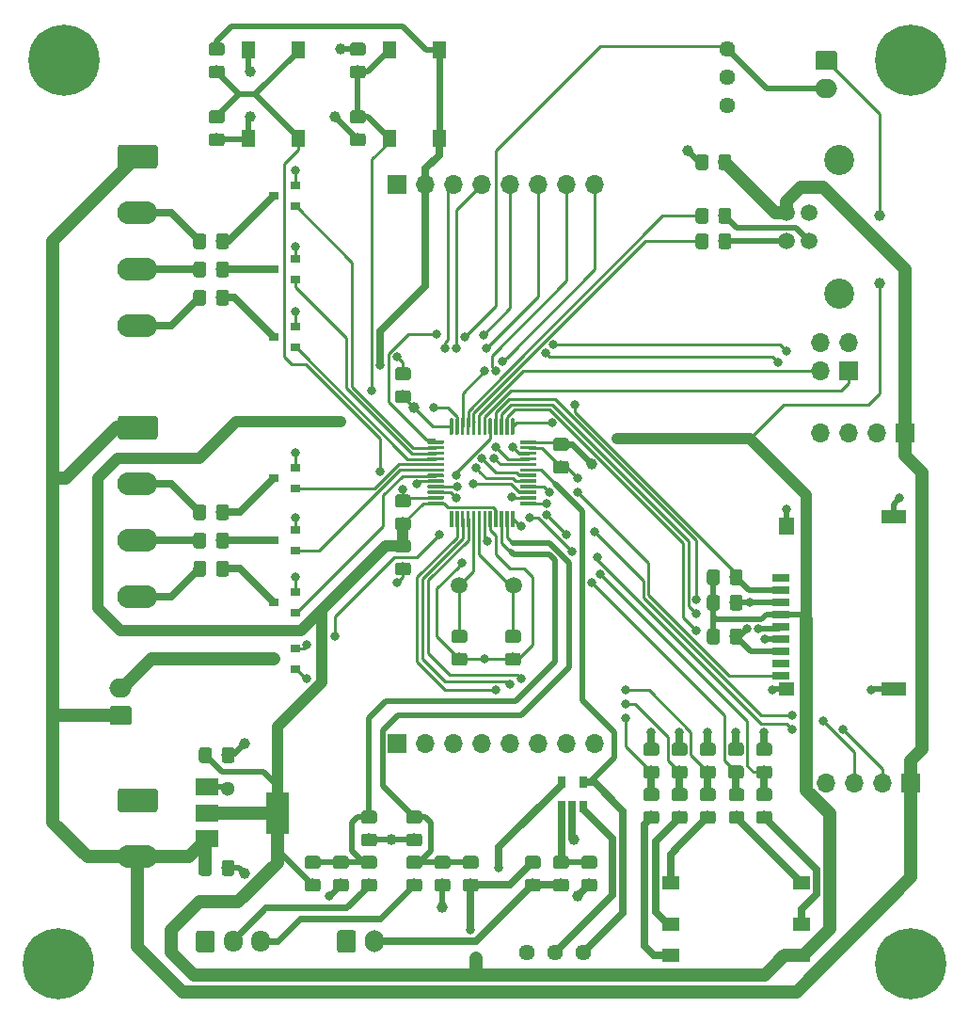
<source format=gtl>
G04 #@! TF.GenerationSoftware,KiCad,Pcbnew,5.1.4*
G04 #@! TF.CreationDate,2019-11-05T18:01:46+08:00*
G04 #@! TF.ProjectId,LaserScanningProjector,4c617365-7253-4636-916e-6e696e675072,rev?*
G04 #@! TF.SameCoordinates,Original*
G04 #@! TF.FileFunction,Copper,L1,Top*
G04 #@! TF.FilePolarity,Positive*
%FSLAX46Y46*%
G04 Gerber Fmt 4.6, Leading zero omitted, Abs format (unit mm)*
G04 Created by KiCad (PCBNEW 5.1.4) date 2019-11-05 18:01:46*
%MOMM*%
%LPD*%
G04 APERTURE LIST*
%ADD10C,0.100000*%
%ADD11C,1.150000*%
%ADD12O,1.700000X1.700000*%
%ADD13R,1.700000X1.700000*%
%ADD14C,2.700000*%
%ADD15C,1.520000*%
%ADD16R,1.600000X1.300000*%
%ADD17R,1.400000X1.200000*%
%ADD18R,2.200000X1.200000*%
%ADD19R,1.400000X1.600000*%
%ADD20R,1.600000X0.700000*%
%ADD21R,2.000000X1.500000*%
%ADD22R,2.000000X3.800000*%
%ADD23C,1.500000*%
%ADD24R,0.650000X1.060000*%
%ADD25C,0.300000*%
%ADD26R,1.300000X1.550000*%
%ADD27C,1.440000*%
%ADD28O,2.000000X1.700000*%
%ADD29C,1.700000*%
%ADD30R,0.900000X0.800000*%
%ADD31O,1.700000X2.000000*%
%ADD32O,3.600000X2.080000*%
%ADD33C,2.080000*%
%ADD34O,1.700000X1.950000*%
%ADD35C,6.400000*%
%ADD36C,1.000000*%
%ADD37C,1.300000*%
%ADD38C,0.800000*%
%ADD39C,0.500000*%
%ADD40C,0.700000*%
%ADD41C,0.600000*%
%ADD42C,0.250000*%
%ADD43C,1.200000*%
%ADD44C,1.500000*%
%ADD45C,1.000000*%
G04 APERTURE END LIST*
D10*
G36*
X133062505Y-96463204D02*
G01*
X133086773Y-96466804D01*
X133110572Y-96472765D01*
X133133671Y-96481030D01*
X133155850Y-96491520D01*
X133176893Y-96504132D01*
X133196599Y-96518747D01*
X133214777Y-96535223D01*
X133231253Y-96553401D01*
X133245868Y-96573107D01*
X133258480Y-96594150D01*
X133268970Y-96616329D01*
X133277235Y-96639428D01*
X133283196Y-96663227D01*
X133286796Y-96687495D01*
X133288000Y-96711999D01*
X133288000Y-97362001D01*
X133286796Y-97386505D01*
X133283196Y-97410773D01*
X133277235Y-97434572D01*
X133268970Y-97457671D01*
X133258480Y-97479850D01*
X133245868Y-97500893D01*
X133231253Y-97520599D01*
X133214777Y-97538777D01*
X133196599Y-97555253D01*
X133176893Y-97569868D01*
X133155850Y-97582480D01*
X133133671Y-97592970D01*
X133110572Y-97601235D01*
X133086773Y-97607196D01*
X133062505Y-97610796D01*
X133038001Y-97612000D01*
X132137999Y-97612000D01*
X132113495Y-97610796D01*
X132089227Y-97607196D01*
X132065428Y-97601235D01*
X132042329Y-97592970D01*
X132020150Y-97582480D01*
X131999107Y-97569868D01*
X131979401Y-97555253D01*
X131961223Y-97538777D01*
X131944747Y-97520599D01*
X131930132Y-97500893D01*
X131917520Y-97479850D01*
X131907030Y-97457671D01*
X131898765Y-97434572D01*
X131892804Y-97410773D01*
X131889204Y-97386505D01*
X131888000Y-97362001D01*
X131888000Y-96711999D01*
X131889204Y-96687495D01*
X131892804Y-96663227D01*
X131898765Y-96639428D01*
X131907030Y-96616329D01*
X131917520Y-96594150D01*
X131930132Y-96573107D01*
X131944747Y-96553401D01*
X131961223Y-96535223D01*
X131979401Y-96518747D01*
X131999107Y-96504132D01*
X132020150Y-96491520D01*
X132042329Y-96481030D01*
X132065428Y-96472765D01*
X132089227Y-96466804D01*
X132113495Y-96463204D01*
X132137999Y-96462000D01*
X133038001Y-96462000D01*
X133062505Y-96463204D01*
X133062505Y-96463204D01*
G37*
D11*
X132588000Y-97037000D03*
D10*
G36*
X133062505Y-94413204D02*
G01*
X133086773Y-94416804D01*
X133110572Y-94422765D01*
X133133671Y-94431030D01*
X133155850Y-94441520D01*
X133176893Y-94454132D01*
X133196599Y-94468747D01*
X133214777Y-94485223D01*
X133231253Y-94503401D01*
X133245868Y-94523107D01*
X133258480Y-94544150D01*
X133268970Y-94566329D01*
X133277235Y-94589428D01*
X133283196Y-94613227D01*
X133286796Y-94637495D01*
X133288000Y-94661999D01*
X133288000Y-95312001D01*
X133286796Y-95336505D01*
X133283196Y-95360773D01*
X133277235Y-95384572D01*
X133268970Y-95407671D01*
X133258480Y-95429850D01*
X133245868Y-95450893D01*
X133231253Y-95470599D01*
X133214777Y-95488777D01*
X133196599Y-95505253D01*
X133176893Y-95519868D01*
X133155850Y-95532480D01*
X133133671Y-95542970D01*
X133110572Y-95551235D01*
X133086773Y-95557196D01*
X133062505Y-95560796D01*
X133038001Y-95562000D01*
X132137999Y-95562000D01*
X132113495Y-95560796D01*
X132089227Y-95557196D01*
X132065428Y-95551235D01*
X132042329Y-95542970D01*
X132020150Y-95532480D01*
X131999107Y-95519868D01*
X131979401Y-95505253D01*
X131961223Y-95488777D01*
X131944747Y-95470599D01*
X131930132Y-95450893D01*
X131917520Y-95429850D01*
X131907030Y-95407671D01*
X131898765Y-95384572D01*
X131892804Y-95360773D01*
X131889204Y-95336505D01*
X131888000Y-95312001D01*
X131888000Y-94661999D01*
X131889204Y-94637495D01*
X131892804Y-94613227D01*
X131898765Y-94589428D01*
X131907030Y-94566329D01*
X131917520Y-94544150D01*
X131930132Y-94523107D01*
X131944747Y-94503401D01*
X131961223Y-94485223D01*
X131979401Y-94468747D01*
X131999107Y-94454132D01*
X132020150Y-94441520D01*
X132042329Y-94431030D01*
X132065428Y-94422765D01*
X132089227Y-94416804D01*
X132113495Y-94413204D01*
X132137999Y-94412000D01*
X133038001Y-94412000D01*
X133062505Y-94413204D01*
X133062505Y-94413204D01*
G37*
D11*
X132588000Y-94987000D03*
D10*
G36*
X130573305Y-96472204D02*
G01*
X130597573Y-96475804D01*
X130621372Y-96481765D01*
X130644471Y-96490030D01*
X130666650Y-96500520D01*
X130687693Y-96513132D01*
X130707399Y-96527747D01*
X130725577Y-96544223D01*
X130742053Y-96562401D01*
X130756668Y-96582107D01*
X130769280Y-96603150D01*
X130779770Y-96625329D01*
X130788035Y-96648428D01*
X130793996Y-96672227D01*
X130797596Y-96696495D01*
X130798800Y-96720999D01*
X130798800Y-97371001D01*
X130797596Y-97395505D01*
X130793996Y-97419773D01*
X130788035Y-97443572D01*
X130779770Y-97466671D01*
X130769280Y-97488850D01*
X130756668Y-97509893D01*
X130742053Y-97529599D01*
X130725577Y-97547777D01*
X130707399Y-97564253D01*
X130687693Y-97578868D01*
X130666650Y-97591480D01*
X130644471Y-97601970D01*
X130621372Y-97610235D01*
X130597573Y-97616196D01*
X130573305Y-97619796D01*
X130548801Y-97621000D01*
X129648799Y-97621000D01*
X129624295Y-97619796D01*
X129600027Y-97616196D01*
X129576228Y-97610235D01*
X129553129Y-97601970D01*
X129530950Y-97591480D01*
X129509907Y-97578868D01*
X129490201Y-97564253D01*
X129472023Y-97547777D01*
X129455547Y-97529599D01*
X129440932Y-97509893D01*
X129428320Y-97488850D01*
X129417830Y-97466671D01*
X129409565Y-97443572D01*
X129403604Y-97419773D01*
X129400004Y-97395505D01*
X129398800Y-97371001D01*
X129398800Y-96720999D01*
X129400004Y-96696495D01*
X129403604Y-96672227D01*
X129409565Y-96648428D01*
X129417830Y-96625329D01*
X129428320Y-96603150D01*
X129440932Y-96582107D01*
X129455547Y-96562401D01*
X129472023Y-96544223D01*
X129490201Y-96527747D01*
X129509907Y-96513132D01*
X129530950Y-96500520D01*
X129553129Y-96490030D01*
X129576228Y-96481765D01*
X129600027Y-96475804D01*
X129624295Y-96472204D01*
X129648799Y-96471000D01*
X130548801Y-96471000D01*
X130573305Y-96472204D01*
X130573305Y-96472204D01*
G37*
D11*
X130098800Y-97046000D03*
D10*
G36*
X130573305Y-94422204D02*
G01*
X130597573Y-94425804D01*
X130621372Y-94431765D01*
X130644471Y-94440030D01*
X130666650Y-94450520D01*
X130687693Y-94463132D01*
X130707399Y-94477747D01*
X130725577Y-94494223D01*
X130742053Y-94512401D01*
X130756668Y-94532107D01*
X130769280Y-94553150D01*
X130779770Y-94575329D01*
X130788035Y-94598428D01*
X130793996Y-94622227D01*
X130797596Y-94646495D01*
X130798800Y-94670999D01*
X130798800Y-95321001D01*
X130797596Y-95345505D01*
X130793996Y-95369773D01*
X130788035Y-95393572D01*
X130779770Y-95416671D01*
X130769280Y-95438850D01*
X130756668Y-95459893D01*
X130742053Y-95479599D01*
X130725577Y-95497777D01*
X130707399Y-95514253D01*
X130687693Y-95528868D01*
X130666650Y-95541480D01*
X130644471Y-95551970D01*
X130621372Y-95560235D01*
X130597573Y-95566196D01*
X130573305Y-95569796D01*
X130548801Y-95571000D01*
X129648799Y-95571000D01*
X129624295Y-95569796D01*
X129600027Y-95566196D01*
X129576228Y-95560235D01*
X129553129Y-95551970D01*
X129530950Y-95541480D01*
X129509907Y-95528868D01*
X129490201Y-95514253D01*
X129472023Y-95497777D01*
X129455547Y-95479599D01*
X129440932Y-95459893D01*
X129428320Y-95438850D01*
X129417830Y-95416671D01*
X129409565Y-95393572D01*
X129403604Y-95369773D01*
X129400004Y-95345505D01*
X129398800Y-95321001D01*
X129398800Y-94670999D01*
X129400004Y-94646495D01*
X129403604Y-94622227D01*
X129409565Y-94598428D01*
X129417830Y-94575329D01*
X129428320Y-94553150D01*
X129440932Y-94532107D01*
X129455547Y-94512401D01*
X129472023Y-94494223D01*
X129490201Y-94477747D01*
X129509907Y-94463132D01*
X129530950Y-94450520D01*
X129553129Y-94440030D01*
X129576228Y-94431765D01*
X129600027Y-94425804D01*
X129624295Y-94422204D01*
X129648799Y-94421000D01*
X130548801Y-94421000D01*
X130573305Y-94422204D01*
X130573305Y-94422204D01*
G37*
D11*
X130098800Y-94996000D03*
D10*
G36*
X133062505Y-90349204D02*
G01*
X133086773Y-90352804D01*
X133110572Y-90358765D01*
X133133671Y-90367030D01*
X133155850Y-90377520D01*
X133176893Y-90390132D01*
X133196599Y-90404747D01*
X133214777Y-90421223D01*
X133231253Y-90439401D01*
X133245868Y-90459107D01*
X133258480Y-90480150D01*
X133268970Y-90502329D01*
X133277235Y-90525428D01*
X133283196Y-90549227D01*
X133286796Y-90573495D01*
X133288000Y-90597999D01*
X133288000Y-91248001D01*
X133286796Y-91272505D01*
X133283196Y-91296773D01*
X133277235Y-91320572D01*
X133268970Y-91343671D01*
X133258480Y-91365850D01*
X133245868Y-91386893D01*
X133231253Y-91406599D01*
X133214777Y-91424777D01*
X133196599Y-91441253D01*
X133176893Y-91455868D01*
X133155850Y-91468480D01*
X133133671Y-91478970D01*
X133110572Y-91487235D01*
X133086773Y-91493196D01*
X133062505Y-91496796D01*
X133038001Y-91498000D01*
X132137999Y-91498000D01*
X132113495Y-91496796D01*
X132089227Y-91493196D01*
X132065428Y-91487235D01*
X132042329Y-91478970D01*
X132020150Y-91468480D01*
X131999107Y-91455868D01*
X131979401Y-91441253D01*
X131961223Y-91424777D01*
X131944747Y-91406599D01*
X131930132Y-91386893D01*
X131917520Y-91365850D01*
X131907030Y-91343671D01*
X131898765Y-91320572D01*
X131892804Y-91296773D01*
X131889204Y-91272505D01*
X131888000Y-91248001D01*
X131888000Y-90597999D01*
X131889204Y-90573495D01*
X131892804Y-90549227D01*
X131898765Y-90525428D01*
X131907030Y-90502329D01*
X131917520Y-90480150D01*
X131930132Y-90459107D01*
X131944747Y-90439401D01*
X131961223Y-90421223D01*
X131979401Y-90404747D01*
X131999107Y-90390132D01*
X132020150Y-90377520D01*
X132042329Y-90367030D01*
X132065428Y-90358765D01*
X132089227Y-90352804D01*
X132113495Y-90349204D01*
X132137999Y-90348000D01*
X133038001Y-90348000D01*
X133062505Y-90349204D01*
X133062505Y-90349204D01*
G37*
D11*
X132588000Y-90923000D03*
D10*
G36*
X133062505Y-92399204D02*
G01*
X133086773Y-92402804D01*
X133110572Y-92408765D01*
X133133671Y-92417030D01*
X133155850Y-92427520D01*
X133176893Y-92440132D01*
X133196599Y-92454747D01*
X133214777Y-92471223D01*
X133231253Y-92489401D01*
X133245868Y-92509107D01*
X133258480Y-92530150D01*
X133268970Y-92552329D01*
X133277235Y-92575428D01*
X133283196Y-92599227D01*
X133286796Y-92623495D01*
X133288000Y-92647999D01*
X133288000Y-93298001D01*
X133286796Y-93322505D01*
X133283196Y-93346773D01*
X133277235Y-93370572D01*
X133268970Y-93393671D01*
X133258480Y-93415850D01*
X133245868Y-93436893D01*
X133231253Y-93456599D01*
X133214777Y-93474777D01*
X133196599Y-93491253D01*
X133176893Y-93505868D01*
X133155850Y-93518480D01*
X133133671Y-93528970D01*
X133110572Y-93537235D01*
X133086773Y-93543196D01*
X133062505Y-93546796D01*
X133038001Y-93548000D01*
X132137999Y-93548000D01*
X132113495Y-93546796D01*
X132089227Y-93543196D01*
X132065428Y-93537235D01*
X132042329Y-93528970D01*
X132020150Y-93518480D01*
X131999107Y-93505868D01*
X131979401Y-93491253D01*
X131961223Y-93474777D01*
X131944747Y-93456599D01*
X131930132Y-93436893D01*
X131917520Y-93415850D01*
X131907030Y-93393671D01*
X131898765Y-93370572D01*
X131892804Y-93346773D01*
X131889204Y-93322505D01*
X131888000Y-93298001D01*
X131888000Y-92647999D01*
X131889204Y-92623495D01*
X131892804Y-92599227D01*
X131898765Y-92575428D01*
X131907030Y-92552329D01*
X131917520Y-92530150D01*
X131930132Y-92509107D01*
X131944747Y-92489401D01*
X131961223Y-92471223D01*
X131979401Y-92454747D01*
X131999107Y-92440132D01*
X132020150Y-92427520D01*
X132042329Y-92417030D01*
X132065428Y-92408765D01*
X132089227Y-92402804D01*
X132113495Y-92399204D01*
X132137999Y-92398000D01*
X133038001Y-92398000D01*
X133062505Y-92399204D01*
X133062505Y-92399204D01*
G37*
D11*
X132588000Y-92973000D03*
D10*
G36*
X130522505Y-90340204D02*
G01*
X130546773Y-90343804D01*
X130570572Y-90349765D01*
X130593671Y-90358030D01*
X130615850Y-90368520D01*
X130636893Y-90381132D01*
X130656599Y-90395747D01*
X130674777Y-90412223D01*
X130691253Y-90430401D01*
X130705868Y-90450107D01*
X130718480Y-90471150D01*
X130728970Y-90493329D01*
X130737235Y-90516428D01*
X130743196Y-90540227D01*
X130746796Y-90564495D01*
X130748000Y-90588999D01*
X130748000Y-91239001D01*
X130746796Y-91263505D01*
X130743196Y-91287773D01*
X130737235Y-91311572D01*
X130728970Y-91334671D01*
X130718480Y-91356850D01*
X130705868Y-91377893D01*
X130691253Y-91397599D01*
X130674777Y-91415777D01*
X130656599Y-91432253D01*
X130636893Y-91446868D01*
X130615850Y-91459480D01*
X130593671Y-91469970D01*
X130570572Y-91478235D01*
X130546773Y-91484196D01*
X130522505Y-91487796D01*
X130498001Y-91489000D01*
X129597999Y-91489000D01*
X129573495Y-91487796D01*
X129549227Y-91484196D01*
X129525428Y-91478235D01*
X129502329Y-91469970D01*
X129480150Y-91459480D01*
X129459107Y-91446868D01*
X129439401Y-91432253D01*
X129421223Y-91415777D01*
X129404747Y-91397599D01*
X129390132Y-91377893D01*
X129377520Y-91356850D01*
X129367030Y-91334671D01*
X129358765Y-91311572D01*
X129352804Y-91287773D01*
X129349204Y-91263505D01*
X129348000Y-91239001D01*
X129348000Y-90588999D01*
X129349204Y-90564495D01*
X129352804Y-90540227D01*
X129358765Y-90516428D01*
X129367030Y-90493329D01*
X129377520Y-90471150D01*
X129390132Y-90450107D01*
X129404747Y-90430401D01*
X129421223Y-90412223D01*
X129439401Y-90395747D01*
X129459107Y-90381132D01*
X129480150Y-90368520D01*
X129502329Y-90358030D01*
X129525428Y-90349765D01*
X129549227Y-90343804D01*
X129573495Y-90340204D01*
X129597999Y-90339000D01*
X130498001Y-90339000D01*
X130522505Y-90340204D01*
X130522505Y-90340204D01*
G37*
D11*
X130048000Y-90914000D03*
D10*
G36*
X130522505Y-92390204D02*
G01*
X130546773Y-92393804D01*
X130570572Y-92399765D01*
X130593671Y-92408030D01*
X130615850Y-92418520D01*
X130636893Y-92431132D01*
X130656599Y-92445747D01*
X130674777Y-92462223D01*
X130691253Y-92480401D01*
X130705868Y-92500107D01*
X130718480Y-92521150D01*
X130728970Y-92543329D01*
X130737235Y-92566428D01*
X130743196Y-92590227D01*
X130746796Y-92614495D01*
X130748000Y-92638999D01*
X130748000Y-93289001D01*
X130746796Y-93313505D01*
X130743196Y-93337773D01*
X130737235Y-93361572D01*
X130728970Y-93384671D01*
X130718480Y-93406850D01*
X130705868Y-93427893D01*
X130691253Y-93447599D01*
X130674777Y-93465777D01*
X130656599Y-93482253D01*
X130636893Y-93496868D01*
X130615850Y-93509480D01*
X130593671Y-93519970D01*
X130570572Y-93528235D01*
X130546773Y-93534196D01*
X130522505Y-93537796D01*
X130498001Y-93539000D01*
X129597999Y-93539000D01*
X129573495Y-93537796D01*
X129549227Y-93534196D01*
X129525428Y-93528235D01*
X129502329Y-93519970D01*
X129480150Y-93509480D01*
X129459107Y-93496868D01*
X129439401Y-93482253D01*
X129421223Y-93465777D01*
X129404747Y-93447599D01*
X129390132Y-93427893D01*
X129377520Y-93406850D01*
X129367030Y-93384671D01*
X129358765Y-93361572D01*
X129352804Y-93337773D01*
X129349204Y-93313505D01*
X129348000Y-93289001D01*
X129348000Y-92638999D01*
X129349204Y-92614495D01*
X129352804Y-92590227D01*
X129358765Y-92566428D01*
X129367030Y-92543329D01*
X129377520Y-92521150D01*
X129390132Y-92500107D01*
X129404747Y-92480401D01*
X129421223Y-92462223D01*
X129439401Y-92445747D01*
X129459107Y-92431132D01*
X129480150Y-92418520D01*
X129502329Y-92408030D01*
X129525428Y-92399765D01*
X129549227Y-92393804D01*
X129573495Y-92390204D01*
X129597999Y-92389000D01*
X130498001Y-92389000D01*
X130522505Y-92390204D01*
X130522505Y-92390204D01*
G37*
D11*
X130048000Y-92964000D03*
D12*
X137668000Y-54356000D03*
X140208000Y-54356000D03*
X137668000Y-56896000D03*
D13*
X140208000Y-56896000D03*
D12*
X109728000Y-90424000D03*
X102108000Y-90424000D03*
X117348000Y-90424000D03*
D13*
X99568000Y-90424000D03*
D12*
X114808000Y-90424000D03*
X104648000Y-90424000D03*
X112268000Y-90424000D03*
X107188000Y-90424000D03*
X117348000Y-40132000D03*
X114808000Y-40132000D03*
X112268000Y-40132000D03*
X109728000Y-40132000D03*
X107188000Y-40132000D03*
X104648000Y-40132000D03*
X102108000Y-40132000D03*
D13*
X99568000Y-40132000D03*
D14*
X139320000Y-37942000D03*
X139320000Y-49942000D03*
D15*
X136620000Y-45212000D03*
X136620000Y-42672000D03*
X134620000Y-42672000D03*
X134620000Y-45212000D03*
D16*
X135948000Y-109422000D03*
X135948000Y-106622000D03*
X135948000Y-102922000D03*
X124148000Y-109422000D03*
X124148000Y-106622000D03*
X124148000Y-102922000D03*
D17*
X134612000Y-85474000D03*
D18*
X144212000Y-69974000D03*
D19*
X134612000Y-70874000D03*
D20*
X134112000Y-75474000D03*
X134112000Y-76574000D03*
X134112000Y-77674000D03*
X134112000Y-78774000D03*
X134112000Y-79874000D03*
X134112000Y-80974000D03*
X134112000Y-82074000D03*
X134112000Y-83174000D03*
X134112000Y-84274000D03*
D18*
X144212000Y-85474000D03*
D21*
X82468500Y-94325500D03*
X82468500Y-98925500D03*
X82468500Y-96625500D03*
D22*
X88768500Y-96625500D03*
D23*
X110036000Y-76200000D03*
X105156000Y-76200000D03*
D24*
X114366000Y-93896000D03*
X116266000Y-93896000D03*
X116266000Y-96096000D03*
X115316000Y-96096000D03*
X114366000Y-96096000D03*
D10*
G36*
X103695351Y-68640361D02*
G01*
X103702632Y-68641441D01*
X103709771Y-68643229D01*
X103716701Y-68645709D01*
X103723355Y-68648856D01*
X103729668Y-68652640D01*
X103735579Y-68657024D01*
X103741033Y-68661967D01*
X103745976Y-68667421D01*
X103750360Y-68673332D01*
X103754144Y-68679645D01*
X103757291Y-68686299D01*
X103759771Y-68693229D01*
X103761559Y-68700368D01*
X103762639Y-68707649D01*
X103763000Y-68715000D01*
X103763000Y-68865000D01*
X103762639Y-68872351D01*
X103761559Y-68879632D01*
X103759771Y-68886771D01*
X103757291Y-68893701D01*
X103754144Y-68900355D01*
X103750360Y-68906668D01*
X103745976Y-68912579D01*
X103741033Y-68918033D01*
X103735579Y-68922976D01*
X103729668Y-68927360D01*
X103723355Y-68931144D01*
X103716701Y-68934291D01*
X103709771Y-68936771D01*
X103702632Y-68938559D01*
X103695351Y-68939639D01*
X103688000Y-68940000D01*
X102363000Y-68940000D01*
X102355649Y-68939639D01*
X102348368Y-68938559D01*
X102341229Y-68936771D01*
X102334299Y-68934291D01*
X102327645Y-68931144D01*
X102321332Y-68927360D01*
X102315421Y-68922976D01*
X102309967Y-68918033D01*
X102305024Y-68912579D01*
X102300640Y-68906668D01*
X102296856Y-68900355D01*
X102293709Y-68893701D01*
X102291229Y-68886771D01*
X102289441Y-68879632D01*
X102288361Y-68872351D01*
X102288000Y-68865000D01*
X102288000Y-68715000D01*
X102288361Y-68707649D01*
X102289441Y-68700368D01*
X102291229Y-68693229D01*
X102293709Y-68686299D01*
X102296856Y-68679645D01*
X102300640Y-68673332D01*
X102305024Y-68667421D01*
X102309967Y-68661967D01*
X102315421Y-68657024D01*
X102321332Y-68652640D01*
X102327645Y-68648856D01*
X102334299Y-68645709D01*
X102341229Y-68643229D01*
X102348368Y-68641441D01*
X102355649Y-68640361D01*
X102363000Y-68640000D01*
X103688000Y-68640000D01*
X103695351Y-68640361D01*
X103695351Y-68640361D01*
G37*
D25*
X103025500Y-68790000D03*
D10*
G36*
X103695351Y-68140361D02*
G01*
X103702632Y-68141441D01*
X103709771Y-68143229D01*
X103716701Y-68145709D01*
X103723355Y-68148856D01*
X103729668Y-68152640D01*
X103735579Y-68157024D01*
X103741033Y-68161967D01*
X103745976Y-68167421D01*
X103750360Y-68173332D01*
X103754144Y-68179645D01*
X103757291Y-68186299D01*
X103759771Y-68193229D01*
X103761559Y-68200368D01*
X103762639Y-68207649D01*
X103763000Y-68215000D01*
X103763000Y-68365000D01*
X103762639Y-68372351D01*
X103761559Y-68379632D01*
X103759771Y-68386771D01*
X103757291Y-68393701D01*
X103754144Y-68400355D01*
X103750360Y-68406668D01*
X103745976Y-68412579D01*
X103741033Y-68418033D01*
X103735579Y-68422976D01*
X103729668Y-68427360D01*
X103723355Y-68431144D01*
X103716701Y-68434291D01*
X103709771Y-68436771D01*
X103702632Y-68438559D01*
X103695351Y-68439639D01*
X103688000Y-68440000D01*
X102363000Y-68440000D01*
X102355649Y-68439639D01*
X102348368Y-68438559D01*
X102341229Y-68436771D01*
X102334299Y-68434291D01*
X102327645Y-68431144D01*
X102321332Y-68427360D01*
X102315421Y-68422976D01*
X102309967Y-68418033D01*
X102305024Y-68412579D01*
X102300640Y-68406668D01*
X102296856Y-68400355D01*
X102293709Y-68393701D01*
X102291229Y-68386771D01*
X102289441Y-68379632D01*
X102288361Y-68372351D01*
X102288000Y-68365000D01*
X102288000Y-68215000D01*
X102288361Y-68207649D01*
X102289441Y-68200368D01*
X102291229Y-68193229D01*
X102293709Y-68186299D01*
X102296856Y-68179645D01*
X102300640Y-68173332D01*
X102305024Y-68167421D01*
X102309967Y-68161967D01*
X102315421Y-68157024D01*
X102321332Y-68152640D01*
X102327645Y-68148856D01*
X102334299Y-68145709D01*
X102341229Y-68143229D01*
X102348368Y-68141441D01*
X102355649Y-68140361D01*
X102363000Y-68140000D01*
X103688000Y-68140000D01*
X103695351Y-68140361D01*
X103695351Y-68140361D01*
G37*
D25*
X103025500Y-68290000D03*
D10*
G36*
X103695351Y-67640361D02*
G01*
X103702632Y-67641441D01*
X103709771Y-67643229D01*
X103716701Y-67645709D01*
X103723355Y-67648856D01*
X103729668Y-67652640D01*
X103735579Y-67657024D01*
X103741033Y-67661967D01*
X103745976Y-67667421D01*
X103750360Y-67673332D01*
X103754144Y-67679645D01*
X103757291Y-67686299D01*
X103759771Y-67693229D01*
X103761559Y-67700368D01*
X103762639Y-67707649D01*
X103763000Y-67715000D01*
X103763000Y-67865000D01*
X103762639Y-67872351D01*
X103761559Y-67879632D01*
X103759771Y-67886771D01*
X103757291Y-67893701D01*
X103754144Y-67900355D01*
X103750360Y-67906668D01*
X103745976Y-67912579D01*
X103741033Y-67918033D01*
X103735579Y-67922976D01*
X103729668Y-67927360D01*
X103723355Y-67931144D01*
X103716701Y-67934291D01*
X103709771Y-67936771D01*
X103702632Y-67938559D01*
X103695351Y-67939639D01*
X103688000Y-67940000D01*
X102363000Y-67940000D01*
X102355649Y-67939639D01*
X102348368Y-67938559D01*
X102341229Y-67936771D01*
X102334299Y-67934291D01*
X102327645Y-67931144D01*
X102321332Y-67927360D01*
X102315421Y-67922976D01*
X102309967Y-67918033D01*
X102305024Y-67912579D01*
X102300640Y-67906668D01*
X102296856Y-67900355D01*
X102293709Y-67893701D01*
X102291229Y-67886771D01*
X102289441Y-67879632D01*
X102288361Y-67872351D01*
X102288000Y-67865000D01*
X102288000Y-67715000D01*
X102288361Y-67707649D01*
X102289441Y-67700368D01*
X102291229Y-67693229D01*
X102293709Y-67686299D01*
X102296856Y-67679645D01*
X102300640Y-67673332D01*
X102305024Y-67667421D01*
X102309967Y-67661967D01*
X102315421Y-67657024D01*
X102321332Y-67652640D01*
X102327645Y-67648856D01*
X102334299Y-67645709D01*
X102341229Y-67643229D01*
X102348368Y-67641441D01*
X102355649Y-67640361D01*
X102363000Y-67640000D01*
X103688000Y-67640000D01*
X103695351Y-67640361D01*
X103695351Y-67640361D01*
G37*
D25*
X103025500Y-67790000D03*
D10*
G36*
X103695351Y-67140361D02*
G01*
X103702632Y-67141441D01*
X103709771Y-67143229D01*
X103716701Y-67145709D01*
X103723355Y-67148856D01*
X103729668Y-67152640D01*
X103735579Y-67157024D01*
X103741033Y-67161967D01*
X103745976Y-67167421D01*
X103750360Y-67173332D01*
X103754144Y-67179645D01*
X103757291Y-67186299D01*
X103759771Y-67193229D01*
X103761559Y-67200368D01*
X103762639Y-67207649D01*
X103763000Y-67215000D01*
X103763000Y-67365000D01*
X103762639Y-67372351D01*
X103761559Y-67379632D01*
X103759771Y-67386771D01*
X103757291Y-67393701D01*
X103754144Y-67400355D01*
X103750360Y-67406668D01*
X103745976Y-67412579D01*
X103741033Y-67418033D01*
X103735579Y-67422976D01*
X103729668Y-67427360D01*
X103723355Y-67431144D01*
X103716701Y-67434291D01*
X103709771Y-67436771D01*
X103702632Y-67438559D01*
X103695351Y-67439639D01*
X103688000Y-67440000D01*
X102363000Y-67440000D01*
X102355649Y-67439639D01*
X102348368Y-67438559D01*
X102341229Y-67436771D01*
X102334299Y-67434291D01*
X102327645Y-67431144D01*
X102321332Y-67427360D01*
X102315421Y-67422976D01*
X102309967Y-67418033D01*
X102305024Y-67412579D01*
X102300640Y-67406668D01*
X102296856Y-67400355D01*
X102293709Y-67393701D01*
X102291229Y-67386771D01*
X102289441Y-67379632D01*
X102288361Y-67372351D01*
X102288000Y-67365000D01*
X102288000Y-67215000D01*
X102288361Y-67207649D01*
X102289441Y-67200368D01*
X102291229Y-67193229D01*
X102293709Y-67186299D01*
X102296856Y-67179645D01*
X102300640Y-67173332D01*
X102305024Y-67167421D01*
X102309967Y-67161967D01*
X102315421Y-67157024D01*
X102321332Y-67152640D01*
X102327645Y-67148856D01*
X102334299Y-67145709D01*
X102341229Y-67143229D01*
X102348368Y-67141441D01*
X102355649Y-67140361D01*
X102363000Y-67140000D01*
X103688000Y-67140000D01*
X103695351Y-67140361D01*
X103695351Y-67140361D01*
G37*
D25*
X103025500Y-67290000D03*
D10*
G36*
X103695351Y-66640361D02*
G01*
X103702632Y-66641441D01*
X103709771Y-66643229D01*
X103716701Y-66645709D01*
X103723355Y-66648856D01*
X103729668Y-66652640D01*
X103735579Y-66657024D01*
X103741033Y-66661967D01*
X103745976Y-66667421D01*
X103750360Y-66673332D01*
X103754144Y-66679645D01*
X103757291Y-66686299D01*
X103759771Y-66693229D01*
X103761559Y-66700368D01*
X103762639Y-66707649D01*
X103763000Y-66715000D01*
X103763000Y-66865000D01*
X103762639Y-66872351D01*
X103761559Y-66879632D01*
X103759771Y-66886771D01*
X103757291Y-66893701D01*
X103754144Y-66900355D01*
X103750360Y-66906668D01*
X103745976Y-66912579D01*
X103741033Y-66918033D01*
X103735579Y-66922976D01*
X103729668Y-66927360D01*
X103723355Y-66931144D01*
X103716701Y-66934291D01*
X103709771Y-66936771D01*
X103702632Y-66938559D01*
X103695351Y-66939639D01*
X103688000Y-66940000D01*
X102363000Y-66940000D01*
X102355649Y-66939639D01*
X102348368Y-66938559D01*
X102341229Y-66936771D01*
X102334299Y-66934291D01*
X102327645Y-66931144D01*
X102321332Y-66927360D01*
X102315421Y-66922976D01*
X102309967Y-66918033D01*
X102305024Y-66912579D01*
X102300640Y-66906668D01*
X102296856Y-66900355D01*
X102293709Y-66893701D01*
X102291229Y-66886771D01*
X102289441Y-66879632D01*
X102288361Y-66872351D01*
X102288000Y-66865000D01*
X102288000Y-66715000D01*
X102288361Y-66707649D01*
X102289441Y-66700368D01*
X102291229Y-66693229D01*
X102293709Y-66686299D01*
X102296856Y-66679645D01*
X102300640Y-66673332D01*
X102305024Y-66667421D01*
X102309967Y-66661967D01*
X102315421Y-66657024D01*
X102321332Y-66652640D01*
X102327645Y-66648856D01*
X102334299Y-66645709D01*
X102341229Y-66643229D01*
X102348368Y-66641441D01*
X102355649Y-66640361D01*
X102363000Y-66640000D01*
X103688000Y-66640000D01*
X103695351Y-66640361D01*
X103695351Y-66640361D01*
G37*
D25*
X103025500Y-66790000D03*
D10*
G36*
X103695351Y-66140361D02*
G01*
X103702632Y-66141441D01*
X103709771Y-66143229D01*
X103716701Y-66145709D01*
X103723355Y-66148856D01*
X103729668Y-66152640D01*
X103735579Y-66157024D01*
X103741033Y-66161967D01*
X103745976Y-66167421D01*
X103750360Y-66173332D01*
X103754144Y-66179645D01*
X103757291Y-66186299D01*
X103759771Y-66193229D01*
X103761559Y-66200368D01*
X103762639Y-66207649D01*
X103763000Y-66215000D01*
X103763000Y-66365000D01*
X103762639Y-66372351D01*
X103761559Y-66379632D01*
X103759771Y-66386771D01*
X103757291Y-66393701D01*
X103754144Y-66400355D01*
X103750360Y-66406668D01*
X103745976Y-66412579D01*
X103741033Y-66418033D01*
X103735579Y-66422976D01*
X103729668Y-66427360D01*
X103723355Y-66431144D01*
X103716701Y-66434291D01*
X103709771Y-66436771D01*
X103702632Y-66438559D01*
X103695351Y-66439639D01*
X103688000Y-66440000D01*
X102363000Y-66440000D01*
X102355649Y-66439639D01*
X102348368Y-66438559D01*
X102341229Y-66436771D01*
X102334299Y-66434291D01*
X102327645Y-66431144D01*
X102321332Y-66427360D01*
X102315421Y-66422976D01*
X102309967Y-66418033D01*
X102305024Y-66412579D01*
X102300640Y-66406668D01*
X102296856Y-66400355D01*
X102293709Y-66393701D01*
X102291229Y-66386771D01*
X102289441Y-66379632D01*
X102288361Y-66372351D01*
X102288000Y-66365000D01*
X102288000Y-66215000D01*
X102288361Y-66207649D01*
X102289441Y-66200368D01*
X102291229Y-66193229D01*
X102293709Y-66186299D01*
X102296856Y-66179645D01*
X102300640Y-66173332D01*
X102305024Y-66167421D01*
X102309967Y-66161967D01*
X102315421Y-66157024D01*
X102321332Y-66152640D01*
X102327645Y-66148856D01*
X102334299Y-66145709D01*
X102341229Y-66143229D01*
X102348368Y-66141441D01*
X102355649Y-66140361D01*
X102363000Y-66140000D01*
X103688000Y-66140000D01*
X103695351Y-66140361D01*
X103695351Y-66140361D01*
G37*
D25*
X103025500Y-66290000D03*
D10*
G36*
X103695351Y-65640361D02*
G01*
X103702632Y-65641441D01*
X103709771Y-65643229D01*
X103716701Y-65645709D01*
X103723355Y-65648856D01*
X103729668Y-65652640D01*
X103735579Y-65657024D01*
X103741033Y-65661967D01*
X103745976Y-65667421D01*
X103750360Y-65673332D01*
X103754144Y-65679645D01*
X103757291Y-65686299D01*
X103759771Y-65693229D01*
X103761559Y-65700368D01*
X103762639Y-65707649D01*
X103763000Y-65715000D01*
X103763000Y-65865000D01*
X103762639Y-65872351D01*
X103761559Y-65879632D01*
X103759771Y-65886771D01*
X103757291Y-65893701D01*
X103754144Y-65900355D01*
X103750360Y-65906668D01*
X103745976Y-65912579D01*
X103741033Y-65918033D01*
X103735579Y-65922976D01*
X103729668Y-65927360D01*
X103723355Y-65931144D01*
X103716701Y-65934291D01*
X103709771Y-65936771D01*
X103702632Y-65938559D01*
X103695351Y-65939639D01*
X103688000Y-65940000D01*
X102363000Y-65940000D01*
X102355649Y-65939639D01*
X102348368Y-65938559D01*
X102341229Y-65936771D01*
X102334299Y-65934291D01*
X102327645Y-65931144D01*
X102321332Y-65927360D01*
X102315421Y-65922976D01*
X102309967Y-65918033D01*
X102305024Y-65912579D01*
X102300640Y-65906668D01*
X102296856Y-65900355D01*
X102293709Y-65893701D01*
X102291229Y-65886771D01*
X102289441Y-65879632D01*
X102288361Y-65872351D01*
X102288000Y-65865000D01*
X102288000Y-65715000D01*
X102288361Y-65707649D01*
X102289441Y-65700368D01*
X102291229Y-65693229D01*
X102293709Y-65686299D01*
X102296856Y-65679645D01*
X102300640Y-65673332D01*
X102305024Y-65667421D01*
X102309967Y-65661967D01*
X102315421Y-65657024D01*
X102321332Y-65652640D01*
X102327645Y-65648856D01*
X102334299Y-65645709D01*
X102341229Y-65643229D01*
X102348368Y-65641441D01*
X102355649Y-65640361D01*
X102363000Y-65640000D01*
X103688000Y-65640000D01*
X103695351Y-65640361D01*
X103695351Y-65640361D01*
G37*
D25*
X103025500Y-65790000D03*
D10*
G36*
X103695351Y-65140361D02*
G01*
X103702632Y-65141441D01*
X103709771Y-65143229D01*
X103716701Y-65145709D01*
X103723355Y-65148856D01*
X103729668Y-65152640D01*
X103735579Y-65157024D01*
X103741033Y-65161967D01*
X103745976Y-65167421D01*
X103750360Y-65173332D01*
X103754144Y-65179645D01*
X103757291Y-65186299D01*
X103759771Y-65193229D01*
X103761559Y-65200368D01*
X103762639Y-65207649D01*
X103763000Y-65215000D01*
X103763000Y-65365000D01*
X103762639Y-65372351D01*
X103761559Y-65379632D01*
X103759771Y-65386771D01*
X103757291Y-65393701D01*
X103754144Y-65400355D01*
X103750360Y-65406668D01*
X103745976Y-65412579D01*
X103741033Y-65418033D01*
X103735579Y-65422976D01*
X103729668Y-65427360D01*
X103723355Y-65431144D01*
X103716701Y-65434291D01*
X103709771Y-65436771D01*
X103702632Y-65438559D01*
X103695351Y-65439639D01*
X103688000Y-65440000D01*
X102363000Y-65440000D01*
X102355649Y-65439639D01*
X102348368Y-65438559D01*
X102341229Y-65436771D01*
X102334299Y-65434291D01*
X102327645Y-65431144D01*
X102321332Y-65427360D01*
X102315421Y-65422976D01*
X102309967Y-65418033D01*
X102305024Y-65412579D01*
X102300640Y-65406668D01*
X102296856Y-65400355D01*
X102293709Y-65393701D01*
X102291229Y-65386771D01*
X102289441Y-65379632D01*
X102288361Y-65372351D01*
X102288000Y-65365000D01*
X102288000Y-65215000D01*
X102288361Y-65207649D01*
X102289441Y-65200368D01*
X102291229Y-65193229D01*
X102293709Y-65186299D01*
X102296856Y-65179645D01*
X102300640Y-65173332D01*
X102305024Y-65167421D01*
X102309967Y-65161967D01*
X102315421Y-65157024D01*
X102321332Y-65152640D01*
X102327645Y-65148856D01*
X102334299Y-65145709D01*
X102341229Y-65143229D01*
X102348368Y-65141441D01*
X102355649Y-65140361D01*
X102363000Y-65140000D01*
X103688000Y-65140000D01*
X103695351Y-65140361D01*
X103695351Y-65140361D01*
G37*
D25*
X103025500Y-65290000D03*
D10*
G36*
X103695351Y-64640361D02*
G01*
X103702632Y-64641441D01*
X103709771Y-64643229D01*
X103716701Y-64645709D01*
X103723355Y-64648856D01*
X103729668Y-64652640D01*
X103735579Y-64657024D01*
X103741033Y-64661967D01*
X103745976Y-64667421D01*
X103750360Y-64673332D01*
X103754144Y-64679645D01*
X103757291Y-64686299D01*
X103759771Y-64693229D01*
X103761559Y-64700368D01*
X103762639Y-64707649D01*
X103763000Y-64715000D01*
X103763000Y-64865000D01*
X103762639Y-64872351D01*
X103761559Y-64879632D01*
X103759771Y-64886771D01*
X103757291Y-64893701D01*
X103754144Y-64900355D01*
X103750360Y-64906668D01*
X103745976Y-64912579D01*
X103741033Y-64918033D01*
X103735579Y-64922976D01*
X103729668Y-64927360D01*
X103723355Y-64931144D01*
X103716701Y-64934291D01*
X103709771Y-64936771D01*
X103702632Y-64938559D01*
X103695351Y-64939639D01*
X103688000Y-64940000D01*
X102363000Y-64940000D01*
X102355649Y-64939639D01*
X102348368Y-64938559D01*
X102341229Y-64936771D01*
X102334299Y-64934291D01*
X102327645Y-64931144D01*
X102321332Y-64927360D01*
X102315421Y-64922976D01*
X102309967Y-64918033D01*
X102305024Y-64912579D01*
X102300640Y-64906668D01*
X102296856Y-64900355D01*
X102293709Y-64893701D01*
X102291229Y-64886771D01*
X102289441Y-64879632D01*
X102288361Y-64872351D01*
X102288000Y-64865000D01*
X102288000Y-64715000D01*
X102288361Y-64707649D01*
X102289441Y-64700368D01*
X102291229Y-64693229D01*
X102293709Y-64686299D01*
X102296856Y-64679645D01*
X102300640Y-64673332D01*
X102305024Y-64667421D01*
X102309967Y-64661967D01*
X102315421Y-64657024D01*
X102321332Y-64652640D01*
X102327645Y-64648856D01*
X102334299Y-64645709D01*
X102341229Y-64643229D01*
X102348368Y-64641441D01*
X102355649Y-64640361D01*
X102363000Y-64640000D01*
X103688000Y-64640000D01*
X103695351Y-64640361D01*
X103695351Y-64640361D01*
G37*
D25*
X103025500Y-64790000D03*
D10*
G36*
X103695351Y-64140361D02*
G01*
X103702632Y-64141441D01*
X103709771Y-64143229D01*
X103716701Y-64145709D01*
X103723355Y-64148856D01*
X103729668Y-64152640D01*
X103735579Y-64157024D01*
X103741033Y-64161967D01*
X103745976Y-64167421D01*
X103750360Y-64173332D01*
X103754144Y-64179645D01*
X103757291Y-64186299D01*
X103759771Y-64193229D01*
X103761559Y-64200368D01*
X103762639Y-64207649D01*
X103763000Y-64215000D01*
X103763000Y-64365000D01*
X103762639Y-64372351D01*
X103761559Y-64379632D01*
X103759771Y-64386771D01*
X103757291Y-64393701D01*
X103754144Y-64400355D01*
X103750360Y-64406668D01*
X103745976Y-64412579D01*
X103741033Y-64418033D01*
X103735579Y-64422976D01*
X103729668Y-64427360D01*
X103723355Y-64431144D01*
X103716701Y-64434291D01*
X103709771Y-64436771D01*
X103702632Y-64438559D01*
X103695351Y-64439639D01*
X103688000Y-64440000D01*
X102363000Y-64440000D01*
X102355649Y-64439639D01*
X102348368Y-64438559D01*
X102341229Y-64436771D01*
X102334299Y-64434291D01*
X102327645Y-64431144D01*
X102321332Y-64427360D01*
X102315421Y-64422976D01*
X102309967Y-64418033D01*
X102305024Y-64412579D01*
X102300640Y-64406668D01*
X102296856Y-64400355D01*
X102293709Y-64393701D01*
X102291229Y-64386771D01*
X102289441Y-64379632D01*
X102288361Y-64372351D01*
X102288000Y-64365000D01*
X102288000Y-64215000D01*
X102288361Y-64207649D01*
X102289441Y-64200368D01*
X102291229Y-64193229D01*
X102293709Y-64186299D01*
X102296856Y-64179645D01*
X102300640Y-64173332D01*
X102305024Y-64167421D01*
X102309967Y-64161967D01*
X102315421Y-64157024D01*
X102321332Y-64152640D01*
X102327645Y-64148856D01*
X102334299Y-64145709D01*
X102341229Y-64143229D01*
X102348368Y-64141441D01*
X102355649Y-64140361D01*
X102363000Y-64140000D01*
X103688000Y-64140000D01*
X103695351Y-64140361D01*
X103695351Y-64140361D01*
G37*
D25*
X103025500Y-64290000D03*
D10*
G36*
X103695351Y-63640361D02*
G01*
X103702632Y-63641441D01*
X103709771Y-63643229D01*
X103716701Y-63645709D01*
X103723355Y-63648856D01*
X103729668Y-63652640D01*
X103735579Y-63657024D01*
X103741033Y-63661967D01*
X103745976Y-63667421D01*
X103750360Y-63673332D01*
X103754144Y-63679645D01*
X103757291Y-63686299D01*
X103759771Y-63693229D01*
X103761559Y-63700368D01*
X103762639Y-63707649D01*
X103763000Y-63715000D01*
X103763000Y-63865000D01*
X103762639Y-63872351D01*
X103761559Y-63879632D01*
X103759771Y-63886771D01*
X103757291Y-63893701D01*
X103754144Y-63900355D01*
X103750360Y-63906668D01*
X103745976Y-63912579D01*
X103741033Y-63918033D01*
X103735579Y-63922976D01*
X103729668Y-63927360D01*
X103723355Y-63931144D01*
X103716701Y-63934291D01*
X103709771Y-63936771D01*
X103702632Y-63938559D01*
X103695351Y-63939639D01*
X103688000Y-63940000D01*
X102363000Y-63940000D01*
X102355649Y-63939639D01*
X102348368Y-63938559D01*
X102341229Y-63936771D01*
X102334299Y-63934291D01*
X102327645Y-63931144D01*
X102321332Y-63927360D01*
X102315421Y-63922976D01*
X102309967Y-63918033D01*
X102305024Y-63912579D01*
X102300640Y-63906668D01*
X102296856Y-63900355D01*
X102293709Y-63893701D01*
X102291229Y-63886771D01*
X102289441Y-63879632D01*
X102288361Y-63872351D01*
X102288000Y-63865000D01*
X102288000Y-63715000D01*
X102288361Y-63707649D01*
X102289441Y-63700368D01*
X102291229Y-63693229D01*
X102293709Y-63686299D01*
X102296856Y-63679645D01*
X102300640Y-63673332D01*
X102305024Y-63667421D01*
X102309967Y-63661967D01*
X102315421Y-63657024D01*
X102321332Y-63652640D01*
X102327645Y-63648856D01*
X102334299Y-63645709D01*
X102341229Y-63643229D01*
X102348368Y-63641441D01*
X102355649Y-63640361D01*
X102363000Y-63640000D01*
X103688000Y-63640000D01*
X103695351Y-63640361D01*
X103695351Y-63640361D01*
G37*
D25*
X103025500Y-63790000D03*
D10*
G36*
X103695351Y-63140361D02*
G01*
X103702632Y-63141441D01*
X103709771Y-63143229D01*
X103716701Y-63145709D01*
X103723355Y-63148856D01*
X103729668Y-63152640D01*
X103735579Y-63157024D01*
X103741033Y-63161967D01*
X103745976Y-63167421D01*
X103750360Y-63173332D01*
X103754144Y-63179645D01*
X103757291Y-63186299D01*
X103759771Y-63193229D01*
X103761559Y-63200368D01*
X103762639Y-63207649D01*
X103763000Y-63215000D01*
X103763000Y-63365000D01*
X103762639Y-63372351D01*
X103761559Y-63379632D01*
X103759771Y-63386771D01*
X103757291Y-63393701D01*
X103754144Y-63400355D01*
X103750360Y-63406668D01*
X103745976Y-63412579D01*
X103741033Y-63418033D01*
X103735579Y-63422976D01*
X103729668Y-63427360D01*
X103723355Y-63431144D01*
X103716701Y-63434291D01*
X103709771Y-63436771D01*
X103702632Y-63438559D01*
X103695351Y-63439639D01*
X103688000Y-63440000D01*
X102363000Y-63440000D01*
X102355649Y-63439639D01*
X102348368Y-63438559D01*
X102341229Y-63436771D01*
X102334299Y-63434291D01*
X102327645Y-63431144D01*
X102321332Y-63427360D01*
X102315421Y-63422976D01*
X102309967Y-63418033D01*
X102305024Y-63412579D01*
X102300640Y-63406668D01*
X102296856Y-63400355D01*
X102293709Y-63393701D01*
X102291229Y-63386771D01*
X102289441Y-63379632D01*
X102288361Y-63372351D01*
X102288000Y-63365000D01*
X102288000Y-63215000D01*
X102288361Y-63207649D01*
X102289441Y-63200368D01*
X102291229Y-63193229D01*
X102293709Y-63186299D01*
X102296856Y-63179645D01*
X102300640Y-63173332D01*
X102305024Y-63167421D01*
X102309967Y-63161967D01*
X102315421Y-63157024D01*
X102321332Y-63152640D01*
X102327645Y-63148856D01*
X102334299Y-63145709D01*
X102341229Y-63143229D01*
X102348368Y-63141441D01*
X102355649Y-63140361D01*
X102363000Y-63140000D01*
X103688000Y-63140000D01*
X103695351Y-63140361D01*
X103695351Y-63140361D01*
G37*
D25*
X103025500Y-63290000D03*
D10*
G36*
X104520351Y-61140361D02*
G01*
X104527632Y-61141441D01*
X104534771Y-61143229D01*
X104541701Y-61145709D01*
X104548355Y-61148856D01*
X104554668Y-61152640D01*
X104560579Y-61157024D01*
X104566033Y-61161967D01*
X104570976Y-61167421D01*
X104575360Y-61173332D01*
X104579144Y-61179645D01*
X104582291Y-61186299D01*
X104584771Y-61193229D01*
X104586559Y-61200368D01*
X104587639Y-61207649D01*
X104588000Y-61215000D01*
X104588000Y-62540000D01*
X104587639Y-62547351D01*
X104586559Y-62554632D01*
X104584771Y-62561771D01*
X104582291Y-62568701D01*
X104579144Y-62575355D01*
X104575360Y-62581668D01*
X104570976Y-62587579D01*
X104566033Y-62593033D01*
X104560579Y-62597976D01*
X104554668Y-62602360D01*
X104548355Y-62606144D01*
X104541701Y-62609291D01*
X104534771Y-62611771D01*
X104527632Y-62613559D01*
X104520351Y-62614639D01*
X104513000Y-62615000D01*
X104363000Y-62615000D01*
X104355649Y-62614639D01*
X104348368Y-62613559D01*
X104341229Y-62611771D01*
X104334299Y-62609291D01*
X104327645Y-62606144D01*
X104321332Y-62602360D01*
X104315421Y-62597976D01*
X104309967Y-62593033D01*
X104305024Y-62587579D01*
X104300640Y-62581668D01*
X104296856Y-62575355D01*
X104293709Y-62568701D01*
X104291229Y-62561771D01*
X104289441Y-62554632D01*
X104288361Y-62547351D01*
X104288000Y-62540000D01*
X104288000Y-61215000D01*
X104288361Y-61207649D01*
X104289441Y-61200368D01*
X104291229Y-61193229D01*
X104293709Y-61186299D01*
X104296856Y-61179645D01*
X104300640Y-61173332D01*
X104305024Y-61167421D01*
X104309967Y-61161967D01*
X104315421Y-61157024D01*
X104321332Y-61152640D01*
X104327645Y-61148856D01*
X104334299Y-61145709D01*
X104341229Y-61143229D01*
X104348368Y-61141441D01*
X104355649Y-61140361D01*
X104363000Y-61140000D01*
X104513000Y-61140000D01*
X104520351Y-61140361D01*
X104520351Y-61140361D01*
G37*
D25*
X104438000Y-61877500D03*
D10*
G36*
X105020351Y-61140361D02*
G01*
X105027632Y-61141441D01*
X105034771Y-61143229D01*
X105041701Y-61145709D01*
X105048355Y-61148856D01*
X105054668Y-61152640D01*
X105060579Y-61157024D01*
X105066033Y-61161967D01*
X105070976Y-61167421D01*
X105075360Y-61173332D01*
X105079144Y-61179645D01*
X105082291Y-61186299D01*
X105084771Y-61193229D01*
X105086559Y-61200368D01*
X105087639Y-61207649D01*
X105088000Y-61215000D01*
X105088000Y-62540000D01*
X105087639Y-62547351D01*
X105086559Y-62554632D01*
X105084771Y-62561771D01*
X105082291Y-62568701D01*
X105079144Y-62575355D01*
X105075360Y-62581668D01*
X105070976Y-62587579D01*
X105066033Y-62593033D01*
X105060579Y-62597976D01*
X105054668Y-62602360D01*
X105048355Y-62606144D01*
X105041701Y-62609291D01*
X105034771Y-62611771D01*
X105027632Y-62613559D01*
X105020351Y-62614639D01*
X105013000Y-62615000D01*
X104863000Y-62615000D01*
X104855649Y-62614639D01*
X104848368Y-62613559D01*
X104841229Y-62611771D01*
X104834299Y-62609291D01*
X104827645Y-62606144D01*
X104821332Y-62602360D01*
X104815421Y-62597976D01*
X104809967Y-62593033D01*
X104805024Y-62587579D01*
X104800640Y-62581668D01*
X104796856Y-62575355D01*
X104793709Y-62568701D01*
X104791229Y-62561771D01*
X104789441Y-62554632D01*
X104788361Y-62547351D01*
X104788000Y-62540000D01*
X104788000Y-61215000D01*
X104788361Y-61207649D01*
X104789441Y-61200368D01*
X104791229Y-61193229D01*
X104793709Y-61186299D01*
X104796856Y-61179645D01*
X104800640Y-61173332D01*
X104805024Y-61167421D01*
X104809967Y-61161967D01*
X104815421Y-61157024D01*
X104821332Y-61152640D01*
X104827645Y-61148856D01*
X104834299Y-61145709D01*
X104841229Y-61143229D01*
X104848368Y-61141441D01*
X104855649Y-61140361D01*
X104863000Y-61140000D01*
X105013000Y-61140000D01*
X105020351Y-61140361D01*
X105020351Y-61140361D01*
G37*
D25*
X104938000Y-61877500D03*
D10*
G36*
X105520351Y-61140361D02*
G01*
X105527632Y-61141441D01*
X105534771Y-61143229D01*
X105541701Y-61145709D01*
X105548355Y-61148856D01*
X105554668Y-61152640D01*
X105560579Y-61157024D01*
X105566033Y-61161967D01*
X105570976Y-61167421D01*
X105575360Y-61173332D01*
X105579144Y-61179645D01*
X105582291Y-61186299D01*
X105584771Y-61193229D01*
X105586559Y-61200368D01*
X105587639Y-61207649D01*
X105588000Y-61215000D01*
X105588000Y-62540000D01*
X105587639Y-62547351D01*
X105586559Y-62554632D01*
X105584771Y-62561771D01*
X105582291Y-62568701D01*
X105579144Y-62575355D01*
X105575360Y-62581668D01*
X105570976Y-62587579D01*
X105566033Y-62593033D01*
X105560579Y-62597976D01*
X105554668Y-62602360D01*
X105548355Y-62606144D01*
X105541701Y-62609291D01*
X105534771Y-62611771D01*
X105527632Y-62613559D01*
X105520351Y-62614639D01*
X105513000Y-62615000D01*
X105363000Y-62615000D01*
X105355649Y-62614639D01*
X105348368Y-62613559D01*
X105341229Y-62611771D01*
X105334299Y-62609291D01*
X105327645Y-62606144D01*
X105321332Y-62602360D01*
X105315421Y-62597976D01*
X105309967Y-62593033D01*
X105305024Y-62587579D01*
X105300640Y-62581668D01*
X105296856Y-62575355D01*
X105293709Y-62568701D01*
X105291229Y-62561771D01*
X105289441Y-62554632D01*
X105288361Y-62547351D01*
X105288000Y-62540000D01*
X105288000Y-61215000D01*
X105288361Y-61207649D01*
X105289441Y-61200368D01*
X105291229Y-61193229D01*
X105293709Y-61186299D01*
X105296856Y-61179645D01*
X105300640Y-61173332D01*
X105305024Y-61167421D01*
X105309967Y-61161967D01*
X105315421Y-61157024D01*
X105321332Y-61152640D01*
X105327645Y-61148856D01*
X105334299Y-61145709D01*
X105341229Y-61143229D01*
X105348368Y-61141441D01*
X105355649Y-61140361D01*
X105363000Y-61140000D01*
X105513000Y-61140000D01*
X105520351Y-61140361D01*
X105520351Y-61140361D01*
G37*
D25*
X105438000Y-61877500D03*
D10*
G36*
X106020351Y-61140361D02*
G01*
X106027632Y-61141441D01*
X106034771Y-61143229D01*
X106041701Y-61145709D01*
X106048355Y-61148856D01*
X106054668Y-61152640D01*
X106060579Y-61157024D01*
X106066033Y-61161967D01*
X106070976Y-61167421D01*
X106075360Y-61173332D01*
X106079144Y-61179645D01*
X106082291Y-61186299D01*
X106084771Y-61193229D01*
X106086559Y-61200368D01*
X106087639Y-61207649D01*
X106088000Y-61215000D01*
X106088000Y-62540000D01*
X106087639Y-62547351D01*
X106086559Y-62554632D01*
X106084771Y-62561771D01*
X106082291Y-62568701D01*
X106079144Y-62575355D01*
X106075360Y-62581668D01*
X106070976Y-62587579D01*
X106066033Y-62593033D01*
X106060579Y-62597976D01*
X106054668Y-62602360D01*
X106048355Y-62606144D01*
X106041701Y-62609291D01*
X106034771Y-62611771D01*
X106027632Y-62613559D01*
X106020351Y-62614639D01*
X106013000Y-62615000D01*
X105863000Y-62615000D01*
X105855649Y-62614639D01*
X105848368Y-62613559D01*
X105841229Y-62611771D01*
X105834299Y-62609291D01*
X105827645Y-62606144D01*
X105821332Y-62602360D01*
X105815421Y-62597976D01*
X105809967Y-62593033D01*
X105805024Y-62587579D01*
X105800640Y-62581668D01*
X105796856Y-62575355D01*
X105793709Y-62568701D01*
X105791229Y-62561771D01*
X105789441Y-62554632D01*
X105788361Y-62547351D01*
X105788000Y-62540000D01*
X105788000Y-61215000D01*
X105788361Y-61207649D01*
X105789441Y-61200368D01*
X105791229Y-61193229D01*
X105793709Y-61186299D01*
X105796856Y-61179645D01*
X105800640Y-61173332D01*
X105805024Y-61167421D01*
X105809967Y-61161967D01*
X105815421Y-61157024D01*
X105821332Y-61152640D01*
X105827645Y-61148856D01*
X105834299Y-61145709D01*
X105841229Y-61143229D01*
X105848368Y-61141441D01*
X105855649Y-61140361D01*
X105863000Y-61140000D01*
X106013000Y-61140000D01*
X106020351Y-61140361D01*
X106020351Y-61140361D01*
G37*
D25*
X105938000Y-61877500D03*
D10*
G36*
X106520351Y-61140361D02*
G01*
X106527632Y-61141441D01*
X106534771Y-61143229D01*
X106541701Y-61145709D01*
X106548355Y-61148856D01*
X106554668Y-61152640D01*
X106560579Y-61157024D01*
X106566033Y-61161967D01*
X106570976Y-61167421D01*
X106575360Y-61173332D01*
X106579144Y-61179645D01*
X106582291Y-61186299D01*
X106584771Y-61193229D01*
X106586559Y-61200368D01*
X106587639Y-61207649D01*
X106588000Y-61215000D01*
X106588000Y-62540000D01*
X106587639Y-62547351D01*
X106586559Y-62554632D01*
X106584771Y-62561771D01*
X106582291Y-62568701D01*
X106579144Y-62575355D01*
X106575360Y-62581668D01*
X106570976Y-62587579D01*
X106566033Y-62593033D01*
X106560579Y-62597976D01*
X106554668Y-62602360D01*
X106548355Y-62606144D01*
X106541701Y-62609291D01*
X106534771Y-62611771D01*
X106527632Y-62613559D01*
X106520351Y-62614639D01*
X106513000Y-62615000D01*
X106363000Y-62615000D01*
X106355649Y-62614639D01*
X106348368Y-62613559D01*
X106341229Y-62611771D01*
X106334299Y-62609291D01*
X106327645Y-62606144D01*
X106321332Y-62602360D01*
X106315421Y-62597976D01*
X106309967Y-62593033D01*
X106305024Y-62587579D01*
X106300640Y-62581668D01*
X106296856Y-62575355D01*
X106293709Y-62568701D01*
X106291229Y-62561771D01*
X106289441Y-62554632D01*
X106288361Y-62547351D01*
X106288000Y-62540000D01*
X106288000Y-61215000D01*
X106288361Y-61207649D01*
X106289441Y-61200368D01*
X106291229Y-61193229D01*
X106293709Y-61186299D01*
X106296856Y-61179645D01*
X106300640Y-61173332D01*
X106305024Y-61167421D01*
X106309967Y-61161967D01*
X106315421Y-61157024D01*
X106321332Y-61152640D01*
X106327645Y-61148856D01*
X106334299Y-61145709D01*
X106341229Y-61143229D01*
X106348368Y-61141441D01*
X106355649Y-61140361D01*
X106363000Y-61140000D01*
X106513000Y-61140000D01*
X106520351Y-61140361D01*
X106520351Y-61140361D01*
G37*
D25*
X106438000Y-61877500D03*
D10*
G36*
X107020351Y-61140361D02*
G01*
X107027632Y-61141441D01*
X107034771Y-61143229D01*
X107041701Y-61145709D01*
X107048355Y-61148856D01*
X107054668Y-61152640D01*
X107060579Y-61157024D01*
X107066033Y-61161967D01*
X107070976Y-61167421D01*
X107075360Y-61173332D01*
X107079144Y-61179645D01*
X107082291Y-61186299D01*
X107084771Y-61193229D01*
X107086559Y-61200368D01*
X107087639Y-61207649D01*
X107088000Y-61215000D01*
X107088000Y-62540000D01*
X107087639Y-62547351D01*
X107086559Y-62554632D01*
X107084771Y-62561771D01*
X107082291Y-62568701D01*
X107079144Y-62575355D01*
X107075360Y-62581668D01*
X107070976Y-62587579D01*
X107066033Y-62593033D01*
X107060579Y-62597976D01*
X107054668Y-62602360D01*
X107048355Y-62606144D01*
X107041701Y-62609291D01*
X107034771Y-62611771D01*
X107027632Y-62613559D01*
X107020351Y-62614639D01*
X107013000Y-62615000D01*
X106863000Y-62615000D01*
X106855649Y-62614639D01*
X106848368Y-62613559D01*
X106841229Y-62611771D01*
X106834299Y-62609291D01*
X106827645Y-62606144D01*
X106821332Y-62602360D01*
X106815421Y-62597976D01*
X106809967Y-62593033D01*
X106805024Y-62587579D01*
X106800640Y-62581668D01*
X106796856Y-62575355D01*
X106793709Y-62568701D01*
X106791229Y-62561771D01*
X106789441Y-62554632D01*
X106788361Y-62547351D01*
X106788000Y-62540000D01*
X106788000Y-61215000D01*
X106788361Y-61207649D01*
X106789441Y-61200368D01*
X106791229Y-61193229D01*
X106793709Y-61186299D01*
X106796856Y-61179645D01*
X106800640Y-61173332D01*
X106805024Y-61167421D01*
X106809967Y-61161967D01*
X106815421Y-61157024D01*
X106821332Y-61152640D01*
X106827645Y-61148856D01*
X106834299Y-61145709D01*
X106841229Y-61143229D01*
X106848368Y-61141441D01*
X106855649Y-61140361D01*
X106863000Y-61140000D01*
X107013000Y-61140000D01*
X107020351Y-61140361D01*
X107020351Y-61140361D01*
G37*
D25*
X106938000Y-61877500D03*
D10*
G36*
X107520351Y-61140361D02*
G01*
X107527632Y-61141441D01*
X107534771Y-61143229D01*
X107541701Y-61145709D01*
X107548355Y-61148856D01*
X107554668Y-61152640D01*
X107560579Y-61157024D01*
X107566033Y-61161967D01*
X107570976Y-61167421D01*
X107575360Y-61173332D01*
X107579144Y-61179645D01*
X107582291Y-61186299D01*
X107584771Y-61193229D01*
X107586559Y-61200368D01*
X107587639Y-61207649D01*
X107588000Y-61215000D01*
X107588000Y-62540000D01*
X107587639Y-62547351D01*
X107586559Y-62554632D01*
X107584771Y-62561771D01*
X107582291Y-62568701D01*
X107579144Y-62575355D01*
X107575360Y-62581668D01*
X107570976Y-62587579D01*
X107566033Y-62593033D01*
X107560579Y-62597976D01*
X107554668Y-62602360D01*
X107548355Y-62606144D01*
X107541701Y-62609291D01*
X107534771Y-62611771D01*
X107527632Y-62613559D01*
X107520351Y-62614639D01*
X107513000Y-62615000D01*
X107363000Y-62615000D01*
X107355649Y-62614639D01*
X107348368Y-62613559D01*
X107341229Y-62611771D01*
X107334299Y-62609291D01*
X107327645Y-62606144D01*
X107321332Y-62602360D01*
X107315421Y-62597976D01*
X107309967Y-62593033D01*
X107305024Y-62587579D01*
X107300640Y-62581668D01*
X107296856Y-62575355D01*
X107293709Y-62568701D01*
X107291229Y-62561771D01*
X107289441Y-62554632D01*
X107288361Y-62547351D01*
X107288000Y-62540000D01*
X107288000Y-61215000D01*
X107288361Y-61207649D01*
X107289441Y-61200368D01*
X107291229Y-61193229D01*
X107293709Y-61186299D01*
X107296856Y-61179645D01*
X107300640Y-61173332D01*
X107305024Y-61167421D01*
X107309967Y-61161967D01*
X107315421Y-61157024D01*
X107321332Y-61152640D01*
X107327645Y-61148856D01*
X107334299Y-61145709D01*
X107341229Y-61143229D01*
X107348368Y-61141441D01*
X107355649Y-61140361D01*
X107363000Y-61140000D01*
X107513000Y-61140000D01*
X107520351Y-61140361D01*
X107520351Y-61140361D01*
G37*
D25*
X107438000Y-61877500D03*
D10*
G36*
X108020351Y-61140361D02*
G01*
X108027632Y-61141441D01*
X108034771Y-61143229D01*
X108041701Y-61145709D01*
X108048355Y-61148856D01*
X108054668Y-61152640D01*
X108060579Y-61157024D01*
X108066033Y-61161967D01*
X108070976Y-61167421D01*
X108075360Y-61173332D01*
X108079144Y-61179645D01*
X108082291Y-61186299D01*
X108084771Y-61193229D01*
X108086559Y-61200368D01*
X108087639Y-61207649D01*
X108088000Y-61215000D01*
X108088000Y-62540000D01*
X108087639Y-62547351D01*
X108086559Y-62554632D01*
X108084771Y-62561771D01*
X108082291Y-62568701D01*
X108079144Y-62575355D01*
X108075360Y-62581668D01*
X108070976Y-62587579D01*
X108066033Y-62593033D01*
X108060579Y-62597976D01*
X108054668Y-62602360D01*
X108048355Y-62606144D01*
X108041701Y-62609291D01*
X108034771Y-62611771D01*
X108027632Y-62613559D01*
X108020351Y-62614639D01*
X108013000Y-62615000D01*
X107863000Y-62615000D01*
X107855649Y-62614639D01*
X107848368Y-62613559D01*
X107841229Y-62611771D01*
X107834299Y-62609291D01*
X107827645Y-62606144D01*
X107821332Y-62602360D01*
X107815421Y-62597976D01*
X107809967Y-62593033D01*
X107805024Y-62587579D01*
X107800640Y-62581668D01*
X107796856Y-62575355D01*
X107793709Y-62568701D01*
X107791229Y-62561771D01*
X107789441Y-62554632D01*
X107788361Y-62547351D01*
X107788000Y-62540000D01*
X107788000Y-61215000D01*
X107788361Y-61207649D01*
X107789441Y-61200368D01*
X107791229Y-61193229D01*
X107793709Y-61186299D01*
X107796856Y-61179645D01*
X107800640Y-61173332D01*
X107805024Y-61167421D01*
X107809967Y-61161967D01*
X107815421Y-61157024D01*
X107821332Y-61152640D01*
X107827645Y-61148856D01*
X107834299Y-61145709D01*
X107841229Y-61143229D01*
X107848368Y-61141441D01*
X107855649Y-61140361D01*
X107863000Y-61140000D01*
X108013000Y-61140000D01*
X108020351Y-61140361D01*
X108020351Y-61140361D01*
G37*
D25*
X107938000Y-61877500D03*
D10*
G36*
X108520351Y-61140361D02*
G01*
X108527632Y-61141441D01*
X108534771Y-61143229D01*
X108541701Y-61145709D01*
X108548355Y-61148856D01*
X108554668Y-61152640D01*
X108560579Y-61157024D01*
X108566033Y-61161967D01*
X108570976Y-61167421D01*
X108575360Y-61173332D01*
X108579144Y-61179645D01*
X108582291Y-61186299D01*
X108584771Y-61193229D01*
X108586559Y-61200368D01*
X108587639Y-61207649D01*
X108588000Y-61215000D01*
X108588000Y-62540000D01*
X108587639Y-62547351D01*
X108586559Y-62554632D01*
X108584771Y-62561771D01*
X108582291Y-62568701D01*
X108579144Y-62575355D01*
X108575360Y-62581668D01*
X108570976Y-62587579D01*
X108566033Y-62593033D01*
X108560579Y-62597976D01*
X108554668Y-62602360D01*
X108548355Y-62606144D01*
X108541701Y-62609291D01*
X108534771Y-62611771D01*
X108527632Y-62613559D01*
X108520351Y-62614639D01*
X108513000Y-62615000D01*
X108363000Y-62615000D01*
X108355649Y-62614639D01*
X108348368Y-62613559D01*
X108341229Y-62611771D01*
X108334299Y-62609291D01*
X108327645Y-62606144D01*
X108321332Y-62602360D01*
X108315421Y-62597976D01*
X108309967Y-62593033D01*
X108305024Y-62587579D01*
X108300640Y-62581668D01*
X108296856Y-62575355D01*
X108293709Y-62568701D01*
X108291229Y-62561771D01*
X108289441Y-62554632D01*
X108288361Y-62547351D01*
X108288000Y-62540000D01*
X108288000Y-61215000D01*
X108288361Y-61207649D01*
X108289441Y-61200368D01*
X108291229Y-61193229D01*
X108293709Y-61186299D01*
X108296856Y-61179645D01*
X108300640Y-61173332D01*
X108305024Y-61167421D01*
X108309967Y-61161967D01*
X108315421Y-61157024D01*
X108321332Y-61152640D01*
X108327645Y-61148856D01*
X108334299Y-61145709D01*
X108341229Y-61143229D01*
X108348368Y-61141441D01*
X108355649Y-61140361D01*
X108363000Y-61140000D01*
X108513000Y-61140000D01*
X108520351Y-61140361D01*
X108520351Y-61140361D01*
G37*
D25*
X108438000Y-61877500D03*
D10*
G36*
X109020351Y-61140361D02*
G01*
X109027632Y-61141441D01*
X109034771Y-61143229D01*
X109041701Y-61145709D01*
X109048355Y-61148856D01*
X109054668Y-61152640D01*
X109060579Y-61157024D01*
X109066033Y-61161967D01*
X109070976Y-61167421D01*
X109075360Y-61173332D01*
X109079144Y-61179645D01*
X109082291Y-61186299D01*
X109084771Y-61193229D01*
X109086559Y-61200368D01*
X109087639Y-61207649D01*
X109088000Y-61215000D01*
X109088000Y-62540000D01*
X109087639Y-62547351D01*
X109086559Y-62554632D01*
X109084771Y-62561771D01*
X109082291Y-62568701D01*
X109079144Y-62575355D01*
X109075360Y-62581668D01*
X109070976Y-62587579D01*
X109066033Y-62593033D01*
X109060579Y-62597976D01*
X109054668Y-62602360D01*
X109048355Y-62606144D01*
X109041701Y-62609291D01*
X109034771Y-62611771D01*
X109027632Y-62613559D01*
X109020351Y-62614639D01*
X109013000Y-62615000D01*
X108863000Y-62615000D01*
X108855649Y-62614639D01*
X108848368Y-62613559D01*
X108841229Y-62611771D01*
X108834299Y-62609291D01*
X108827645Y-62606144D01*
X108821332Y-62602360D01*
X108815421Y-62597976D01*
X108809967Y-62593033D01*
X108805024Y-62587579D01*
X108800640Y-62581668D01*
X108796856Y-62575355D01*
X108793709Y-62568701D01*
X108791229Y-62561771D01*
X108789441Y-62554632D01*
X108788361Y-62547351D01*
X108788000Y-62540000D01*
X108788000Y-61215000D01*
X108788361Y-61207649D01*
X108789441Y-61200368D01*
X108791229Y-61193229D01*
X108793709Y-61186299D01*
X108796856Y-61179645D01*
X108800640Y-61173332D01*
X108805024Y-61167421D01*
X108809967Y-61161967D01*
X108815421Y-61157024D01*
X108821332Y-61152640D01*
X108827645Y-61148856D01*
X108834299Y-61145709D01*
X108841229Y-61143229D01*
X108848368Y-61141441D01*
X108855649Y-61140361D01*
X108863000Y-61140000D01*
X109013000Y-61140000D01*
X109020351Y-61140361D01*
X109020351Y-61140361D01*
G37*
D25*
X108938000Y-61877500D03*
D10*
G36*
X109520351Y-61140361D02*
G01*
X109527632Y-61141441D01*
X109534771Y-61143229D01*
X109541701Y-61145709D01*
X109548355Y-61148856D01*
X109554668Y-61152640D01*
X109560579Y-61157024D01*
X109566033Y-61161967D01*
X109570976Y-61167421D01*
X109575360Y-61173332D01*
X109579144Y-61179645D01*
X109582291Y-61186299D01*
X109584771Y-61193229D01*
X109586559Y-61200368D01*
X109587639Y-61207649D01*
X109588000Y-61215000D01*
X109588000Y-62540000D01*
X109587639Y-62547351D01*
X109586559Y-62554632D01*
X109584771Y-62561771D01*
X109582291Y-62568701D01*
X109579144Y-62575355D01*
X109575360Y-62581668D01*
X109570976Y-62587579D01*
X109566033Y-62593033D01*
X109560579Y-62597976D01*
X109554668Y-62602360D01*
X109548355Y-62606144D01*
X109541701Y-62609291D01*
X109534771Y-62611771D01*
X109527632Y-62613559D01*
X109520351Y-62614639D01*
X109513000Y-62615000D01*
X109363000Y-62615000D01*
X109355649Y-62614639D01*
X109348368Y-62613559D01*
X109341229Y-62611771D01*
X109334299Y-62609291D01*
X109327645Y-62606144D01*
X109321332Y-62602360D01*
X109315421Y-62597976D01*
X109309967Y-62593033D01*
X109305024Y-62587579D01*
X109300640Y-62581668D01*
X109296856Y-62575355D01*
X109293709Y-62568701D01*
X109291229Y-62561771D01*
X109289441Y-62554632D01*
X109288361Y-62547351D01*
X109288000Y-62540000D01*
X109288000Y-61215000D01*
X109288361Y-61207649D01*
X109289441Y-61200368D01*
X109291229Y-61193229D01*
X109293709Y-61186299D01*
X109296856Y-61179645D01*
X109300640Y-61173332D01*
X109305024Y-61167421D01*
X109309967Y-61161967D01*
X109315421Y-61157024D01*
X109321332Y-61152640D01*
X109327645Y-61148856D01*
X109334299Y-61145709D01*
X109341229Y-61143229D01*
X109348368Y-61141441D01*
X109355649Y-61140361D01*
X109363000Y-61140000D01*
X109513000Y-61140000D01*
X109520351Y-61140361D01*
X109520351Y-61140361D01*
G37*
D25*
X109438000Y-61877500D03*
D10*
G36*
X110020351Y-61140361D02*
G01*
X110027632Y-61141441D01*
X110034771Y-61143229D01*
X110041701Y-61145709D01*
X110048355Y-61148856D01*
X110054668Y-61152640D01*
X110060579Y-61157024D01*
X110066033Y-61161967D01*
X110070976Y-61167421D01*
X110075360Y-61173332D01*
X110079144Y-61179645D01*
X110082291Y-61186299D01*
X110084771Y-61193229D01*
X110086559Y-61200368D01*
X110087639Y-61207649D01*
X110088000Y-61215000D01*
X110088000Y-62540000D01*
X110087639Y-62547351D01*
X110086559Y-62554632D01*
X110084771Y-62561771D01*
X110082291Y-62568701D01*
X110079144Y-62575355D01*
X110075360Y-62581668D01*
X110070976Y-62587579D01*
X110066033Y-62593033D01*
X110060579Y-62597976D01*
X110054668Y-62602360D01*
X110048355Y-62606144D01*
X110041701Y-62609291D01*
X110034771Y-62611771D01*
X110027632Y-62613559D01*
X110020351Y-62614639D01*
X110013000Y-62615000D01*
X109863000Y-62615000D01*
X109855649Y-62614639D01*
X109848368Y-62613559D01*
X109841229Y-62611771D01*
X109834299Y-62609291D01*
X109827645Y-62606144D01*
X109821332Y-62602360D01*
X109815421Y-62597976D01*
X109809967Y-62593033D01*
X109805024Y-62587579D01*
X109800640Y-62581668D01*
X109796856Y-62575355D01*
X109793709Y-62568701D01*
X109791229Y-62561771D01*
X109789441Y-62554632D01*
X109788361Y-62547351D01*
X109788000Y-62540000D01*
X109788000Y-61215000D01*
X109788361Y-61207649D01*
X109789441Y-61200368D01*
X109791229Y-61193229D01*
X109793709Y-61186299D01*
X109796856Y-61179645D01*
X109800640Y-61173332D01*
X109805024Y-61167421D01*
X109809967Y-61161967D01*
X109815421Y-61157024D01*
X109821332Y-61152640D01*
X109827645Y-61148856D01*
X109834299Y-61145709D01*
X109841229Y-61143229D01*
X109848368Y-61141441D01*
X109855649Y-61140361D01*
X109863000Y-61140000D01*
X110013000Y-61140000D01*
X110020351Y-61140361D01*
X110020351Y-61140361D01*
G37*
D25*
X109938000Y-61877500D03*
D10*
G36*
X112020351Y-63140361D02*
G01*
X112027632Y-63141441D01*
X112034771Y-63143229D01*
X112041701Y-63145709D01*
X112048355Y-63148856D01*
X112054668Y-63152640D01*
X112060579Y-63157024D01*
X112066033Y-63161967D01*
X112070976Y-63167421D01*
X112075360Y-63173332D01*
X112079144Y-63179645D01*
X112082291Y-63186299D01*
X112084771Y-63193229D01*
X112086559Y-63200368D01*
X112087639Y-63207649D01*
X112088000Y-63215000D01*
X112088000Y-63365000D01*
X112087639Y-63372351D01*
X112086559Y-63379632D01*
X112084771Y-63386771D01*
X112082291Y-63393701D01*
X112079144Y-63400355D01*
X112075360Y-63406668D01*
X112070976Y-63412579D01*
X112066033Y-63418033D01*
X112060579Y-63422976D01*
X112054668Y-63427360D01*
X112048355Y-63431144D01*
X112041701Y-63434291D01*
X112034771Y-63436771D01*
X112027632Y-63438559D01*
X112020351Y-63439639D01*
X112013000Y-63440000D01*
X110688000Y-63440000D01*
X110680649Y-63439639D01*
X110673368Y-63438559D01*
X110666229Y-63436771D01*
X110659299Y-63434291D01*
X110652645Y-63431144D01*
X110646332Y-63427360D01*
X110640421Y-63422976D01*
X110634967Y-63418033D01*
X110630024Y-63412579D01*
X110625640Y-63406668D01*
X110621856Y-63400355D01*
X110618709Y-63393701D01*
X110616229Y-63386771D01*
X110614441Y-63379632D01*
X110613361Y-63372351D01*
X110613000Y-63365000D01*
X110613000Y-63215000D01*
X110613361Y-63207649D01*
X110614441Y-63200368D01*
X110616229Y-63193229D01*
X110618709Y-63186299D01*
X110621856Y-63179645D01*
X110625640Y-63173332D01*
X110630024Y-63167421D01*
X110634967Y-63161967D01*
X110640421Y-63157024D01*
X110646332Y-63152640D01*
X110652645Y-63148856D01*
X110659299Y-63145709D01*
X110666229Y-63143229D01*
X110673368Y-63141441D01*
X110680649Y-63140361D01*
X110688000Y-63140000D01*
X112013000Y-63140000D01*
X112020351Y-63140361D01*
X112020351Y-63140361D01*
G37*
D25*
X111350500Y-63290000D03*
D10*
G36*
X112020351Y-63640361D02*
G01*
X112027632Y-63641441D01*
X112034771Y-63643229D01*
X112041701Y-63645709D01*
X112048355Y-63648856D01*
X112054668Y-63652640D01*
X112060579Y-63657024D01*
X112066033Y-63661967D01*
X112070976Y-63667421D01*
X112075360Y-63673332D01*
X112079144Y-63679645D01*
X112082291Y-63686299D01*
X112084771Y-63693229D01*
X112086559Y-63700368D01*
X112087639Y-63707649D01*
X112088000Y-63715000D01*
X112088000Y-63865000D01*
X112087639Y-63872351D01*
X112086559Y-63879632D01*
X112084771Y-63886771D01*
X112082291Y-63893701D01*
X112079144Y-63900355D01*
X112075360Y-63906668D01*
X112070976Y-63912579D01*
X112066033Y-63918033D01*
X112060579Y-63922976D01*
X112054668Y-63927360D01*
X112048355Y-63931144D01*
X112041701Y-63934291D01*
X112034771Y-63936771D01*
X112027632Y-63938559D01*
X112020351Y-63939639D01*
X112013000Y-63940000D01*
X110688000Y-63940000D01*
X110680649Y-63939639D01*
X110673368Y-63938559D01*
X110666229Y-63936771D01*
X110659299Y-63934291D01*
X110652645Y-63931144D01*
X110646332Y-63927360D01*
X110640421Y-63922976D01*
X110634967Y-63918033D01*
X110630024Y-63912579D01*
X110625640Y-63906668D01*
X110621856Y-63900355D01*
X110618709Y-63893701D01*
X110616229Y-63886771D01*
X110614441Y-63879632D01*
X110613361Y-63872351D01*
X110613000Y-63865000D01*
X110613000Y-63715000D01*
X110613361Y-63707649D01*
X110614441Y-63700368D01*
X110616229Y-63693229D01*
X110618709Y-63686299D01*
X110621856Y-63679645D01*
X110625640Y-63673332D01*
X110630024Y-63667421D01*
X110634967Y-63661967D01*
X110640421Y-63657024D01*
X110646332Y-63652640D01*
X110652645Y-63648856D01*
X110659299Y-63645709D01*
X110666229Y-63643229D01*
X110673368Y-63641441D01*
X110680649Y-63640361D01*
X110688000Y-63640000D01*
X112013000Y-63640000D01*
X112020351Y-63640361D01*
X112020351Y-63640361D01*
G37*
D25*
X111350500Y-63790000D03*
D10*
G36*
X112020351Y-64140361D02*
G01*
X112027632Y-64141441D01*
X112034771Y-64143229D01*
X112041701Y-64145709D01*
X112048355Y-64148856D01*
X112054668Y-64152640D01*
X112060579Y-64157024D01*
X112066033Y-64161967D01*
X112070976Y-64167421D01*
X112075360Y-64173332D01*
X112079144Y-64179645D01*
X112082291Y-64186299D01*
X112084771Y-64193229D01*
X112086559Y-64200368D01*
X112087639Y-64207649D01*
X112088000Y-64215000D01*
X112088000Y-64365000D01*
X112087639Y-64372351D01*
X112086559Y-64379632D01*
X112084771Y-64386771D01*
X112082291Y-64393701D01*
X112079144Y-64400355D01*
X112075360Y-64406668D01*
X112070976Y-64412579D01*
X112066033Y-64418033D01*
X112060579Y-64422976D01*
X112054668Y-64427360D01*
X112048355Y-64431144D01*
X112041701Y-64434291D01*
X112034771Y-64436771D01*
X112027632Y-64438559D01*
X112020351Y-64439639D01*
X112013000Y-64440000D01*
X110688000Y-64440000D01*
X110680649Y-64439639D01*
X110673368Y-64438559D01*
X110666229Y-64436771D01*
X110659299Y-64434291D01*
X110652645Y-64431144D01*
X110646332Y-64427360D01*
X110640421Y-64422976D01*
X110634967Y-64418033D01*
X110630024Y-64412579D01*
X110625640Y-64406668D01*
X110621856Y-64400355D01*
X110618709Y-64393701D01*
X110616229Y-64386771D01*
X110614441Y-64379632D01*
X110613361Y-64372351D01*
X110613000Y-64365000D01*
X110613000Y-64215000D01*
X110613361Y-64207649D01*
X110614441Y-64200368D01*
X110616229Y-64193229D01*
X110618709Y-64186299D01*
X110621856Y-64179645D01*
X110625640Y-64173332D01*
X110630024Y-64167421D01*
X110634967Y-64161967D01*
X110640421Y-64157024D01*
X110646332Y-64152640D01*
X110652645Y-64148856D01*
X110659299Y-64145709D01*
X110666229Y-64143229D01*
X110673368Y-64141441D01*
X110680649Y-64140361D01*
X110688000Y-64140000D01*
X112013000Y-64140000D01*
X112020351Y-64140361D01*
X112020351Y-64140361D01*
G37*
D25*
X111350500Y-64290000D03*
D10*
G36*
X112020351Y-64640361D02*
G01*
X112027632Y-64641441D01*
X112034771Y-64643229D01*
X112041701Y-64645709D01*
X112048355Y-64648856D01*
X112054668Y-64652640D01*
X112060579Y-64657024D01*
X112066033Y-64661967D01*
X112070976Y-64667421D01*
X112075360Y-64673332D01*
X112079144Y-64679645D01*
X112082291Y-64686299D01*
X112084771Y-64693229D01*
X112086559Y-64700368D01*
X112087639Y-64707649D01*
X112088000Y-64715000D01*
X112088000Y-64865000D01*
X112087639Y-64872351D01*
X112086559Y-64879632D01*
X112084771Y-64886771D01*
X112082291Y-64893701D01*
X112079144Y-64900355D01*
X112075360Y-64906668D01*
X112070976Y-64912579D01*
X112066033Y-64918033D01*
X112060579Y-64922976D01*
X112054668Y-64927360D01*
X112048355Y-64931144D01*
X112041701Y-64934291D01*
X112034771Y-64936771D01*
X112027632Y-64938559D01*
X112020351Y-64939639D01*
X112013000Y-64940000D01*
X110688000Y-64940000D01*
X110680649Y-64939639D01*
X110673368Y-64938559D01*
X110666229Y-64936771D01*
X110659299Y-64934291D01*
X110652645Y-64931144D01*
X110646332Y-64927360D01*
X110640421Y-64922976D01*
X110634967Y-64918033D01*
X110630024Y-64912579D01*
X110625640Y-64906668D01*
X110621856Y-64900355D01*
X110618709Y-64893701D01*
X110616229Y-64886771D01*
X110614441Y-64879632D01*
X110613361Y-64872351D01*
X110613000Y-64865000D01*
X110613000Y-64715000D01*
X110613361Y-64707649D01*
X110614441Y-64700368D01*
X110616229Y-64693229D01*
X110618709Y-64686299D01*
X110621856Y-64679645D01*
X110625640Y-64673332D01*
X110630024Y-64667421D01*
X110634967Y-64661967D01*
X110640421Y-64657024D01*
X110646332Y-64652640D01*
X110652645Y-64648856D01*
X110659299Y-64645709D01*
X110666229Y-64643229D01*
X110673368Y-64641441D01*
X110680649Y-64640361D01*
X110688000Y-64640000D01*
X112013000Y-64640000D01*
X112020351Y-64640361D01*
X112020351Y-64640361D01*
G37*
D25*
X111350500Y-64790000D03*
D10*
G36*
X112020351Y-65140361D02*
G01*
X112027632Y-65141441D01*
X112034771Y-65143229D01*
X112041701Y-65145709D01*
X112048355Y-65148856D01*
X112054668Y-65152640D01*
X112060579Y-65157024D01*
X112066033Y-65161967D01*
X112070976Y-65167421D01*
X112075360Y-65173332D01*
X112079144Y-65179645D01*
X112082291Y-65186299D01*
X112084771Y-65193229D01*
X112086559Y-65200368D01*
X112087639Y-65207649D01*
X112088000Y-65215000D01*
X112088000Y-65365000D01*
X112087639Y-65372351D01*
X112086559Y-65379632D01*
X112084771Y-65386771D01*
X112082291Y-65393701D01*
X112079144Y-65400355D01*
X112075360Y-65406668D01*
X112070976Y-65412579D01*
X112066033Y-65418033D01*
X112060579Y-65422976D01*
X112054668Y-65427360D01*
X112048355Y-65431144D01*
X112041701Y-65434291D01*
X112034771Y-65436771D01*
X112027632Y-65438559D01*
X112020351Y-65439639D01*
X112013000Y-65440000D01*
X110688000Y-65440000D01*
X110680649Y-65439639D01*
X110673368Y-65438559D01*
X110666229Y-65436771D01*
X110659299Y-65434291D01*
X110652645Y-65431144D01*
X110646332Y-65427360D01*
X110640421Y-65422976D01*
X110634967Y-65418033D01*
X110630024Y-65412579D01*
X110625640Y-65406668D01*
X110621856Y-65400355D01*
X110618709Y-65393701D01*
X110616229Y-65386771D01*
X110614441Y-65379632D01*
X110613361Y-65372351D01*
X110613000Y-65365000D01*
X110613000Y-65215000D01*
X110613361Y-65207649D01*
X110614441Y-65200368D01*
X110616229Y-65193229D01*
X110618709Y-65186299D01*
X110621856Y-65179645D01*
X110625640Y-65173332D01*
X110630024Y-65167421D01*
X110634967Y-65161967D01*
X110640421Y-65157024D01*
X110646332Y-65152640D01*
X110652645Y-65148856D01*
X110659299Y-65145709D01*
X110666229Y-65143229D01*
X110673368Y-65141441D01*
X110680649Y-65140361D01*
X110688000Y-65140000D01*
X112013000Y-65140000D01*
X112020351Y-65140361D01*
X112020351Y-65140361D01*
G37*
D25*
X111350500Y-65290000D03*
D10*
G36*
X112020351Y-65640361D02*
G01*
X112027632Y-65641441D01*
X112034771Y-65643229D01*
X112041701Y-65645709D01*
X112048355Y-65648856D01*
X112054668Y-65652640D01*
X112060579Y-65657024D01*
X112066033Y-65661967D01*
X112070976Y-65667421D01*
X112075360Y-65673332D01*
X112079144Y-65679645D01*
X112082291Y-65686299D01*
X112084771Y-65693229D01*
X112086559Y-65700368D01*
X112087639Y-65707649D01*
X112088000Y-65715000D01*
X112088000Y-65865000D01*
X112087639Y-65872351D01*
X112086559Y-65879632D01*
X112084771Y-65886771D01*
X112082291Y-65893701D01*
X112079144Y-65900355D01*
X112075360Y-65906668D01*
X112070976Y-65912579D01*
X112066033Y-65918033D01*
X112060579Y-65922976D01*
X112054668Y-65927360D01*
X112048355Y-65931144D01*
X112041701Y-65934291D01*
X112034771Y-65936771D01*
X112027632Y-65938559D01*
X112020351Y-65939639D01*
X112013000Y-65940000D01*
X110688000Y-65940000D01*
X110680649Y-65939639D01*
X110673368Y-65938559D01*
X110666229Y-65936771D01*
X110659299Y-65934291D01*
X110652645Y-65931144D01*
X110646332Y-65927360D01*
X110640421Y-65922976D01*
X110634967Y-65918033D01*
X110630024Y-65912579D01*
X110625640Y-65906668D01*
X110621856Y-65900355D01*
X110618709Y-65893701D01*
X110616229Y-65886771D01*
X110614441Y-65879632D01*
X110613361Y-65872351D01*
X110613000Y-65865000D01*
X110613000Y-65715000D01*
X110613361Y-65707649D01*
X110614441Y-65700368D01*
X110616229Y-65693229D01*
X110618709Y-65686299D01*
X110621856Y-65679645D01*
X110625640Y-65673332D01*
X110630024Y-65667421D01*
X110634967Y-65661967D01*
X110640421Y-65657024D01*
X110646332Y-65652640D01*
X110652645Y-65648856D01*
X110659299Y-65645709D01*
X110666229Y-65643229D01*
X110673368Y-65641441D01*
X110680649Y-65640361D01*
X110688000Y-65640000D01*
X112013000Y-65640000D01*
X112020351Y-65640361D01*
X112020351Y-65640361D01*
G37*
D25*
X111350500Y-65790000D03*
D10*
G36*
X112020351Y-66140361D02*
G01*
X112027632Y-66141441D01*
X112034771Y-66143229D01*
X112041701Y-66145709D01*
X112048355Y-66148856D01*
X112054668Y-66152640D01*
X112060579Y-66157024D01*
X112066033Y-66161967D01*
X112070976Y-66167421D01*
X112075360Y-66173332D01*
X112079144Y-66179645D01*
X112082291Y-66186299D01*
X112084771Y-66193229D01*
X112086559Y-66200368D01*
X112087639Y-66207649D01*
X112088000Y-66215000D01*
X112088000Y-66365000D01*
X112087639Y-66372351D01*
X112086559Y-66379632D01*
X112084771Y-66386771D01*
X112082291Y-66393701D01*
X112079144Y-66400355D01*
X112075360Y-66406668D01*
X112070976Y-66412579D01*
X112066033Y-66418033D01*
X112060579Y-66422976D01*
X112054668Y-66427360D01*
X112048355Y-66431144D01*
X112041701Y-66434291D01*
X112034771Y-66436771D01*
X112027632Y-66438559D01*
X112020351Y-66439639D01*
X112013000Y-66440000D01*
X110688000Y-66440000D01*
X110680649Y-66439639D01*
X110673368Y-66438559D01*
X110666229Y-66436771D01*
X110659299Y-66434291D01*
X110652645Y-66431144D01*
X110646332Y-66427360D01*
X110640421Y-66422976D01*
X110634967Y-66418033D01*
X110630024Y-66412579D01*
X110625640Y-66406668D01*
X110621856Y-66400355D01*
X110618709Y-66393701D01*
X110616229Y-66386771D01*
X110614441Y-66379632D01*
X110613361Y-66372351D01*
X110613000Y-66365000D01*
X110613000Y-66215000D01*
X110613361Y-66207649D01*
X110614441Y-66200368D01*
X110616229Y-66193229D01*
X110618709Y-66186299D01*
X110621856Y-66179645D01*
X110625640Y-66173332D01*
X110630024Y-66167421D01*
X110634967Y-66161967D01*
X110640421Y-66157024D01*
X110646332Y-66152640D01*
X110652645Y-66148856D01*
X110659299Y-66145709D01*
X110666229Y-66143229D01*
X110673368Y-66141441D01*
X110680649Y-66140361D01*
X110688000Y-66140000D01*
X112013000Y-66140000D01*
X112020351Y-66140361D01*
X112020351Y-66140361D01*
G37*
D25*
X111350500Y-66290000D03*
D10*
G36*
X112020351Y-66640361D02*
G01*
X112027632Y-66641441D01*
X112034771Y-66643229D01*
X112041701Y-66645709D01*
X112048355Y-66648856D01*
X112054668Y-66652640D01*
X112060579Y-66657024D01*
X112066033Y-66661967D01*
X112070976Y-66667421D01*
X112075360Y-66673332D01*
X112079144Y-66679645D01*
X112082291Y-66686299D01*
X112084771Y-66693229D01*
X112086559Y-66700368D01*
X112087639Y-66707649D01*
X112088000Y-66715000D01*
X112088000Y-66865000D01*
X112087639Y-66872351D01*
X112086559Y-66879632D01*
X112084771Y-66886771D01*
X112082291Y-66893701D01*
X112079144Y-66900355D01*
X112075360Y-66906668D01*
X112070976Y-66912579D01*
X112066033Y-66918033D01*
X112060579Y-66922976D01*
X112054668Y-66927360D01*
X112048355Y-66931144D01*
X112041701Y-66934291D01*
X112034771Y-66936771D01*
X112027632Y-66938559D01*
X112020351Y-66939639D01*
X112013000Y-66940000D01*
X110688000Y-66940000D01*
X110680649Y-66939639D01*
X110673368Y-66938559D01*
X110666229Y-66936771D01*
X110659299Y-66934291D01*
X110652645Y-66931144D01*
X110646332Y-66927360D01*
X110640421Y-66922976D01*
X110634967Y-66918033D01*
X110630024Y-66912579D01*
X110625640Y-66906668D01*
X110621856Y-66900355D01*
X110618709Y-66893701D01*
X110616229Y-66886771D01*
X110614441Y-66879632D01*
X110613361Y-66872351D01*
X110613000Y-66865000D01*
X110613000Y-66715000D01*
X110613361Y-66707649D01*
X110614441Y-66700368D01*
X110616229Y-66693229D01*
X110618709Y-66686299D01*
X110621856Y-66679645D01*
X110625640Y-66673332D01*
X110630024Y-66667421D01*
X110634967Y-66661967D01*
X110640421Y-66657024D01*
X110646332Y-66652640D01*
X110652645Y-66648856D01*
X110659299Y-66645709D01*
X110666229Y-66643229D01*
X110673368Y-66641441D01*
X110680649Y-66640361D01*
X110688000Y-66640000D01*
X112013000Y-66640000D01*
X112020351Y-66640361D01*
X112020351Y-66640361D01*
G37*
D25*
X111350500Y-66790000D03*
D10*
G36*
X112020351Y-67140361D02*
G01*
X112027632Y-67141441D01*
X112034771Y-67143229D01*
X112041701Y-67145709D01*
X112048355Y-67148856D01*
X112054668Y-67152640D01*
X112060579Y-67157024D01*
X112066033Y-67161967D01*
X112070976Y-67167421D01*
X112075360Y-67173332D01*
X112079144Y-67179645D01*
X112082291Y-67186299D01*
X112084771Y-67193229D01*
X112086559Y-67200368D01*
X112087639Y-67207649D01*
X112088000Y-67215000D01*
X112088000Y-67365000D01*
X112087639Y-67372351D01*
X112086559Y-67379632D01*
X112084771Y-67386771D01*
X112082291Y-67393701D01*
X112079144Y-67400355D01*
X112075360Y-67406668D01*
X112070976Y-67412579D01*
X112066033Y-67418033D01*
X112060579Y-67422976D01*
X112054668Y-67427360D01*
X112048355Y-67431144D01*
X112041701Y-67434291D01*
X112034771Y-67436771D01*
X112027632Y-67438559D01*
X112020351Y-67439639D01*
X112013000Y-67440000D01*
X110688000Y-67440000D01*
X110680649Y-67439639D01*
X110673368Y-67438559D01*
X110666229Y-67436771D01*
X110659299Y-67434291D01*
X110652645Y-67431144D01*
X110646332Y-67427360D01*
X110640421Y-67422976D01*
X110634967Y-67418033D01*
X110630024Y-67412579D01*
X110625640Y-67406668D01*
X110621856Y-67400355D01*
X110618709Y-67393701D01*
X110616229Y-67386771D01*
X110614441Y-67379632D01*
X110613361Y-67372351D01*
X110613000Y-67365000D01*
X110613000Y-67215000D01*
X110613361Y-67207649D01*
X110614441Y-67200368D01*
X110616229Y-67193229D01*
X110618709Y-67186299D01*
X110621856Y-67179645D01*
X110625640Y-67173332D01*
X110630024Y-67167421D01*
X110634967Y-67161967D01*
X110640421Y-67157024D01*
X110646332Y-67152640D01*
X110652645Y-67148856D01*
X110659299Y-67145709D01*
X110666229Y-67143229D01*
X110673368Y-67141441D01*
X110680649Y-67140361D01*
X110688000Y-67140000D01*
X112013000Y-67140000D01*
X112020351Y-67140361D01*
X112020351Y-67140361D01*
G37*
D25*
X111350500Y-67290000D03*
D10*
G36*
X112020351Y-67640361D02*
G01*
X112027632Y-67641441D01*
X112034771Y-67643229D01*
X112041701Y-67645709D01*
X112048355Y-67648856D01*
X112054668Y-67652640D01*
X112060579Y-67657024D01*
X112066033Y-67661967D01*
X112070976Y-67667421D01*
X112075360Y-67673332D01*
X112079144Y-67679645D01*
X112082291Y-67686299D01*
X112084771Y-67693229D01*
X112086559Y-67700368D01*
X112087639Y-67707649D01*
X112088000Y-67715000D01*
X112088000Y-67865000D01*
X112087639Y-67872351D01*
X112086559Y-67879632D01*
X112084771Y-67886771D01*
X112082291Y-67893701D01*
X112079144Y-67900355D01*
X112075360Y-67906668D01*
X112070976Y-67912579D01*
X112066033Y-67918033D01*
X112060579Y-67922976D01*
X112054668Y-67927360D01*
X112048355Y-67931144D01*
X112041701Y-67934291D01*
X112034771Y-67936771D01*
X112027632Y-67938559D01*
X112020351Y-67939639D01*
X112013000Y-67940000D01*
X110688000Y-67940000D01*
X110680649Y-67939639D01*
X110673368Y-67938559D01*
X110666229Y-67936771D01*
X110659299Y-67934291D01*
X110652645Y-67931144D01*
X110646332Y-67927360D01*
X110640421Y-67922976D01*
X110634967Y-67918033D01*
X110630024Y-67912579D01*
X110625640Y-67906668D01*
X110621856Y-67900355D01*
X110618709Y-67893701D01*
X110616229Y-67886771D01*
X110614441Y-67879632D01*
X110613361Y-67872351D01*
X110613000Y-67865000D01*
X110613000Y-67715000D01*
X110613361Y-67707649D01*
X110614441Y-67700368D01*
X110616229Y-67693229D01*
X110618709Y-67686299D01*
X110621856Y-67679645D01*
X110625640Y-67673332D01*
X110630024Y-67667421D01*
X110634967Y-67661967D01*
X110640421Y-67657024D01*
X110646332Y-67652640D01*
X110652645Y-67648856D01*
X110659299Y-67645709D01*
X110666229Y-67643229D01*
X110673368Y-67641441D01*
X110680649Y-67640361D01*
X110688000Y-67640000D01*
X112013000Y-67640000D01*
X112020351Y-67640361D01*
X112020351Y-67640361D01*
G37*
D25*
X111350500Y-67790000D03*
D10*
G36*
X112020351Y-68140361D02*
G01*
X112027632Y-68141441D01*
X112034771Y-68143229D01*
X112041701Y-68145709D01*
X112048355Y-68148856D01*
X112054668Y-68152640D01*
X112060579Y-68157024D01*
X112066033Y-68161967D01*
X112070976Y-68167421D01*
X112075360Y-68173332D01*
X112079144Y-68179645D01*
X112082291Y-68186299D01*
X112084771Y-68193229D01*
X112086559Y-68200368D01*
X112087639Y-68207649D01*
X112088000Y-68215000D01*
X112088000Y-68365000D01*
X112087639Y-68372351D01*
X112086559Y-68379632D01*
X112084771Y-68386771D01*
X112082291Y-68393701D01*
X112079144Y-68400355D01*
X112075360Y-68406668D01*
X112070976Y-68412579D01*
X112066033Y-68418033D01*
X112060579Y-68422976D01*
X112054668Y-68427360D01*
X112048355Y-68431144D01*
X112041701Y-68434291D01*
X112034771Y-68436771D01*
X112027632Y-68438559D01*
X112020351Y-68439639D01*
X112013000Y-68440000D01*
X110688000Y-68440000D01*
X110680649Y-68439639D01*
X110673368Y-68438559D01*
X110666229Y-68436771D01*
X110659299Y-68434291D01*
X110652645Y-68431144D01*
X110646332Y-68427360D01*
X110640421Y-68422976D01*
X110634967Y-68418033D01*
X110630024Y-68412579D01*
X110625640Y-68406668D01*
X110621856Y-68400355D01*
X110618709Y-68393701D01*
X110616229Y-68386771D01*
X110614441Y-68379632D01*
X110613361Y-68372351D01*
X110613000Y-68365000D01*
X110613000Y-68215000D01*
X110613361Y-68207649D01*
X110614441Y-68200368D01*
X110616229Y-68193229D01*
X110618709Y-68186299D01*
X110621856Y-68179645D01*
X110625640Y-68173332D01*
X110630024Y-68167421D01*
X110634967Y-68161967D01*
X110640421Y-68157024D01*
X110646332Y-68152640D01*
X110652645Y-68148856D01*
X110659299Y-68145709D01*
X110666229Y-68143229D01*
X110673368Y-68141441D01*
X110680649Y-68140361D01*
X110688000Y-68140000D01*
X112013000Y-68140000D01*
X112020351Y-68140361D01*
X112020351Y-68140361D01*
G37*
D25*
X111350500Y-68290000D03*
D10*
G36*
X112020351Y-68640361D02*
G01*
X112027632Y-68641441D01*
X112034771Y-68643229D01*
X112041701Y-68645709D01*
X112048355Y-68648856D01*
X112054668Y-68652640D01*
X112060579Y-68657024D01*
X112066033Y-68661967D01*
X112070976Y-68667421D01*
X112075360Y-68673332D01*
X112079144Y-68679645D01*
X112082291Y-68686299D01*
X112084771Y-68693229D01*
X112086559Y-68700368D01*
X112087639Y-68707649D01*
X112088000Y-68715000D01*
X112088000Y-68865000D01*
X112087639Y-68872351D01*
X112086559Y-68879632D01*
X112084771Y-68886771D01*
X112082291Y-68893701D01*
X112079144Y-68900355D01*
X112075360Y-68906668D01*
X112070976Y-68912579D01*
X112066033Y-68918033D01*
X112060579Y-68922976D01*
X112054668Y-68927360D01*
X112048355Y-68931144D01*
X112041701Y-68934291D01*
X112034771Y-68936771D01*
X112027632Y-68938559D01*
X112020351Y-68939639D01*
X112013000Y-68940000D01*
X110688000Y-68940000D01*
X110680649Y-68939639D01*
X110673368Y-68938559D01*
X110666229Y-68936771D01*
X110659299Y-68934291D01*
X110652645Y-68931144D01*
X110646332Y-68927360D01*
X110640421Y-68922976D01*
X110634967Y-68918033D01*
X110630024Y-68912579D01*
X110625640Y-68906668D01*
X110621856Y-68900355D01*
X110618709Y-68893701D01*
X110616229Y-68886771D01*
X110614441Y-68879632D01*
X110613361Y-68872351D01*
X110613000Y-68865000D01*
X110613000Y-68715000D01*
X110613361Y-68707649D01*
X110614441Y-68700368D01*
X110616229Y-68693229D01*
X110618709Y-68686299D01*
X110621856Y-68679645D01*
X110625640Y-68673332D01*
X110630024Y-68667421D01*
X110634967Y-68661967D01*
X110640421Y-68657024D01*
X110646332Y-68652640D01*
X110652645Y-68648856D01*
X110659299Y-68645709D01*
X110666229Y-68643229D01*
X110673368Y-68641441D01*
X110680649Y-68640361D01*
X110688000Y-68640000D01*
X112013000Y-68640000D01*
X112020351Y-68640361D01*
X112020351Y-68640361D01*
G37*
D25*
X111350500Y-68790000D03*
D10*
G36*
X110020351Y-69465361D02*
G01*
X110027632Y-69466441D01*
X110034771Y-69468229D01*
X110041701Y-69470709D01*
X110048355Y-69473856D01*
X110054668Y-69477640D01*
X110060579Y-69482024D01*
X110066033Y-69486967D01*
X110070976Y-69492421D01*
X110075360Y-69498332D01*
X110079144Y-69504645D01*
X110082291Y-69511299D01*
X110084771Y-69518229D01*
X110086559Y-69525368D01*
X110087639Y-69532649D01*
X110088000Y-69540000D01*
X110088000Y-70865000D01*
X110087639Y-70872351D01*
X110086559Y-70879632D01*
X110084771Y-70886771D01*
X110082291Y-70893701D01*
X110079144Y-70900355D01*
X110075360Y-70906668D01*
X110070976Y-70912579D01*
X110066033Y-70918033D01*
X110060579Y-70922976D01*
X110054668Y-70927360D01*
X110048355Y-70931144D01*
X110041701Y-70934291D01*
X110034771Y-70936771D01*
X110027632Y-70938559D01*
X110020351Y-70939639D01*
X110013000Y-70940000D01*
X109863000Y-70940000D01*
X109855649Y-70939639D01*
X109848368Y-70938559D01*
X109841229Y-70936771D01*
X109834299Y-70934291D01*
X109827645Y-70931144D01*
X109821332Y-70927360D01*
X109815421Y-70922976D01*
X109809967Y-70918033D01*
X109805024Y-70912579D01*
X109800640Y-70906668D01*
X109796856Y-70900355D01*
X109793709Y-70893701D01*
X109791229Y-70886771D01*
X109789441Y-70879632D01*
X109788361Y-70872351D01*
X109788000Y-70865000D01*
X109788000Y-69540000D01*
X109788361Y-69532649D01*
X109789441Y-69525368D01*
X109791229Y-69518229D01*
X109793709Y-69511299D01*
X109796856Y-69504645D01*
X109800640Y-69498332D01*
X109805024Y-69492421D01*
X109809967Y-69486967D01*
X109815421Y-69482024D01*
X109821332Y-69477640D01*
X109827645Y-69473856D01*
X109834299Y-69470709D01*
X109841229Y-69468229D01*
X109848368Y-69466441D01*
X109855649Y-69465361D01*
X109863000Y-69465000D01*
X110013000Y-69465000D01*
X110020351Y-69465361D01*
X110020351Y-69465361D01*
G37*
D25*
X109938000Y-70202500D03*
D10*
G36*
X109520351Y-69465361D02*
G01*
X109527632Y-69466441D01*
X109534771Y-69468229D01*
X109541701Y-69470709D01*
X109548355Y-69473856D01*
X109554668Y-69477640D01*
X109560579Y-69482024D01*
X109566033Y-69486967D01*
X109570976Y-69492421D01*
X109575360Y-69498332D01*
X109579144Y-69504645D01*
X109582291Y-69511299D01*
X109584771Y-69518229D01*
X109586559Y-69525368D01*
X109587639Y-69532649D01*
X109588000Y-69540000D01*
X109588000Y-70865000D01*
X109587639Y-70872351D01*
X109586559Y-70879632D01*
X109584771Y-70886771D01*
X109582291Y-70893701D01*
X109579144Y-70900355D01*
X109575360Y-70906668D01*
X109570976Y-70912579D01*
X109566033Y-70918033D01*
X109560579Y-70922976D01*
X109554668Y-70927360D01*
X109548355Y-70931144D01*
X109541701Y-70934291D01*
X109534771Y-70936771D01*
X109527632Y-70938559D01*
X109520351Y-70939639D01*
X109513000Y-70940000D01*
X109363000Y-70940000D01*
X109355649Y-70939639D01*
X109348368Y-70938559D01*
X109341229Y-70936771D01*
X109334299Y-70934291D01*
X109327645Y-70931144D01*
X109321332Y-70927360D01*
X109315421Y-70922976D01*
X109309967Y-70918033D01*
X109305024Y-70912579D01*
X109300640Y-70906668D01*
X109296856Y-70900355D01*
X109293709Y-70893701D01*
X109291229Y-70886771D01*
X109289441Y-70879632D01*
X109288361Y-70872351D01*
X109288000Y-70865000D01*
X109288000Y-69540000D01*
X109288361Y-69532649D01*
X109289441Y-69525368D01*
X109291229Y-69518229D01*
X109293709Y-69511299D01*
X109296856Y-69504645D01*
X109300640Y-69498332D01*
X109305024Y-69492421D01*
X109309967Y-69486967D01*
X109315421Y-69482024D01*
X109321332Y-69477640D01*
X109327645Y-69473856D01*
X109334299Y-69470709D01*
X109341229Y-69468229D01*
X109348368Y-69466441D01*
X109355649Y-69465361D01*
X109363000Y-69465000D01*
X109513000Y-69465000D01*
X109520351Y-69465361D01*
X109520351Y-69465361D01*
G37*
D25*
X109438000Y-70202500D03*
D10*
G36*
X109020351Y-69465361D02*
G01*
X109027632Y-69466441D01*
X109034771Y-69468229D01*
X109041701Y-69470709D01*
X109048355Y-69473856D01*
X109054668Y-69477640D01*
X109060579Y-69482024D01*
X109066033Y-69486967D01*
X109070976Y-69492421D01*
X109075360Y-69498332D01*
X109079144Y-69504645D01*
X109082291Y-69511299D01*
X109084771Y-69518229D01*
X109086559Y-69525368D01*
X109087639Y-69532649D01*
X109088000Y-69540000D01*
X109088000Y-70865000D01*
X109087639Y-70872351D01*
X109086559Y-70879632D01*
X109084771Y-70886771D01*
X109082291Y-70893701D01*
X109079144Y-70900355D01*
X109075360Y-70906668D01*
X109070976Y-70912579D01*
X109066033Y-70918033D01*
X109060579Y-70922976D01*
X109054668Y-70927360D01*
X109048355Y-70931144D01*
X109041701Y-70934291D01*
X109034771Y-70936771D01*
X109027632Y-70938559D01*
X109020351Y-70939639D01*
X109013000Y-70940000D01*
X108863000Y-70940000D01*
X108855649Y-70939639D01*
X108848368Y-70938559D01*
X108841229Y-70936771D01*
X108834299Y-70934291D01*
X108827645Y-70931144D01*
X108821332Y-70927360D01*
X108815421Y-70922976D01*
X108809967Y-70918033D01*
X108805024Y-70912579D01*
X108800640Y-70906668D01*
X108796856Y-70900355D01*
X108793709Y-70893701D01*
X108791229Y-70886771D01*
X108789441Y-70879632D01*
X108788361Y-70872351D01*
X108788000Y-70865000D01*
X108788000Y-69540000D01*
X108788361Y-69532649D01*
X108789441Y-69525368D01*
X108791229Y-69518229D01*
X108793709Y-69511299D01*
X108796856Y-69504645D01*
X108800640Y-69498332D01*
X108805024Y-69492421D01*
X108809967Y-69486967D01*
X108815421Y-69482024D01*
X108821332Y-69477640D01*
X108827645Y-69473856D01*
X108834299Y-69470709D01*
X108841229Y-69468229D01*
X108848368Y-69466441D01*
X108855649Y-69465361D01*
X108863000Y-69465000D01*
X109013000Y-69465000D01*
X109020351Y-69465361D01*
X109020351Y-69465361D01*
G37*
D25*
X108938000Y-70202500D03*
D10*
G36*
X108520351Y-69465361D02*
G01*
X108527632Y-69466441D01*
X108534771Y-69468229D01*
X108541701Y-69470709D01*
X108548355Y-69473856D01*
X108554668Y-69477640D01*
X108560579Y-69482024D01*
X108566033Y-69486967D01*
X108570976Y-69492421D01*
X108575360Y-69498332D01*
X108579144Y-69504645D01*
X108582291Y-69511299D01*
X108584771Y-69518229D01*
X108586559Y-69525368D01*
X108587639Y-69532649D01*
X108588000Y-69540000D01*
X108588000Y-70865000D01*
X108587639Y-70872351D01*
X108586559Y-70879632D01*
X108584771Y-70886771D01*
X108582291Y-70893701D01*
X108579144Y-70900355D01*
X108575360Y-70906668D01*
X108570976Y-70912579D01*
X108566033Y-70918033D01*
X108560579Y-70922976D01*
X108554668Y-70927360D01*
X108548355Y-70931144D01*
X108541701Y-70934291D01*
X108534771Y-70936771D01*
X108527632Y-70938559D01*
X108520351Y-70939639D01*
X108513000Y-70940000D01*
X108363000Y-70940000D01*
X108355649Y-70939639D01*
X108348368Y-70938559D01*
X108341229Y-70936771D01*
X108334299Y-70934291D01*
X108327645Y-70931144D01*
X108321332Y-70927360D01*
X108315421Y-70922976D01*
X108309967Y-70918033D01*
X108305024Y-70912579D01*
X108300640Y-70906668D01*
X108296856Y-70900355D01*
X108293709Y-70893701D01*
X108291229Y-70886771D01*
X108289441Y-70879632D01*
X108288361Y-70872351D01*
X108288000Y-70865000D01*
X108288000Y-69540000D01*
X108288361Y-69532649D01*
X108289441Y-69525368D01*
X108291229Y-69518229D01*
X108293709Y-69511299D01*
X108296856Y-69504645D01*
X108300640Y-69498332D01*
X108305024Y-69492421D01*
X108309967Y-69486967D01*
X108315421Y-69482024D01*
X108321332Y-69477640D01*
X108327645Y-69473856D01*
X108334299Y-69470709D01*
X108341229Y-69468229D01*
X108348368Y-69466441D01*
X108355649Y-69465361D01*
X108363000Y-69465000D01*
X108513000Y-69465000D01*
X108520351Y-69465361D01*
X108520351Y-69465361D01*
G37*
D25*
X108438000Y-70202500D03*
D10*
G36*
X108020351Y-69465361D02*
G01*
X108027632Y-69466441D01*
X108034771Y-69468229D01*
X108041701Y-69470709D01*
X108048355Y-69473856D01*
X108054668Y-69477640D01*
X108060579Y-69482024D01*
X108066033Y-69486967D01*
X108070976Y-69492421D01*
X108075360Y-69498332D01*
X108079144Y-69504645D01*
X108082291Y-69511299D01*
X108084771Y-69518229D01*
X108086559Y-69525368D01*
X108087639Y-69532649D01*
X108088000Y-69540000D01*
X108088000Y-70865000D01*
X108087639Y-70872351D01*
X108086559Y-70879632D01*
X108084771Y-70886771D01*
X108082291Y-70893701D01*
X108079144Y-70900355D01*
X108075360Y-70906668D01*
X108070976Y-70912579D01*
X108066033Y-70918033D01*
X108060579Y-70922976D01*
X108054668Y-70927360D01*
X108048355Y-70931144D01*
X108041701Y-70934291D01*
X108034771Y-70936771D01*
X108027632Y-70938559D01*
X108020351Y-70939639D01*
X108013000Y-70940000D01*
X107863000Y-70940000D01*
X107855649Y-70939639D01*
X107848368Y-70938559D01*
X107841229Y-70936771D01*
X107834299Y-70934291D01*
X107827645Y-70931144D01*
X107821332Y-70927360D01*
X107815421Y-70922976D01*
X107809967Y-70918033D01*
X107805024Y-70912579D01*
X107800640Y-70906668D01*
X107796856Y-70900355D01*
X107793709Y-70893701D01*
X107791229Y-70886771D01*
X107789441Y-70879632D01*
X107788361Y-70872351D01*
X107788000Y-70865000D01*
X107788000Y-69540000D01*
X107788361Y-69532649D01*
X107789441Y-69525368D01*
X107791229Y-69518229D01*
X107793709Y-69511299D01*
X107796856Y-69504645D01*
X107800640Y-69498332D01*
X107805024Y-69492421D01*
X107809967Y-69486967D01*
X107815421Y-69482024D01*
X107821332Y-69477640D01*
X107827645Y-69473856D01*
X107834299Y-69470709D01*
X107841229Y-69468229D01*
X107848368Y-69466441D01*
X107855649Y-69465361D01*
X107863000Y-69465000D01*
X108013000Y-69465000D01*
X108020351Y-69465361D01*
X108020351Y-69465361D01*
G37*
D25*
X107938000Y-70202500D03*
D10*
G36*
X107520351Y-69465361D02*
G01*
X107527632Y-69466441D01*
X107534771Y-69468229D01*
X107541701Y-69470709D01*
X107548355Y-69473856D01*
X107554668Y-69477640D01*
X107560579Y-69482024D01*
X107566033Y-69486967D01*
X107570976Y-69492421D01*
X107575360Y-69498332D01*
X107579144Y-69504645D01*
X107582291Y-69511299D01*
X107584771Y-69518229D01*
X107586559Y-69525368D01*
X107587639Y-69532649D01*
X107588000Y-69540000D01*
X107588000Y-70865000D01*
X107587639Y-70872351D01*
X107586559Y-70879632D01*
X107584771Y-70886771D01*
X107582291Y-70893701D01*
X107579144Y-70900355D01*
X107575360Y-70906668D01*
X107570976Y-70912579D01*
X107566033Y-70918033D01*
X107560579Y-70922976D01*
X107554668Y-70927360D01*
X107548355Y-70931144D01*
X107541701Y-70934291D01*
X107534771Y-70936771D01*
X107527632Y-70938559D01*
X107520351Y-70939639D01*
X107513000Y-70940000D01*
X107363000Y-70940000D01*
X107355649Y-70939639D01*
X107348368Y-70938559D01*
X107341229Y-70936771D01*
X107334299Y-70934291D01*
X107327645Y-70931144D01*
X107321332Y-70927360D01*
X107315421Y-70922976D01*
X107309967Y-70918033D01*
X107305024Y-70912579D01*
X107300640Y-70906668D01*
X107296856Y-70900355D01*
X107293709Y-70893701D01*
X107291229Y-70886771D01*
X107289441Y-70879632D01*
X107288361Y-70872351D01*
X107288000Y-70865000D01*
X107288000Y-69540000D01*
X107288361Y-69532649D01*
X107289441Y-69525368D01*
X107291229Y-69518229D01*
X107293709Y-69511299D01*
X107296856Y-69504645D01*
X107300640Y-69498332D01*
X107305024Y-69492421D01*
X107309967Y-69486967D01*
X107315421Y-69482024D01*
X107321332Y-69477640D01*
X107327645Y-69473856D01*
X107334299Y-69470709D01*
X107341229Y-69468229D01*
X107348368Y-69466441D01*
X107355649Y-69465361D01*
X107363000Y-69465000D01*
X107513000Y-69465000D01*
X107520351Y-69465361D01*
X107520351Y-69465361D01*
G37*
D25*
X107438000Y-70202500D03*
D10*
G36*
X107020351Y-69465361D02*
G01*
X107027632Y-69466441D01*
X107034771Y-69468229D01*
X107041701Y-69470709D01*
X107048355Y-69473856D01*
X107054668Y-69477640D01*
X107060579Y-69482024D01*
X107066033Y-69486967D01*
X107070976Y-69492421D01*
X107075360Y-69498332D01*
X107079144Y-69504645D01*
X107082291Y-69511299D01*
X107084771Y-69518229D01*
X107086559Y-69525368D01*
X107087639Y-69532649D01*
X107088000Y-69540000D01*
X107088000Y-70865000D01*
X107087639Y-70872351D01*
X107086559Y-70879632D01*
X107084771Y-70886771D01*
X107082291Y-70893701D01*
X107079144Y-70900355D01*
X107075360Y-70906668D01*
X107070976Y-70912579D01*
X107066033Y-70918033D01*
X107060579Y-70922976D01*
X107054668Y-70927360D01*
X107048355Y-70931144D01*
X107041701Y-70934291D01*
X107034771Y-70936771D01*
X107027632Y-70938559D01*
X107020351Y-70939639D01*
X107013000Y-70940000D01*
X106863000Y-70940000D01*
X106855649Y-70939639D01*
X106848368Y-70938559D01*
X106841229Y-70936771D01*
X106834299Y-70934291D01*
X106827645Y-70931144D01*
X106821332Y-70927360D01*
X106815421Y-70922976D01*
X106809967Y-70918033D01*
X106805024Y-70912579D01*
X106800640Y-70906668D01*
X106796856Y-70900355D01*
X106793709Y-70893701D01*
X106791229Y-70886771D01*
X106789441Y-70879632D01*
X106788361Y-70872351D01*
X106788000Y-70865000D01*
X106788000Y-69540000D01*
X106788361Y-69532649D01*
X106789441Y-69525368D01*
X106791229Y-69518229D01*
X106793709Y-69511299D01*
X106796856Y-69504645D01*
X106800640Y-69498332D01*
X106805024Y-69492421D01*
X106809967Y-69486967D01*
X106815421Y-69482024D01*
X106821332Y-69477640D01*
X106827645Y-69473856D01*
X106834299Y-69470709D01*
X106841229Y-69468229D01*
X106848368Y-69466441D01*
X106855649Y-69465361D01*
X106863000Y-69465000D01*
X107013000Y-69465000D01*
X107020351Y-69465361D01*
X107020351Y-69465361D01*
G37*
D25*
X106938000Y-70202500D03*
D10*
G36*
X106520351Y-69465361D02*
G01*
X106527632Y-69466441D01*
X106534771Y-69468229D01*
X106541701Y-69470709D01*
X106548355Y-69473856D01*
X106554668Y-69477640D01*
X106560579Y-69482024D01*
X106566033Y-69486967D01*
X106570976Y-69492421D01*
X106575360Y-69498332D01*
X106579144Y-69504645D01*
X106582291Y-69511299D01*
X106584771Y-69518229D01*
X106586559Y-69525368D01*
X106587639Y-69532649D01*
X106588000Y-69540000D01*
X106588000Y-70865000D01*
X106587639Y-70872351D01*
X106586559Y-70879632D01*
X106584771Y-70886771D01*
X106582291Y-70893701D01*
X106579144Y-70900355D01*
X106575360Y-70906668D01*
X106570976Y-70912579D01*
X106566033Y-70918033D01*
X106560579Y-70922976D01*
X106554668Y-70927360D01*
X106548355Y-70931144D01*
X106541701Y-70934291D01*
X106534771Y-70936771D01*
X106527632Y-70938559D01*
X106520351Y-70939639D01*
X106513000Y-70940000D01*
X106363000Y-70940000D01*
X106355649Y-70939639D01*
X106348368Y-70938559D01*
X106341229Y-70936771D01*
X106334299Y-70934291D01*
X106327645Y-70931144D01*
X106321332Y-70927360D01*
X106315421Y-70922976D01*
X106309967Y-70918033D01*
X106305024Y-70912579D01*
X106300640Y-70906668D01*
X106296856Y-70900355D01*
X106293709Y-70893701D01*
X106291229Y-70886771D01*
X106289441Y-70879632D01*
X106288361Y-70872351D01*
X106288000Y-70865000D01*
X106288000Y-69540000D01*
X106288361Y-69532649D01*
X106289441Y-69525368D01*
X106291229Y-69518229D01*
X106293709Y-69511299D01*
X106296856Y-69504645D01*
X106300640Y-69498332D01*
X106305024Y-69492421D01*
X106309967Y-69486967D01*
X106315421Y-69482024D01*
X106321332Y-69477640D01*
X106327645Y-69473856D01*
X106334299Y-69470709D01*
X106341229Y-69468229D01*
X106348368Y-69466441D01*
X106355649Y-69465361D01*
X106363000Y-69465000D01*
X106513000Y-69465000D01*
X106520351Y-69465361D01*
X106520351Y-69465361D01*
G37*
D25*
X106438000Y-70202500D03*
D10*
G36*
X106020351Y-69465361D02*
G01*
X106027632Y-69466441D01*
X106034771Y-69468229D01*
X106041701Y-69470709D01*
X106048355Y-69473856D01*
X106054668Y-69477640D01*
X106060579Y-69482024D01*
X106066033Y-69486967D01*
X106070976Y-69492421D01*
X106075360Y-69498332D01*
X106079144Y-69504645D01*
X106082291Y-69511299D01*
X106084771Y-69518229D01*
X106086559Y-69525368D01*
X106087639Y-69532649D01*
X106088000Y-69540000D01*
X106088000Y-70865000D01*
X106087639Y-70872351D01*
X106086559Y-70879632D01*
X106084771Y-70886771D01*
X106082291Y-70893701D01*
X106079144Y-70900355D01*
X106075360Y-70906668D01*
X106070976Y-70912579D01*
X106066033Y-70918033D01*
X106060579Y-70922976D01*
X106054668Y-70927360D01*
X106048355Y-70931144D01*
X106041701Y-70934291D01*
X106034771Y-70936771D01*
X106027632Y-70938559D01*
X106020351Y-70939639D01*
X106013000Y-70940000D01*
X105863000Y-70940000D01*
X105855649Y-70939639D01*
X105848368Y-70938559D01*
X105841229Y-70936771D01*
X105834299Y-70934291D01*
X105827645Y-70931144D01*
X105821332Y-70927360D01*
X105815421Y-70922976D01*
X105809967Y-70918033D01*
X105805024Y-70912579D01*
X105800640Y-70906668D01*
X105796856Y-70900355D01*
X105793709Y-70893701D01*
X105791229Y-70886771D01*
X105789441Y-70879632D01*
X105788361Y-70872351D01*
X105788000Y-70865000D01*
X105788000Y-69540000D01*
X105788361Y-69532649D01*
X105789441Y-69525368D01*
X105791229Y-69518229D01*
X105793709Y-69511299D01*
X105796856Y-69504645D01*
X105800640Y-69498332D01*
X105805024Y-69492421D01*
X105809967Y-69486967D01*
X105815421Y-69482024D01*
X105821332Y-69477640D01*
X105827645Y-69473856D01*
X105834299Y-69470709D01*
X105841229Y-69468229D01*
X105848368Y-69466441D01*
X105855649Y-69465361D01*
X105863000Y-69465000D01*
X106013000Y-69465000D01*
X106020351Y-69465361D01*
X106020351Y-69465361D01*
G37*
D25*
X105938000Y-70202500D03*
D10*
G36*
X105520351Y-69465361D02*
G01*
X105527632Y-69466441D01*
X105534771Y-69468229D01*
X105541701Y-69470709D01*
X105548355Y-69473856D01*
X105554668Y-69477640D01*
X105560579Y-69482024D01*
X105566033Y-69486967D01*
X105570976Y-69492421D01*
X105575360Y-69498332D01*
X105579144Y-69504645D01*
X105582291Y-69511299D01*
X105584771Y-69518229D01*
X105586559Y-69525368D01*
X105587639Y-69532649D01*
X105588000Y-69540000D01*
X105588000Y-70865000D01*
X105587639Y-70872351D01*
X105586559Y-70879632D01*
X105584771Y-70886771D01*
X105582291Y-70893701D01*
X105579144Y-70900355D01*
X105575360Y-70906668D01*
X105570976Y-70912579D01*
X105566033Y-70918033D01*
X105560579Y-70922976D01*
X105554668Y-70927360D01*
X105548355Y-70931144D01*
X105541701Y-70934291D01*
X105534771Y-70936771D01*
X105527632Y-70938559D01*
X105520351Y-70939639D01*
X105513000Y-70940000D01*
X105363000Y-70940000D01*
X105355649Y-70939639D01*
X105348368Y-70938559D01*
X105341229Y-70936771D01*
X105334299Y-70934291D01*
X105327645Y-70931144D01*
X105321332Y-70927360D01*
X105315421Y-70922976D01*
X105309967Y-70918033D01*
X105305024Y-70912579D01*
X105300640Y-70906668D01*
X105296856Y-70900355D01*
X105293709Y-70893701D01*
X105291229Y-70886771D01*
X105289441Y-70879632D01*
X105288361Y-70872351D01*
X105288000Y-70865000D01*
X105288000Y-69540000D01*
X105288361Y-69532649D01*
X105289441Y-69525368D01*
X105291229Y-69518229D01*
X105293709Y-69511299D01*
X105296856Y-69504645D01*
X105300640Y-69498332D01*
X105305024Y-69492421D01*
X105309967Y-69486967D01*
X105315421Y-69482024D01*
X105321332Y-69477640D01*
X105327645Y-69473856D01*
X105334299Y-69470709D01*
X105341229Y-69468229D01*
X105348368Y-69466441D01*
X105355649Y-69465361D01*
X105363000Y-69465000D01*
X105513000Y-69465000D01*
X105520351Y-69465361D01*
X105520351Y-69465361D01*
G37*
D25*
X105438000Y-70202500D03*
D10*
G36*
X105020351Y-69465361D02*
G01*
X105027632Y-69466441D01*
X105034771Y-69468229D01*
X105041701Y-69470709D01*
X105048355Y-69473856D01*
X105054668Y-69477640D01*
X105060579Y-69482024D01*
X105066033Y-69486967D01*
X105070976Y-69492421D01*
X105075360Y-69498332D01*
X105079144Y-69504645D01*
X105082291Y-69511299D01*
X105084771Y-69518229D01*
X105086559Y-69525368D01*
X105087639Y-69532649D01*
X105088000Y-69540000D01*
X105088000Y-70865000D01*
X105087639Y-70872351D01*
X105086559Y-70879632D01*
X105084771Y-70886771D01*
X105082291Y-70893701D01*
X105079144Y-70900355D01*
X105075360Y-70906668D01*
X105070976Y-70912579D01*
X105066033Y-70918033D01*
X105060579Y-70922976D01*
X105054668Y-70927360D01*
X105048355Y-70931144D01*
X105041701Y-70934291D01*
X105034771Y-70936771D01*
X105027632Y-70938559D01*
X105020351Y-70939639D01*
X105013000Y-70940000D01*
X104863000Y-70940000D01*
X104855649Y-70939639D01*
X104848368Y-70938559D01*
X104841229Y-70936771D01*
X104834299Y-70934291D01*
X104827645Y-70931144D01*
X104821332Y-70927360D01*
X104815421Y-70922976D01*
X104809967Y-70918033D01*
X104805024Y-70912579D01*
X104800640Y-70906668D01*
X104796856Y-70900355D01*
X104793709Y-70893701D01*
X104791229Y-70886771D01*
X104789441Y-70879632D01*
X104788361Y-70872351D01*
X104788000Y-70865000D01*
X104788000Y-69540000D01*
X104788361Y-69532649D01*
X104789441Y-69525368D01*
X104791229Y-69518229D01*
X104793709Y-69511299D01*
X104796856Y-69504645D01*
X104800640Y-69498332D01*
X104805024Y-69492421D01*
X104809967Y-69486967D01*
X104815421Y-69482024D01*
X104821332Y-69477640D01*
X104827645Y-69473856D01*
X104834299Y-69470709D01*
X104841229Y-69468229D01*
X104848368Y-69466441D01*
X104855649Y-69465361D01*
X104863000Y-69465000D01*
X105013000Y-69465000D01*
X105020351Y-69465361D01*
X105020351Y-69465361D01*
G37*
D25*
X104938000Y-70202500D03*
D10*
G36*
X104520351Y-69465361D02*
G01*
X104527632Y-69466441D01*
X104534771Y-69468229D01*
X104541701Y-69470709D01*
X104548355Y-69473856D01*
X104554668Y-69477640D01*
X104560579Y-69482024D01*
X104566033Y-69486967D01*
X104570976Y-69492421D01*
X104575360Y-69498332D01*
X104579144Y-69504645D01*
X104582291Y-69511299D01*
X104584771Y-69518229D01*
X104586559Y-69525368D01*
X104587639Y-69532649D01*
X104588000Y-69540000D01*
X104588000Y-70865000D01*
X104587639Y-70872351D01*
X104586559Y-70879632D01*
X104584771Y-70886771D01*
X104582291Y-70893701D01*
X104579144Y-70900355D01*
X104575360Y-70906668D01*
X104570976Y-70912579D01*
X104566033Y-70918033D01*
X104560579Y-70922976D01*
X104554668Y-70927360D01*
X104548355Y-70931144D01*
X104541701Y-70934291D01*
X104534771Y-70936771D01*
X104527632Y-70938559D01*
X104520351Y-70939639D01*
X104513000Y-70940000D01*
X104363000Y-70940000D01*
X104355649Y-70939639D01*
X104348368Y-70938559D01*
X104341229Y-70936771D01*
X104334299Y-70934291D01*
X104327645Y-70931144D01*
X104321332Y-70927360D01*
X104315421Y-70922976D01*
X104309967Y-70918033D01*
X104305024Y-70912579D01*
X104300640Y-70906668D01*
X104296856Y-70900355D01*
X104293709Y-70893701D01*
X104291229Y-70886771D01*
X104289441Y-70879632D01*
X104288361Y-70872351D01*
X104288000Y-70865000D01*
X104288000Y-69540000D01*
X104288361Y-69532649D01*
X104289441Y-69525368D01*
X104291229Y-69518229D01*
X104293709Y-69511299D01*
X104296856Y-69504645D01*
X104300640Y-69498332D01*
X104305024Y-69492421D01*
X104309967Y-69486967D01*
X104315421Y-69482024D01*
X104321332Y-69477640D01*
X104327645Y-69473856D01*
X104334299Y-69470709D01*
X104341229Y-69468229D01*
X104348368Y-69466441D01*
X104355649Y-69465361D01*
X104363000Y-69465000D01*
X104513000Y-69465000D01*
X104520351Y-69465361D01*
X104520351Y-69465361D01*
G37*
D25*
X104438000Y-70202500D03*
D26*
X103342000Y-28024000D03*
X98842000Y-28024000D03*
X98842000Y-35984000D03*
X103342000Y-35984000D03*
X90642000Y-28024000D03*
X86142000Y-28024000D03*
X86142000Y-35984000D03*
X90642000Y-35984000D03*
D27*
X116332000Y-109220000D03*
X113792000Y-109220000D03*
X111252000Y-109220000D03*
X129286000Y-33020000D03*
X129286000Y-30480000D03*
X129286000Y-27940000D03*
D10*
G36*
X84178505Y-49593204D02*
G01*
X84202773Y-49596804D01*
X84226572Y-49602765D01*
X84249671Y-49611030D01*
X84271850Y-49621520D01*
X84292893Y-49634132D01*
X84312599Y-49648747D01*
X84330777Y-49665223D01*
X84347253Y-49683401D01*
X84361868Y-49703107D01*
X84374480Y-49724150D01*
X84384970Y-49746329D01*
X84393235Y-49769428D01*
X84399196Y-49793227D01*
X84402796Y-49817495D01*
X84404000Y-49841999D01*
X84404000Y-50742001D01*
X84402796Y-50766505D01*
X84399196Y-50790773D01*
X84393235Y-50814572D01*
X84384970Y-50837671D01*
X84374480Y-50859850D01*
X84361868Y-50880893D01*
X84347253Y-50900599D01*
X84330777Y-50918777D01*
X84312599Y-50935253D01*
X84292893Y-50949868D01*
X84271850Y-50962480D01*
X84249671Y-50972970D01*
X84226572Y-50981235D01*
X84202773Y-50987196D01*
X84178505Y-50990796D01*
X84154001Y-50992000D01*
X83503999Y-50992000D01*
X83479495Y-50990796D01*
X83455227Y-50987196D01*
X83431428Y-50981235D01*
X83408329Y-50972970D01*
X83386150Y-50962480D01*
X83365107Y-50949868D01*
X83345401Y-50935253D01*
X83327223Y-50918777D01*
X83310747Y-50900599D01*
X83296132Y-50880893D01*
X83283520Y-50859850D01*
X83273030Y-50837671D01*
X83264765Y-50814572D01*
X83258804Y-50790773D01*
X83255204Y-50766505D01*
X83254000Y-50742001D01*
X83254000Y-49841999D01*
X83255204Y-49817495D01*
X83258804Y-49793227D01*
X83264765Y-49769428D01*
X83273030Y-49746329D01*
X83283520Y-49724150D01*
X83296132Y-49703107D01*
X83310747Y-49683401D01*
X83327223Y-49665223D01*
X83345401Y-49648747D01*
X83365107Y-49634132D01*
X83386150Y-49621520D01*
X83408329Y-49611030D01*
X83431428Y-49602765D01*
X83455227Y-49596804D01*
X83479495Y-49593204D01*
X83503999Y-49592000D01*
X84154001Y-49592000D01*
X84178505Y-49593204D01*
X84178505Y-49593204D01*
G37*
D11*
X83829000Y-50292000D03*
D10*
G36*
X82128505Y-49593204D02*
G01*
X82152773Y-49596804D01*
X82176572Y-49602765D01*
X82199671Y-49611030D01*
X82221850Y-49621520D01*
X82242893Y-49634132D01*
X82262599Y-49648747D01*
X82280777Y-49665223D01*
X82297253Y-49683401D01*
X82311868Y-49703107D01*
X82324480Y-49724150D01*
X82334970Y-49746329D01*
X82343235Y-49769428D01*
X82349196Y-49793227D01*
X82352796Y-49817495D01*
X82354000Y-49841999D01*
X82354000Y-50742001D01*
X82352796Y-50766505D01*
X82349196Y-50790773D01*
X82343235Y-50814572D01*
X82334970Y-50837671D01*
X82324480Y-50859850D01*
X82311868Y-50880893D01*
X82297253Y-50900599D01*
X82280777Y-50918777D01*
X82262599Y-50935253D01*
X82242893Y-50949868D01*
X82221850Y-50962480D01*
X82199671Y-50972970D01*
X82176572Y-50981235D01*
X82152773Y-50987196D01*
X82128505Y-50990796D01*
X82104001Y-50992000D01*
X81453999Y-50992000D01*
X81429495Y-50990796D01*
X81405227Y-50987196D01*
X81381428Y-50981235D01*
X81358329Y-50972970D01*
X81336150Y-50962480D01*
X81315107Y-50949868D01*
X81295401Y-50935253D01*
X81277223Y-50918777D01*
X81260747Y-50900599D01*
X81246132Y-50880893D01*
X81233520Y-50859850D01*
X81223030Y-50837671D01*
X81214765Y-50814572D01*
X81208804Y-50790773D01*
X81205204Y-50766505D01*
X81204000Y-50742001D01*
X81204000Y-49841999D01*
X81205204Y-49817495D01*
X81208804Y-49793227D01*
X81214765Y-49769428D01*
X81223030Y-49746329D01*
X81233520Y-49724150D01*
X81246132Y-49703107D01*
X81260747Y-49683401D01*
X81277223Y-49665223D01*
X81295401Y-49648747D01*
X81315107Y-49634132D01*
X81336150Y-49621520D01*
X81358329Y-49611030D01*
X81381428Y-49602765D01*
X81405227Y-49596804D01*
X81429495Y-49593204D01*
X81453999Y-49592000D01*
X82104001Y-49592000D01*
X82128505Y-49593204D01*
X82128505Y-49593204D01*
G37*
D11*
X81779000Y-50292000D03*
D10*
G36*
X84178505Y-47053204D02*
G01*
X84202773Y-47056804D01*
X84226572Y-47062765D01*
X84249671Y-47071030D01*
X84271850Y-47081520D01*
X84292893Y-47094132D01*
X84312599Y-47108747D01*
X84330777Y-47125223D01*
X84347253Y-47143401D01*
X84361868Y-47163107D01*
X84374480Y-47184150D01*
X84384970Y-47206329D01*
X84393235Y-47229428D01*
X84399196Y-47253227D01*
X84402796Y-47277495D01*
X84404000Y-47301999D01*
X84404000Y-48202001D01*
X84402796Y-48226505D01*
X84399196Y-48250773D01*
X84393235Y-48274572D01*
X84384970Y-48297671D01*
X84374480Y-48319850D01*
X84361868Y-48340893D01*
X84347253Y-48360599D01*
X84330777Y-48378777D01*
X84312599Y-48395253D01*
X84292893Y-48409868D01*
X84271850Y-48422480D01*
X84249671Y-48432970D01*
X84226572Y-48441235D01*
X84202773Y-48447196D01*
X84178505Y-48450796D01*
X84154001Y-48452000D01*
X83503999Y-48452000D01*
X83479495Y-48450796D01*
X83455227Y-48447196D01*
X83431428Y-48441235D01*
X83408329Y-48432970D01*
X83386150Y-48422480D01*
X83365107Y-48409868D01*
X83345401Y-48395253D01*
X83327223Y-48378777D01*
X83310747Y-48360599D01*
X83296132Y-48340893D01*
X83283520Y-48319850D01*
X83273030Y-48297671D01*
X83264765Y-48274572D01*
X83258804Y-48250773D01*
X83255204Y-48226505D01*
X83254000Y-48202001D01*
X83254000Y-47301999D01*
X83255204Y-47277495D01*
X83258804Y-47253227D01*
X83264765Y-47229428D01*
X83273030Y-47206329D01*
X83283520Y-47184150D01*
X83296132Y-47163107D01*
X83310747Y-47143401D01*
X83327223Y-47125223D01*
X83345401Y-47108747D01*
X83365107Y-47094132D01*
X83386150Y-47081520D01*
X83408329Y-47071030D01*
X83431428Y-47062765D01*
X83455227Y-47056804D01*
X83479495Y-47053204D01*
X83503999Y-47052000D01*
X84154001Y-47052000D01*
X84178505Y-47053204D01*
X84178505Y-47053204D01*
G37*
D11*
X83829000Y-47752000D03*
D10*
G36*
X82128505Y-47053204D02*
G01*
X82152773Y-47056804D01*
X82176572Y-47062765D01*
X82199671Y-47071030D01*
X82221850Y-47081520D01*
X82242893Y-47094132D01*
X82262599Y-47108747D01*
X82280777Y-47125223D01*
X82297253Y-47143401D01*
X82311868Y-47163107D01*
X82324480Y-47184150D01*
X82334970Y-47206329D01*
X82343235Y-47229428D01*
X82349196Y-47253227D01*
X82352796Y-47277495D01*
X82354000Y-47301999D01*
X82354000Y-48202001D01*
X82352796Y-48226505D01*
X82349196Y-48250773D01*
X82343235Y-48274572D01*
X82334970Y-48297671D01*
X82324480Y-48319850D01*
X82311868Y-48340893D01*
X82297253Y-48360599D01*
X82280777Y-48378777D01*
X82262599Y-48395253D01*
X82242893Y-48409868D01*
X82221850Y-48422480D01*
X82199671Y-48432970D01*
X82176572Y-48441235D01*
X82152773Y-48447196D01*
X82128505Y-48450796D01*
X82104001Y-48452000D01*
X81453999Y-48452000D01*
X81429495Y-48450796D01*
X81405227Y-48447196D01*
X81381428Y-48441235D01*
X81358329Y-48432970D01*
X81336150Y-48422480D01*
X81315107Y-48409868D01*
X81295401Y-48395253D01*
X81277223Y-48378777D01*
X81260747Y-48360599D01*
X81246132Y-48340893D01*
X81233520Y-48319850D01*
X81223030Y-48297671D01*
X81214765Y-48274572D01*
X81208804Y-48250773D01*
X81205204Y-48226505D01*
X81204000Y-48202001D01*
X81204000Y-47301999D01*
X81205204Y-47277495D01*
X81208804Y-47253227D01*
X81214765Y-47229428D01*
X81223030Y-47206329D01*
X81233520Y-47184150D01*
X81246132Y-47163107D01*
X81260747Y-47143401D01*
X81277223Y-47125223D01*
X81295401Y-47108747D01*
X81315107Y-47094132D01*
X81336150Y-47081520D01*
X81358329Y-47071030D01*
X81381428Y-47062765D01*
X81405227Y-47056804D01*
X81429495Y-47053204D01*
X81453999Y-47052000D01*
X82104001Y-47052000D01*
X82128505Y-47053204D01*
X82128505Y-47053204D01*
G37*
D11*
X81779000Y-47752000D03*
D10*
G36*
X84178505Y-44513204D02*
G01*
X84202773Y-44516804D01*
X84226572Y-44522765D01*
X84249671Y-44531030D01*
X84271850Y-44541520D01*
X84292893Y-44554132D01*
X84312599Y-44568747D01*
X84330777Y-44585223D01*
X84347253Y-44603401D01*
X84361868Y-44623107D01*
X84374480Y-44644150D01*
X84384970Y-44666329D01*
X84393235Y-44689428D01*
X84399196Y-44713227D01*
X84402796Y-44737495D01*
X84404000Y-44761999D01*
X84404000Y-45662001D01*
X84402796Y-45686505D01*
X84399196Y-45710773D01*
X84393235Y-45734572D01*
X84384970Y-45757671D01*
X84374480Y-45779850D01*
X84361868Y-45800893D01*
X84347253Y-45820599D01*
X84330777Y-45838777D01*
X84312599Y-45855253D01*
X84292893Y-45869868D01*
X84271850Y-45882480D01*
X84249671Y-45892970D01*
X84226572Y-45901235D01*
X84202773Y-45907196D01*
X84178505Y-45910796D01*
X84154001Y-45912000D01*
X83503999Y-45912000D01*
X83479495Y-45910796D01*
X83455227Y-45907196D01*
X83431428Y-45901235D01*
X83408329Y-45892970D01*
X83386150Y-45882480D01*
X83365107Y-45869868D01*
X83345401Y-45855253D01*
X83327223Y-45838777D01*
X83310747Y-45820599D01*
X83296132Y-45800893D01*
X83283520Y-45779850D01*
X83273030Y-45757671D01*
X83264765Y-45734572D01*
X83258804Y-45710773D01*
X83255204Y-45686505D01*
X83254000Y-45662001D01*
X83254000Y-44761999D01*
X83255204Y-44737495D01*
X83258804Y-44713227D01*
X83264765Y-44689428D01*
X83273030Y-44666329D01*
X83283520Y-44644150D01*
X83296132Y-44623107D01*
X83310747Y-44603401D01*
X83327223Y-44585223D01*
X83345401Y-44568747D01*
X83365107Y-44554132D01*
X83386150Y-44541520D01*
X83408329Y-44531030D01*
X83431428Y-44522765D01*
X83455227Y-44516804D01*
X83479495Y-44513204D01*
X83503999Y-44512000D01*
X84154001Y-44512000D01*
X84178505Y-44513204D01*
X84178505Y-44513204D01*
G37*
D11*
X83829000Y-45212000D03*
D10*
G36*
X82128505Y-44513204D02*
G01*
X82152773Y-44516804D01*
X82176572Y-44522765D01*
X82199671Y-44531030D01*
X82221850Y-44541520D01*
X82242893Y-44554132D01*
X82262599Y-44568747D01*
X82280777Y-44585223D01*
X82297253Y-44603401D01*
X82311868Y-44623107D01*
X82324480Y-44644150D01*
X82334970Y-44666329D01*
X82343235Y-44689428D01*
X82349196Y-44713227D01*
X82352796Y-44737495D01*
X82354000Y-44761999D01*
X82354000Y-45662001D01*
X82352796Y-45686505D01*
X82349196Y-45710773D01*
X82343235Y-45734572D01*
X82334970Y-45757671D01*
X82324480Y-45779850D01*
X82311868Y-45800893D01*
X82297253Y-45820599D01*
X82280777Y-45838777D01*
X82262599Y-45855253D01*
X82242893Y-45869868D01*
X82221850Y-45882480D01*
X82199671Y-45892970D01*
X82176572Y-45901235D01*
X82152773Y-45907196D01*
X82128505Y-45910796D01*
X82104001Y-45912000D01*
X81453999Y-45912000D01*
X81429495Y-45910796D01*
X81405227Y-45907196D01*
X81381428Y-45901235D01*
X81358329Y-45892970D01*
X81336150Y-45882480D01*
X81315107Y-45869868D01*
X81295401Y-45855253D01*
X81277223Y-45838777D01*
X81260747Y-45820599D01*
X81246132Y-45800893D01*
X81233520Y-45779850D01*
X81223030Y-45757671D01*
X81214765Y-45734572D01*
X81208804Y-45710773D01*
X81205204Y-45686505D01*
X81204000Y-45662001D01*
X81204000Y-44761999D01*
X81205204Y-44737495D01*
X81208804Y-44713227D01*
X81214765Y-44689428D01*
X81223030Y-44666329D01*
X81233520Y-44644150D01*
X81246132Y-44623107D01*
X81260747Y-44603401D01*
X81277223Y-44585223D01*
X81295401Y-44568747D01*
X81315107Y-44554132D01*
X81336150Y-44541520D01*
X81358329Y-44531030D01*
X81381428Y-44522765D01*
X81405227Y-44516804D01*
X81429495Y-44513204D01*
X81453999Y-44512000D01*
X82104001Y-44512000D01*
X82128505Y-44513204D01*
X82128505Y-44513204D01*
G37*
D11*
X81779000Y-45212000D03*
D10*
G36*
X84187505Y-73977204D02*
G01*
X84211773Y-73980804D01*
X84235572Y-73986765D01*
X84258671Y-73995030D01*
X84280850Y-74005520D01*
X84301893Y-74018132D01*
X84321599Y-74032747D01*
X84339777Y-74049223D01*
X84356253Y-74067401D01*
X84370868Y-74087107D01*
X84383480Y-74108150D01*
X84393970Y-74130329D01*
X84402235Y-74153428D01*
X84408196Y-74177227D01*
X84411796Y-74201495D01*
X84413000Y-74225999D01*
X84413000Y-75126001D01*
X84411796Y-75150505D01*
X84408196Y-75174773D01*
X84402235Y-75198572D01*
X84393970Y-75221671D01*
X84383480Y-75243850D01*
X84370868Y-75264893D01*
X84356253Y-75284599D01*
X84339777Y-75302777D01*
X84321599Y-75319253D01*
X84301893Y-75333868D01*
X84280850Y-75346480D01*
X84258671Y-75356970D01*
X84235572Y-75365235D01*
X84211773Y-75371196D01*
X84187505Y-75374796D01*
X84163001Y-75376000D01*
X83512999Y-75376000D01*
X83488495Y-75374796D01*
X83464227Y-75371196D01*
X83440428Y-75365235D01*
X83417329Y-75356970D01*
X83395150Y-75346480D01*
X83374107Y-75333868D01*
X83354401Y-75319253D01*
X83336223Y-75302777D01*
X83319747Y-75284599D01*
X83305132Y-75264893D01*
X83292520Y-75243850D01*
X83282030Y-75221671D01*
X83273765Y-75198572D01*
X83267804Y-75174773D01*
X83264204Y-75150505D01*
X83263000Y-75126001D01*
X83263000Y-74225999D01*
X83264204Y-74201495D01*
X83267804Y-74177227D01*
X83273765Y-74153428D01*
X83282030Y-74130329D01*
X83292520Y-74108150D01*
X83305132Y-74087107D01*
X83319747Y-74067401D01*
X83336223Y-74049223D01*
X83354401Y-74032747D01*
X83374107Y-74018132D01*
X83395150Y-74005520D01*
X83417329Y-73995030D01*
X83440428Y-73986765D01*
X83464227Y-73980804D01*
X83488495Y-73977204D01*
X83512999Y-73976000D01*
X84163001Y-73976000D01*
X84187505Y-73977204D01*
X84187505Y-73977204D01*
G37*
D11*
X83838000Y-74676000D03*
D10*
G36*
X82137505Y-73977204D02*
G01*
X82161773Y-73980804D01*
X82185572Y-73986765D01*
X82208671Y-73995030D01*
X82230850Y-74005520D01*
X82251893Y-74018132D01*
X82271599Y-74032747D01*
X82289777Y-74049223D01*
X82306253Y-74067401D01*
X82320868Y-74087107D01*
X82333480Y-74108150D01*
X82343970Y-74130329D01*
X82352235Y-74153428D01*
X82358196Y-74177227D01*
X82361796Y-74201495D01*
X82363000Y-74225999D01*
X82363000Y-75126001D01*
X82361796Y-75150505D01*
X82358196Y-75174773D01*
X82352235Y-75198572D01*
X82343970Y-75221671D01*
X82333480Y-75243850D01*
X82320868Y-75264893D01*
X82306253Y-75284599D01*
X82289777Y-75302777D01*
X82271599Y-75319253D01*
X82251893Y-75333868D01*
X82230850Y-75346480D01*
X82208671Y-75356970D01*
X82185572Y-75365235D01*
X82161773Y-75371196D01*
X82137505Y-75374796D01*
X82113001Y-75376000D01*
X81462999Y-75376000D01*
X81438495Y-75374796D01*
X81414227Y-75371196D01*
X81390428Y-75365235D01*
X81367329Y-75356970D01*
X81345150Y-75346480D01*
X81324107Y-75333868D01*
X81304401Y-75319253D01*
X81286223Y-75302777D01*
X81269747Y-75284599D01*
X81255132Y-75264893D01*
X81242520Y-75243850D01*
X81232030Y-75221671D01*
X81223765Y-75198572D01*
X81217804Y-75174773D01*
X81214204Y-75150505D01*
X81213000Y-75126001D01*
X81213000Y-74225999D01*
X81214204Y-74201495D01*
X81217804Y-74177227D01*
X81223765Y-74153428D01*
X81232030Y-74130329D01*
X81242520Y-74108150D01*
X81255132Y-74087107D01*
X81269747Y-74067401D01*
X81286223Y-74049223D01*
X81304401Y-74032747D01*
X81324107Y-74018132D01*
X81345150Y-74005520D01*
X81367329Y-73995030D01*
X81390428Y-73986765D01*
X81414227Y-73980804D01*
X81438495Y-73977204D01*
X81462999Y-73976000D01*
X82113001Y-73976000D01*
X82137505Y-73977204D01*
X82137505Y-73977204D01*
G37*
D11*
X81788000Y-74676000D03*
D10*
G36*
X84178505Y-71437204D02*
G01*
X84202773Y-71440804D01*
X84226572Y-71446765D01*
X84249671Y-71455030D01*
X84271850Y-71465520D01*
X84292893Y-71478132D01*
X84312599Y-71492747D01*
X84330777Y-71509223D01*
X84347253Y-71527401D01*
X84361868Y-71547107D01*
X84374480Y-71568150D01*
X84384970Y-71590329D01*
X84393235Y-71613428D01*
X84399196Y-71637227D01*
X84402796Y-71661495D01*
X84404000Y-71685999D01*
X84404000Y-72586001D01*
X84402796Y-72610505D01*
X84399196Y-72634773D01*
X84393235Y-72658572D01*
X84384970Y-72681671D01*
X84374480Y-72703850D01*
X84361868Y-72724893D01*
X84347253Y-72744599D01*
X84330777Y-72762777D01*
X84312599Y-72779253D01*
X84292893Y-72793868D01*
X84271850Y-72806480D01*
X84249671Y-72816970D01*
X84226572Y-72825235D01*
X84202773Y-72831196D01*
X84178505Y-72834796D01*
X84154001Y-72836000D01*
X83503999Y-72836000D01*
X83479495Y-72834796D01*
X83455227Y-72831196D01*
X83431428Y-72825235D01*
X83408329Y-72816970D01*
X83386150Y-72806480D01*
X83365107Y-72793868D01*
X83345401Y-72779253D01*
X83327223Y-72762777D01*
X83310747Y-72744599D01*
X83296132Y-72724893D01*
X83283520Y-72703850D01*
X83273030Y-72681671D01*
X83264765Y-72658572D01*
X83258804Y-72634773D01*
X83255204Y-72610505D01*
X83254000Y-72586001D01*
X83254000Y-71685999D01*
X83255204Y-71661495D01*
X83258804Y-71637227D01*
X83264765Y-71613428D01*
X83273030Y-71590329D01*
X83283520Y-71568150D01*
X83296132Y-71547107D01*
X83310747Y-71527401D01*
X83327223Y-71509223D01*
X83345401Y-71492747D01*
X83365107Y-71478132D01*
X83386150Y-71465520D01*
X83408329Y-71455030D01*
X83431428Y-71446765D01*
X83455227Y-71440804D01*
X83479495Y-71437204D01*
X83503999Y-71436000D01*
X84154001Y-71436000D01*
X84178505Y-71437204D01*
X84178505Y-71437204D01*
G37*
D11*
X83829000Y-72136000D03*
D10*
G36*
X82128505Y-71437204D02*
G01*
X82152773Y-71440804D01*
X82176572Y-71446765D01*
X82199671Y-71455030D01*
X82221850Y-71465520D01*
X82242893Y-71478132D01*
X82262599Y-71492747D01*
X82280777Y-71509223D01*
X82297253Y-71527401D01*
X82311868Y-71547107D01*
X82324480Y-71568150D01*
X82334970Y-71590329D01*
X82343235Y-71613428D01*
X82349196Y-71637227D01*
X82352796Y-71661495D01*
X82354000Y-71685999D01*
X82354000Y-72586001D01*
X82352796Y-72610505D01*
X82349196Y-72634773D01*
X82343235Y-72658572D01*
X82334970Y-72681671D01*
X82324480Y-72703850D01*
X82311868Y-72724893D01*
X82297253Y-72744599D01*
X82280777Y-72762777D01*
X82262599Y-72779253D01*
X82242893Y-72793868D01*
X82221850Y-72806480D01*
X82199671Y-72816970D01*
X82176572Y-72825235D01*
X82152773Y-72831196D01*
X82128505Y-72834796D01*
X82104001Y-72836000D01*
X81453999Y-72836000D01*
X81429495Y-72834796D01*
X81405227Y-72831196D01*
X81381428Y-72825235D01*
X81358329Y-72816970D01*
X81336150Y-72806480D01*
X81315107Y-72793868D01*
X81295401Y-72779253D01*
X81277223Y-72762777D01*
X81260747Y-72744599D01*
X81246132Y-72724893D01*
X81233520Y-72703850D01*
X81223030Y-72681671D01*
X81214765Y-72658572D01*
X81208804Y-72634773D01*
X81205204Y-72610505D01*
X81204000Y-72586001D01*
X81204000Y-71685999D01*
X81205204Y-71661495D01*
X81208804Y-71637227D01*
X81214765Y-71613428D01*
X81223030Y-71590329D01*
X81233520Y-71568150D01*
X81246132Y-71547107D01*
X81260747Y-71527401D01*
X81277223Y-71509223D01*
X81295401Y-71492747D01*
X81315107Y-71478132D01*
X81336150Y-71465520D01*
X81358329Y-71455030D01*
X81381428Y-71446765D01*
X81405227Y-71440804D01*
X81429495Y-71437204D01*
X81453999Y-71436000D01*
X82104001Y-71436000D01*
X82128505Y-71437204D01*
X82128505Y-71437204D01*
G37*
D11*
X81779000Y-72136000D03*
D10*
G36*
X84178505Y-68897204D02*
G01*
X84202773Y-68900804D01*
X84226572Y-68906765D01*
X84249671Y-68915030D01*
X84271850Y-68925520D01*
X84292893Y-68938132D01*
X84312599Y-68952747D01*
X84330777Y-68969223D01*
X84347253Y-68987401D01*
X84361868Y-69007107D01*
X84374480Y-69028150D01*
X84384970Y-69050329D01*
X84393235Y-69073428D01*
X84399196Y-69097227D01*
X84402796Y-69121495D01*
X84404000Y-69145999D01*
X84404000Y-70046001D01*
X84402796Y-70070505D01*
X84399196Y-70094773D01*
X84393235Y-70118572D01*
X84384970Y-70141671D01*
X84374480Y-70163850D01*
X84361868Y-70184893D01*
X84347253Y-70204599D01*
X84330777Y-70222777D01*
X84312599Y-70239253D01*
X84292893Y-70253868D01*
X84271850Y-70266480D01*
X84249671Y-70276970D01*
X84226572Y-70285235D01*
X84202773Y-70291196D01*
X84178505Y-70294796D01*
X84154001Y-70296000D01*
X83503999Y-70296000D01*
X83479495Y-70294796D01*
X83455227Y-70291196D01*
X83431428Y-70285235D01*
X83408329Y-70276970D01*
X83386150Y-70266480D01*
X83365107Y-70253868D01*
X83345401Y-70239253D01*
X83327223Y-70222777D01*
X83310747Y-70204599D01*
X83296132Y-70184893D01*
X83283520Y-70163850D01*
X83273030Y-70141671D01*
X83264765Y-70118572D01*
X83258804Y-70094773D01*
X83255204Y-70070505D01*
X83254000Y-70046001D01*
X83254000Y-69145999D01*
X83255204Y-69121495D01*
X83258804Y-69097227D01*
X83264765Y-69073428D01*
X83273030Y-69050329D01*
X83283520Y-69028150D01*
X83296132Y-69007107D01*
X83310747Y-68987401D01*
X83327223Y-68969223D01*
X83345401Y-68952747D01*
X83365107Y-68938132D01*
X83386150Y-68925520D01*
X83408329Y-68915030D01*
X83431428Y-68906765D01*
X83455227Y-68900804D01*
X83479495Y-68897204D01*
X83503999Y-68896000D01*
X84154001Y-68896000D01*
X84178505Y-68897204D01*
X84178505Y-68897204D01*
G37*
D11*
X83829000Y-69596000D03*
D10*
G36*
X82128505Y-68897204D02*
G01*
X82152773Y-68900804D01*
X82176572Y-68906765D01*
X82199671Y-68915030D01*
X82221850Y-68925520D01*
X82242893Y-68938132D01*
X82262599Y-68952747D01*
X82280777Y-68969223D01*
X82297253Y-68987401D01*
X82311868Y-69007107D01*
X82324480Y-69028150D01*
X82334970Y-69050329D01*
X82343235Y-69073428D01*
X82349196Y-69097227D01*
X82352796Y-69121495D01*
X82354000Y-69145999D01*
X82354000Y-70046001D01*
X82352796Y-70070505D01*
X82349196Y-70094773D01*
X82343235Y-70118572D01*
X82334970Y-70141671D01*
X82324480Y-70163850D01*
X82311868Y-70184893D01*
X82297253Y-70204599D01*
X82280777Y-70222777D01*
X82262599Y-70239253D01*
X82242893Y-70253868D01*
X82221850Y-70266480D01*
X82199671Y-70276970D01*
X82176572Y-70285235D01*
X82152773Y-70291196D01*
X82128505Y-70294796D01*
X82104001Y-70296000D01*
X81453999Y-70296000D01*
X81429495Y-70294796D01*
X81405227Y-70291196D01*
X81381428Y-70285235D01*
X81358329Y-70276970D01*
X81336150Y-70266480D01*
X81315107Y-70253868D01*
X81295401Y-70239253D01*
X81277223Y-70222777D01*
X81260747Y-70204599D01*
X81246132Y-70184893D01*
X81233520Y-70163850D01*
X81223030Y-70141671D01*
X81214765Y-70118572D01*
X81208804Y-70094773D01*
X81205204Y-70070505D01*
X81204000Y-70046001D01*
X81204000Y-69145999D01*
X81205204Y-69121495D01*
X81208804Y-69097227D01*
X81214765Y-69073428D01*
X81223030Y-69050329D01*
X81233520Y-69028150D01*
X81246132Y-69007107D01*
X81260747Y-68987401D01*
X81277223Y-68969223D01*
X81295401Y-68952747D01*
X81315107Y-68938132D01*
X81336150Y-68925520D01*
X81358329Y-68915030D01*
X81381428Y-68906765D01*
X81405227Y-68900804D01*
X81429495Y-68897204D01*
X81453999Y-68896000D01*
X82104001Y-68896000D01*
X82128505Y-68897204D01*
X82128505Y-68897204D01*
G37*
D11*
X81779000Y-69596000D03*
D10*
G36*
X117314505Y-102559204D02*
G01*
X117338773Y-102562804D01*
X117362572Y-102568765D01*
X117385671Y-102577030D01*
X117407850Y-102587520D01*
X117428893Y-102600132D01*
X117448599Y-102614747D01*
X117466777Y-102631223D01*
X117483253Y-102649401D01*
X117497868Y-102669107D01*
X117510480Y-102690150D01*
X117520970Y-102712329D01*
X117529235Y-102735428D01*
X117535196Y-102759227D01*
X117538796Y-102783495D01*
X117540000Y-102807999D01*
X117540000Y-103458001D01*
X117538796Y-103482505D01*
X117535196Y-103506773D01*
X117529235Y-103530572D01*
X117520970Y-103553671D01*
X117510480Y-103575850D01*
X117497868Y-103596893D01*
X117483253Y-103616599D01*
X117466777Y-103634777D01*
X117448599Y-103651253D01*
X117428893Y-103665868D01*
X117407850Y-103678480D01*
X117385671Y-103688970D01*
X117362572Y-103697235D01*
X117338773Y-103703196D01*
X117314505Y-103706796D01*
X117290001Y-103708000D01*
X116389999Y-103708000D01*
X116365495Y-103706796D01*
X116341227Y-103703196D01*
X116317428Y-103697235D01*
X116294329Y-103688970D01*
X116272150Y-103678480D01*
X116251107Y-103665868D01*
X116231401Y-103651253D01*
X116213223Y-103634777D01*
X116196747Y-103616599D01*
X116182132Y-103596893D01*
X116169520Y-103575850D01*
X116159030Y-103553671D01*
X116150765Y-103530572D01*
X116144804Y-103506773D01*
X116141204Y-103482505D01*
X116140000Y-103458001D01*
X116140000Y-102807999D01*
X116141204Y-102783495D01*
X116144804Y-102759227D01*
X116150765Y-102735428D01*
X116159030Y-102712329D01*
X116169520Y-102690150D01*
X116182132Y-102669107D01*
X116196747Y-102649401D01*
X116213223Y-102631223D01*
X116231401Y-102614747D01*
X116251107Y-102600132D01*
X116272150Y-102587520D01*
X116294329Y-102577030D01*
X116317428Y-102568765D01*
X116341227Y-102562804D01*
X116365495Y-102559204D01*
X116389999Y-102558000D01*
X117290001Y-102558000D01*
X117314505Y-102559204D01*
X117314505Y-102559204D01*
G37*
D11*
X116840000Y-103133000D03*
D10*
G36*
X117314505Y-100509204D02*
G01*
X117338773Y-100512804D01*
X117362572Y-100518765D01*
X117385671Y-100527030D01*
X117407850Y-100537520D01*
X117428893Y-100550132D01*
X117448599Y-100564747D01*
X117466777Y-100581223D01*
X117483253Y-100599401D01*
X117497868Y-100619107D01*
X117510480Y-100640150D01*
X117520970Y-100662329D01*
X117529235Y-100685428D01*
X117535196Y-100709227D01*
X117538796Y-100733495D01*
X117540000Y-100757999D01*
X117540000Y-101408001D01*
X117538796Y-101432505D01*
X117535196Y-101456773D01*
X117529235Y-101480572D01*
X117520970Y-101503671D01*
X117510480Y-101525850D01*
X117497868Y-101546893D01*
X117483253Y-101566599D01*
X117466777Y-101584777D01*
X117448599Y-101601253D01*
X117428893Y-101615868D01*
X117407850Y-101628480D01*
X117385671Y-101638970D01*
X117362572Y-101647235D01*
X117338773Y-101653196D01*
X117314505Y-101656796D01*
X117290001Y-101658000D01*
X116389999Y-101658000D01*
X116365495Y-101656796D01*
X116341227Y-101653196D01*
X116317428Y-101647235D01*
X116294329Y-101638970D01*
X116272150Y-101628480D01*
X116251107Y-101615868D01*
X116231401Y-101601253D01*
X116213223Y-101584777D01*
X116196747Y-101566599D01*
X116182132Y-101546893D01*
X116169520Y-101525850D01*
X116159030Y-101503671D01*
X116150765Y-101480572D01*
X116144804Y-101456773D01*
X116141204Y-101432505D01*
X116140000Y-101408001D01*
X116140000Y-100757999D01*
X116141204Y-100733495D01*
X116144804Y-100709227D01*
X116150765Y-100685428D01*
X116159030Y-100662329D01*
X116169520Y-100640150D01*
X116182132Y-100619107D01*
X116196747Y-100599401D01*
X116213223Y-100581223D01*
X116231401Y-100564747D01*
X116251107Y-100550132D01*
X116272150Y-100537520D01*
X116294329Y-100527030D01*
X116317428Y-100518765D01*
X116341227Y-100512804D01*
X116365495Y-100509204D01*
X116389999Y-100508000D01*
X117290001Y-100508000D01*
X117314505Y-100509204D01*
X117314505Y-100509204D01*
G37*
D11*
X116840000Y-101083000D03*
D10*
G36*
X112234505Y-102559204D02*
G01*
X112258773Y-102562804D01*
X112282572Y-102568765D01*
X112305671Y-102577030D01*
X112327850Y-102587520D01*
X112348893Y-102600132D01*
X112368599Y-102614747D01*
X112386777Y-102631223D01*
X112403253Y-102649401D01*
X112417868Y-102669107D01*
X112430480Y-102690150D01*
X112440970Y-102712329D01*
X112449235Y-102735428D01*
X112455196Y-102759227D01*
X112458796Y-102783495D01*
X112460000Y-102807999D01*
X112460000Y-103458001D01*
X112458796Y-103482505D01*
X112455196Y-103506773D01*
X112449235Y-103530572D01*
X112440970Y-103553671D01*
X112430480Y-103575850D01*
X112417868Y-103596893D01*
X112403253Y-103616599D01*
X112386777Y-103634777D01*
X112368599Y-103651253D01*
X112348893Y-103665868D01*
X112327850Y-103678480D01*
X112305671Y-103688970D01*
X112282572Y-103697235D01*
X112258773Y-103703196D01*
X112234505Y-103706796D01*
X112210001Y-103708000D01*
X111309999Y-103708000D01*
X111285495Y-103706796D01*
X111261227Y-103703196D01*
X111237428Y-103697235D01*
X111214329Y-103688970D01*
X111192150Y-103678480D01*
X111171107Y-103665868D01*
X111151401Y-103651253D01*
X111133223Y-103634777D01*
X111116747Y-103616599D01*
X111102132Y-103596893D01*
X111089520Y-103575850D01*
X111079030Y-103553671D01*
X111070765Y-103530572D01*
X111064804Y-103506773D01*
X111061204Y-103482505D01*
X111060000Y-103458001D01*
X111060000Y-102807999D01*
X111061204Y-102783495D01*
X111064804Y-102759227D01*
X111070765Y-102735428D01*
X111079030Y-102712329D01*
X111089520Y-102690150D01*
X111102132Y-102669107D01*
X111116747Y-102649401D01*
X111133223Y-102631223D01*
X111151401Y-102614747D01*
X111171107Y-102600132D01*
X111192150Y-102587520D01*
X111214329Y-102577030D01*
X111237428Y-102568765D01*
X111261227Y-102562804D01*
X111285495Y-102559204D01*
X111309999Y-102558000D01*
X112210001Y-102558000D01*
X112234505Y-102559204D01*
X112234505Y-102559204D01*
G37*
D11*
X111760000Y-103133000D03*
D10*
G36*
X112234505Y-100509204D02*
G01*
X112258773Y-100512804D01*
X112282572Y-100518765D01*
X112305671Y-100527030D01*
X112327850Y-100537520D01*
X112348893Y-100550132D01*
X112368599Y-100564747D01*
X112386777Y-100581223D01*
X112403253Y-100599401D01*
X112417868Y-100619107D01*
X112430480Y-100640150D01*
X112440970Y-100662329D01*
X112449235Y-100685428D01*
X112455196Y-100709227D01*
X112458796Y-100733495D01*
X112460000Y-100757999D01*
X112460000Y-101408001D01*
X112458796Y-101432505D01*
X112455196Y-101456773D01*
X112449235Y-101480572D01*
X112440970Y-101503671D01*
X112430480Y-101525850D01*
X112417868Y-101546893D01*
X112403253Y-101566599D01*
X112386777Y-101584777D01*
X112368599Y-101601253D01*
X112348893Y-101615868D01*
X112327850Y-101628480D01*
X112305671Y-101638970D01*
X112282572Y-101647235D01*
X112258773Y-101653196D01*
X112234505Y-101656796D01*
X112210001Y-101658000D01*
X111309999Y-101658000D01*
X111285495Y-101656796D01*
X111261227Y-101653196D01*
X111237428Y-101647235D01*
X111214329Y-101638970D01*
X111192150Y-101628480D01*
X111171107Y-101615868D01*
X111151401Y-101601253D01*
X111133223Y-101584777D01*
X111116747Y-101566599D01*
X111102132Y-101546893D01*
X111089520Y-101525850D01*
X111079030Y-101503671D01*
X111070765Y-101480572D01*
X111064804Y-101456773D01*
X111061204Y-101432505D01*
X111060000Y-101408001D01*
X111060000Y-100757999D01*
X111061204Y-100733495D01*
X111064804Y-100709227D01*
X111070765Y-100685428D01*
X111079030Y-100662329D01*
X111089520Y-100640150D01*
X111102132Y-100619107D01*
X111116747Y-100599401D01*
X111133223Y-100581223D01*
X111151401Y-100564747D01*
X111171107Y-100550132D01*
X111192150Y-100537520D01*
X111214329Y-100527030D01*
X111237428Y-100518765D01*
X111261227Y-100512804D01*
X111285495Y-100509204D01*
X111309999Y-100508000D01*
X112210001Y-100508000D01*
X112234505Y-100509204D01*
X112234505Y-100509204D01*
G37*
D11*
X111760000Y-101083000D03*
D10*
G36*
X94962505Y-102559204D02*
G01*
X94986773Y-102562804D01*
X95010572Y-102568765D01*
X95033671Y-102577030D01*
X95055850Y-102587520D01*
X95076893Y-102600132D01*
X95096599Y-102614747D01*
X95114777Y-102631223D01*
X95131253Y-102649401D01*
X95145868Y-102669107D01*
X95158480Y-102690150D01*
X95168970Y-102712329D01*
X95177235Y-102735428D01*
X95183196Y-102759227D01*
X95186796Y-102783495D01*
X95188000Y-102807999D01*
X95188000Y-103458001D01*
X95186796Y-103482505D01*
X95183196Y-103506773D01*
X95177235Y-103530572D01*
X95168970Y-103553671D01*
X95158480Y-103575850D01*
X95145868Y-103596893D01*
X95131253Y-103616599D01*
X95114777Y-103634777D01*
X95096599Y-103651253D01*
X95076893Y-103665868D01*
X95055850Y-103678480D01*
X95033671Y-103688970D01*
X95010572Y-103697235D01*
X94986773Y-103703196D01*
X94962505Y-103706796D01*
X94938001Y-103708000D01*
X94037999Y-103708000D01*
X94013495Y-103706796D01*
X93989227Y-103703196D01*
X93965428Y-103697235D01*
X93942329Y-103688970D01*
X93920150Y-103678480D01*
X93899107Y-103665868D01*
X93879401Y-103651253D01*
X93861223Y-103634777D01*
X93844747Y-103616599D01*
X93830132Y-103596893D01*
X93817520Y-103575850D01*
X93807030Y-103553671D01*
X93798765Y-103530572D01*
X93792804Y-103506773D01*
X93789204Y-103482505D01*
X93788000Y-103458001D01*
X93788000Y-102807999D01*
X93789204Y-102783495D01*
X93792804Y-102759227D01*
X93798765Y-102735428D01*
X93807030Y-102712329D01*
X93817520Y-102690150D01*
X93830132Y-102669107D01*
X93844747Y-102649401D01*
X93861223Y-102631223D01*
X93879401Y-102614747D01*
X93899107Y-102600132D01*
X93920150Y-102587520D01*
X93942329Y-102577030D01*
X93965428Y-102568765D01*
X93989227Y-102562804D01*
X94013495Y-102559204D01*
X94037999Y-102558000D01*
X94938001Y-102558000D01*
X94962505Y-102559204D01*
X94962505Y-102559204D01*
G37*
D11*
X94488000Y-103133000D03*
D10*
G36*
X94962505Y-100509204D02*
G01*
X94986773Y-100512804D01*
X95010572Y-100518765D01*
X95033671Y-100527030D01*
X95055850Y-100537520D01*
X95076893Y-100550132D01*
X95096599Y-100564747D01*
X95114777Y-100581223D01*
X95131253Y-100599401D01*
X95145868Y-100619107D01*
X95158480Y-100640150D01*
X95168970Y-100662329D01*
X95177235Y-100685428D01*
X95183196Y-100709227D01*
X95186796Y-100733495D01*
X95188000Y-100757999D01*
X95188000Y-101408001D01*
X95186796Y-101432505D01*
X95183196Y-101456773D01*
X95177235Y-101480572D01*
X95168970Y-101503671D01*
X95158480Y-101525850D01*
X95145868Y-101546893D01*
X95131253Y-101566599D01*
X95114777Y-101584777D01*
X95096599Y-101601253D01*
X95076893Y-101615868D01*
X95055850Y-101628480D01*
X95033671Y-101638970D01*
X95010572Y-101647235D01*
X94986773Y-101653196D01*
X94962505Y-101656796D01*
X94938001Y-101658000D01*
X94037999Y-101658000D01*
X94013495Y-101656796D01*
X93989227Y-101653196D01*
X93965428Y-101647235D01*
X93942329Y-101638970D01*
X93920150Y-101628480D01*
X93899107Y-101615868D01*
X93879401Y-101601253D01*
X93861223Y-101584777D01*
X93844747Y-101566599D01*
X93830132Y-101546893D01*
X93817520Y-101525850D01*
X93807030Y-101503671D01*
X93798765Y-101480572D01*
X93792804Y-101456773D01*
X93789204Y-101432505D01*
X93788000Y-101408001D01*
X93788000Y-100757999D01*
X93789204Y-100733495D01*
X93792804Y-100709227D01*
X93798765Y-100685428D01*
X93807030Y-100662329D01*
X93817520Y-100640150D01*
X93830132Y-100619107D01*
X93844747Y-100599401D01*
X93861223Y-100581223D01*
X93879401Y-100564747D01*
X93899107Y-100550132D01*
X93920150Y-100537520D01*
X93942329Y-100527030D01*
X93965428Y-100518765D01*
X93989227Y-100512804D01*
X94013495Y-100509204D01*
X94037999Y-100508000D01*
X94938001Y-100508000D01*
X94962505Y-100509204D01*
X94962505Y-100509204D01*
G37*
D11*
X94488000Y-101083000D03*
D10*
G36*
X92422505Y-100509204D02*
G01*
X92446773Y-100512804D01*
X92470572Y-100518765D01*
X92493671Y-100527030D01*
X92515850Y-100537520D01*
X92536893Y-100550132D01*
X92556599Y-100564747D01*
X92574777Y-100581223D01*
X92591253Y-100599401D01*
X92605868Y-100619107D01*
X92618480Y-100640150D01*
X92628970Y-100662329D01*
X92637235Y-100685428D01*
X92643196Y-100709227D01*
X92646796Y-100733495D01*
X92648000Y-100757999D01*
X92648000Y-101408001D01*
X92646796Y-101432505D01*
X92643196Y-101456773D01*
X92637235Y-101480572D01*
X92628970Y-101503671D01*
X92618480Y-101525850D01*
X92605868Y-101546893D01*
X92591253Y-101566599D01*
X92574777Y-101584777D01*
X92556599Y-101601253D01*
X92536893Y-101615868D01*
X92515850Y-101628480D01*
X92493671Y-101638970D01*
X92470572Y-101647235D01*
X92446773Y-101653196D01*
X92422505Y-101656796D01*
X92398001Y-101658000D01*
X91497999Y-101658000D01*
X91473495Y-101656796D01*
X91449227Y-101653196D01*
X91425428Y-101647235D01*
X91402329Y-101638970D01*
X91380150Y-101628480D01*
X91359107Y-101615868D01*
X91339401Y-101601253D01*
X91321223Y-101584777D01*
X91304747Y-101566599D01*
X91290132Y-101546893D01*
X91277520Y-101525850D01*
X91267030Y-101503671D01*
X91258765Y-101480572D01*
X91252804Y-101456773D01*
X91249204Y-101432505D01*
X91248000Y-101408001D01*
X91248000Y-100757999D01*
X91249204Y-100733495D01*
X91252804Y-100709227D01*
X91258765Y-100685428D01*
X91267030Y-100662329D01*
X91277520Y-100640150D01*
X91290132Y-100619107D01*
X91304747Y-100599401D01*
X91321223Y-100581223D01*
X91339401Y-100564747D01*
X91359107Y-100550132D01*
X91380150Y-100537520D01*
X91402329Y-100527030D01*
X91425428Y-100518765D01*
X91449227Y-100512804D01*
X91473495Y-100509204D01*
X91497999Y-100508000D01*
X92398001Y-100508000D01*
X92422505Y-100509204D01*
X92422505Y-100509204D01*
G37*
D11*
X91948000Y-101083000D03*
D10*
G36*
X92422505Y-102559204D02*
G01*
X92446773Y-102562804D01*
X92470572Y-102568765D01*
X92493671Y-102577030D01*
X92515850Y-102587520D01*
X92536893Y-102600132D01*
X92556599Y-102614747D01*
X92574777Y-102631223D01*
X92591253Y-102649401D01*
X92605868Y-102669107D01*
X92618480Y-102690150D01*
X92628970Y-102712329D01*
X92637235Y-102735428D01*
X92643196Y-102759227D01*
X92646796Y-102783495D01*
X92648000Y-102807999D01*
X92648000Y-103458001D01*
X92646796Y-103482505D01*
X92643196Y-103506773D01*
X92637235Y-103530572D01*
X92628970Y-103553671D01*
X92618480Y-103575850D01*
X92605868Y-103596893D01*
X92591253Y-103616599D01*
X92574777Y-103634777D01*
X92556599Y-103651253D01*
X92536893Y-103665868D01*
X92515850Y-103678480D01*
X92493671Y-103688970D01*
X92470572Y-103697235D01*
X92446773Y-103703196D01*
X92422505Y-103706796D01*
X92398001Y-103708000D01*
X91497999Y-103708000D01*
X91473495Y-103706796D01*
X91449227Y-103703196D01*
X91425428Y-103697235D01*
X91402329Y-103688970D01*
X91380150Y-103678480D01*
X91359107Y-103665868D01*
X91339401Y-103651253D01*
X91321223Y-103634777D01*
X91304747Y-103616599D01*
X91290132Y-103596893D01*
X91277520Y-103575850D01*
X91267030Y-103553671D01*
X91258765Y-103530572D01*
X91252804Y-103506773D01*
X91249204Y-103482505D01*
X91248000Y-103458001D01*
X91248000Y-102807999D01*
X91249204Y-102783495D01*
X91252804Y-102759227D01*
X91258765Y-102735428D01*
X91267030Y-102712329D01*
X91277520Y-102690150D01*
X91290132Y-102669107D01*
X91304747Y-102649401D01*
X91321223Y-102631223D01*
X91339401Y-102614747D01*
X91359107Y-102600132D01*
X91380150Y-102587520D01*
X91402329Y-102577030D01*
X91425428Y-102568765D01*
X91449227Y-102562804D01*
X91473495Y-102559204D01*
X91497999Y-102558000D01*
X92398001Y-102558000D01*
X92422505Y-102559204D01*
X92422505Y-102559204D01*
G37*
D11*
X91948000Y-103133000D03*
D10*
G36*
X104106505Y-102559204D02*
G01*
X104130773Y-102562804D01*
X104154572Y-102568765D01*
X104177671Y-102577030D01*
X104199850Y-102587520D01*
X104220893Y-102600132D01*
X104240599Y-102614747D01*
X104258777Y-102631223D01*
X104275253Y-102649401D01*
X104289868Y-102669107D01*
X104302480Y-102690150D01*
X104312970Y-102712329D01*
X104321235Y-102735428D01*
X104327196Y-102759227D01*
X104330796Y-102783495D01*
X104332000Y-102807999D01*
X104332000Y-103458001D01*
X104330796Y-103482505D01*
X104327196Y-103506773D01*
X104321235Y-103530572D01*
X104312970Y-103553671D01*
X104302480Y-103575850D01*
X104289868Y-103596893D01*
X104275253Y-103616599D01*
X104258777Y-103634777D01*
X104240599Y-103651253D01*
X104220893Y-103665868D01*
X104199850Y-103678480D01*
X104177671Y-103688970D01*
X104154572Y-103697235D01*
X104130773Y-103703196D01*
X104106505Y-103706796D01*
X104082001Y-103708000D01*
X103181999Y-103708000D01*
X103157495Y-103706796D01*
X103133227Y-103703196D01*
X103109428Y-103697235D01*
X103086329Y-103688970D01*
X103064150Y-103678480D01*
X103043107Y-103665868D01*
X103023401Y-103651253D01*
X103005223Y-103634777D01*
X102988747Y-103616599D01*
X102974132Y-103596893D01*
X102961520Y-103575850D01*
X102951030Y-103553671D01*
X102942765Y-103530572D01*
X102936804Y-103506773D01*
X102933204Y-103482505D01*
X102932000Y-103458001D01*
X102932000Y-102807999D01*
X102933204Y-102783495D01*
X102936804Y-102759227D01*
X102942765Y-102735428D01*
X102951030Y-102712329D01*
X102961520Y-102690150D01*
X102974132Y-102669107D01*
X102988747Y-102649401D01*
X103005223Y-102631223D01*
X103023401Y-102614747D01*
X103043107Y-102600132D01*
X103064150Y-102587520D01*
X103086329Y-102577030D01*
X103109428Y-102568765D01*
X103133227Y-102562804D01*
X103157495Y-102559204D01*
X103181999Y-102558000D01*
X104082001Y-102558000D01*
X104106505Y-102559204D01*
X104106505Y-102559204D01*
G37*
D11*
X103632000Y-103133000D03*
D10*
G36*
X104106505Y-100509204D02*
G01*
X104130773Y-100512804D01*
X104154572Y-100518765D01*
X104177671Y-100527030D01*
X104199850Y-100537520D01*
X104220893Y-100550132D01*
X104240599Y-100564747D01*
X104258777Y-100581223D01*
X104275253Y-100599401D01*
X104289868Y-100619107D01*
X104302480Y-100640150D01*
X104312970Y-100662329D01*
X104321235Y-100685428D01*
X104327196Y-100709227D01*
X104330796Y-100733495D01*
X104332000Y-100757999D01*
X104332000Y-101408001D01*
X104330796Y-101432505D01*
X104327196Y-101456773D01*
X104321235Y-101480572D01*
X104312970Y-101503671D01*
X104302480Y-101525850D01*
X104289868Y-101546893D01*
X104275253Y-101566599D01*
X104258777Y-101584777D01*
X104240599Y-101601253D01*
X104220893Y-101615868D01*
X104199850Y-101628480D01*
X104177671Y-101638970D01*
X104154572Y-101647235D01*
X104130773Y-101653196D01*
X104106505Y-101656796D01*
X104082001Y-101658000D01*
X103181999Y-101658000D01*
X103157495Y-101656796D01*
X103133227Y-101653196D01*
X103109428Y-101647235D01*
X103086329Y-101638970D01*
X103064150Y-101628480D01*
X103043107Y-101615868D01*
X103023401Y-101601253D01*
X103005223Y-101584777D01*
X102988747Y-101566599D01*
X102974132Y-101546893D01*
X102961520Y-101525850D01*
X102951030Y-101503671D01*
X102942765Y-101480572D01*
X102936804Y-101456773D01*
X102933204Y-101432505D01*
X102932000Y-101408001D01*
X102932000Y-100757999D01*
X102933204Y-100733495D01*
X102936804Y-100709227D01*
X102942765Y-100685428D01*
X102951030Y-100662329D01*
X102961520Y-100640150D01*
X102974132Y-100619107D01*
X102988747Y-100599401D01*
X103005223Y-100581223D01*
X103023401Y-100564747D01*
X103043107Y-100550132D01*
X103064150Y-100537520D01*
X103086329Y-100527030D01*
X103109428Y-100518765D01*
X103133227Y-100512804D01*
X103157495Y-100509204D01*
X103181999Y-100508000D01*
X104082001Y-100508000D01*
X104106505Y-100509204D01*
X104106505Y-100509204D01*
G37*
D11*
X103632000Y-101083000D03*
D10*
G36*
X106646505Y-100509204D02*
G01*
X106670773Y-100512804D01*
X106694572Y-100518765D01*
X106717671Y-100527030D01*
X106739850Y-100537520D01*
X106760893Y-100550132D01*
X106780599Y-100564747D01*
X106798777Y-100581223D01*
X106815253Y-100599401D01*
X106829868Y-100619107D01*
X106842480Y-100640150D01*
X106852970Y-100662329D01*
X106861235Y-100685428D01*
X106867196Y-100709227D01*
X106870796Y-100733495D01*
X106872000Y-100757999D01*
X106872000Y-101408001D01*
X106870796Y-101432505D01*
X106867196Y-101456773D01*
X106861235Y-101480572D01*
X106852970Y-101503671D01*
X106842480Y-101525850D01*
X106829868Y-101546893D01*
X106815253Y-101566599D01*
X106798777Y-101584777D01*
X106780599Y-101601253D01*
X106760893Y-101615868D01*
X106739850Y-101628480D01*
X106717671Y-101638970D01*
X106694572Y-101647235D01*
X106670773Y-101653196D01*
X106646505Y-101656796D01*
X106622001Y-101658000D01*
X105721999Y-101658000D01*
X105697495Y-101656796D01*
X105673227Y-101653196D01*
X105649428Y-101647235D01*
X105626329Y-101638970D01*
X105604150Y-101628480D01*
X105583107Y-101615868D01*
X105563401Y-101601253D01*
X105545223Y-101584777D01*
X105528747Y-101566599D01*
X105514132Y-101546893D01*
X105501520Y-101525850D01*
X105491030Y-101503671D01*
X105482765Y-101480572D01*
X105476804Y-101456773D01*
X105473204Y-101432505D01*
X105472000Y-101408001D01*
X105472000Y-100757999D01*
X105473204Y-100733495D01*
X105476804Y-100709227D01*
X105482765Y-100685428D01*
X105491030Y-100662329D01*
X105501520Y-100640150D01*
X105514132Y-100619107D01*
X105528747Y-100599401D01*
X105545223Y-100581223D01*
X105563401Y-100564747D01*
X105583107Y-100550132D01*
X105604150Y-100537520D01*
X105626329Y-100527030D01*
X105649428Y-100518765D01*
X105673227Y-100512804D01*
X105697495Y-100509204D01*
X105721999Y-100508000D01*
X106622001Y-100508000D01*
X106646505Y-100509204D01*
X106646505Y-100509204D01*
G37*
D11*
X106172000Y-101083000D03*
D10*
G36*
X106646505Y-102559204D02*
G01*
X106670773Y-102562804D01*
X106694572Y-102568765D01*
X106717671Y-102577030D01*
X106739850Y-102587520D01*
X106760893Y-102600132D01*
X106780599Y-102614747D01*
X106798777Y-102631223D01*
X106815253Y-102649401D01*
X106829868Y-102669107D01*
X106842480Y-102690150D01*
X106852970Y-102712329D01*
X106861235Y-102735428D01*
X106867196Y-102759227D01*
X106870796Y-102783495D01*
X106872000Y-102807999D01*
X106872000Y-103458001D01*
X106870796Y-103482505D01*
X106867196Y-103506773D01*
X106861235Y-103530572D01*
X106852970Y-103553671D01*
X106842480Y-103575850D01*
X106829868Y-103596893D01*
X106815253Y-103616599D01*
X106798777Y-103634777D01*
X106780599Y-103651253D01*
X106760893Y-103665868D01*
X106739850Y-103678480D01*
X106717671Y-103688970D01*
X106694572Y-103697235D01*
X106670773Y-103703196D01*
X106646505Y-103706796D01*
X106622001Y-103708000D01*
X105721999Y-103708000D01*
X105697495Y-103706796D01*
X105673227Y-103703196D01*
X105649428Y-103697235D01*
X105626329Y-103688970D01*
X105604150Y-103678480D01*
X105583107Y-103665868D01*
X105563401Y-103651253D01*
X105545223Y-103634777D01*
X105528747Y-103616599D01*
X105514132Y-103596893D01*
X105501520Y-103575850D01*
X105491030Y-103553671D01*
X105482765Y-103530572D01*
X105476804Y-103506773D01*
X105473204Y-103482505D01*
X105472000Y-103458001D01*
X105472000Y-102807999D01*
X105473204Y-102783495D01*
X105476804Y-102759227D01*
X105482765Y-102735428D01*
X105491030Y-102712329D01*
X105501520Y-102690150D01*
X105514132Y-102669107D01*
X105528747Y-102649401D01*
X105545223Y-102631223D01*
X105563401Y-102614747D01*
X105583107Y-102600132D01*
X105604150Y-102587520D01*
X105626329Y-102577030D01*
X105649428Y-102568765D01*
X105673227Y-102562804D01*
X105697495Y-102559204D01*
X105721999Y-102558000D01*
X106622001Y-102558000D01*
X106646505Y-102559204D01*
X106646505Y-102559204D01*
G37*
D11*
X106172000Y-103133000D03*
D28*
X138176000Y-31456000D03*
D10*
G36*
X138950504Y-28107204D02*
G01*
X138974773Y-28110804D01*
X138998571Y-28116765D01*
X139021671Y-28125030D01*
X139043849Y-28135520D01*
X139064893Y-28148133D01*
X139084598Y-28162747D01*
X139102777Y-28179223D01*
X139119253Y-28197402D01*
X139133867Y-28217107D01*
X139146480Y-28238151D01*
X139156970Y-28260329D01*
X139165235Y-28283429D01*
X139171196Y-28307227D01*
X139174796Y-28331496D01*
X139176000Y-28356000D01*
X139176000Y-29556000D01*
X139174796Y-29580504D01*
X139171196Y-29604773D01*
X139165235Y-29628571D01*
X139156970Y-29651671D01*
X139146480Y-29673849D01*
X139133867Y-29694893D01*
X139119253Y-29714598D01*
X139102777Y-29732777D01*
X139084598Y-29749253D01*
X139064893Y-29763867D01*
X139043849Y-29776480D01*
X139021671Y-29786970D01*
X138998571Y-29795235D01*
X138974773Y-29801196D01*
X138950504Y-29804796D01*
X138926000Y-29806000D01*
X137426000Y-29806000D01*
X137401496Y-29804796D01*
X137377227Y-29801196D01*
X137353429Y-29795235D01*
X137330329Y-29786970D01*
X137308151Y-29776480D01*
X137287107Y-29763867D01*
X137267402Y-29749253D01*
X137249223Y-29732777D01*
X137232747Y-29714598D01*
X137218133Y-29694893D01*
X137205520Y-29673849D01*
X137195030Y-29651671D01*
X137186765Y-29628571D01*
X137180804Y-29604773D01*
X137177204Y-29580504D01*
X137176000Y-29556000D01*
X137176000Y-28356000D01*
X137177204Y-28331496D01*
X137180804Y-28307227D01*
X137186765Y-28283429D01*
X137195030Y-28260329D01*
X137205520Y-28238151D01*
X137218133Y-28217107D01*
X137232747Y-28197402D01*
X137249223Y-28179223D01*
X137267402Y-28162747D01*
X137287107Y-28148133D01*
X137308151Y-28135520D01*
X137330329Y-28125030D01*
X137353429Y-28116765D01*
X137377227Y-28110804D01*
X137401496Y-28107204D01*
X137426000Y-28106000D01*
X138926000Y-28106000D01*
X138950504Y-28107204D01*
X138950504Y-28107204D01*
G37*
D29*
X138176000Y-28956000D03*
D10*
G36*
X130406505Y-74739204D02*
G01*
X130430773Y-74742804D01*
X130454572Y-74748765D01*
X130477671Y-74757030D01*
X130499850Y-74767520D01*
X130520893Y-74780132D01*
X130540599Y-74794747D01*
X130558777Y-74811223D01*
X130575253Y-74829401D01*
X130589868Y-74849107D01*
X130602480Y-74870150D01*
X130612970Y-74892329D01*
X130621235Y-74915428D01*
X130627196Y-74939227D01*
X130630796Y-74963495D01*
X130632000Y-74987999D01*
X130632000Y-75888001D01*
X130630796Y-75912505D01*
X130627196Y-75936773D01*
X130621235Y-75960572D01*
X130612970Y-75983671D01*
X130602480Y-76005850D01*
X130589868Y-76026893D01*
X130575253Y-76046599D01*
X130558777Y-76064777D01*
X130540599Y-76081253D01*
X130520893Y-76095868D01*
X130499850Y-76108480D01*
X130477671Y-76118970D01*
X130454572Y-76127235D01*
X130430773Y-76133196D01*
X130406505Y-76136796D01*
X130382001Y-76138000D01*
X129731999Y-76138000D01*
X129707495Y-76136796D01*
X129683227Y-76133196D01*
X129659428Y-76127235D01*
X129636329Y-76118970D01*
X129614150Y-76108480D01*
X129593107Y-76095868D01*
X129573401Y-76081253D01*
X129555223Y-76064777D01*
X129538747Y-76046599D01*
X129524132Y-76026893D01*
X129511520Y-76005850D01*
X129501030Y-75983671D01*
X129492765Y-75960572D01*
X129486804Y-75936773D01*
X129483204Y-75912505D01*
X129482000Y-75888001D01*
X129482000Y-74987999D01*
X129483204Y-74963495D01*
X129486804Y-74939227D01*
X129492765Y-74915428D01*
X129501030Y-74892329D01*
X129511520Y-74870150D01*
X129524132Y-74849107D01*
X129538747Y-74829401D01*
X129555223Y-74811223D01*
X129573401Y-74794747D01*
X129593107Y-74780132D01*
X129614150Y-74767520D01*
X129636329Y-74757030D01*
X129659428Y-74748765D01*
X129683227Y-74742804D01*
X129707495Y-74739204D01*
X129731999Y-74738000D01*
X130382001Y-74738000D01*
X130406505Y-74739204D01*
X130406505Y-74739204D01*
G37*
D11*
X130057000Y-75438000D03*
D10*
G36*
X128356505Y-74739204D02*
G01*
X128380773Y-74742804D01*
X128404572Y-74748765D01*
X128427671Y-74757030D01*
X128449850Y-74767520D01*
X128470893Y-74780132D01*
X128490599Y-74794747D01*
X128508777Y-74811223D01*
X128525253Y-74829401D01*
X128539868Y-74849107D01*
X128552480Y-74870150D01*
X128562970Y-74892329D01*
X128571235Y-74915428D01*
X128577196Y-74939227D01*
X128580796Y-74963495D01*
X128582000Y-74987999D01*
X128582000Y-75888001D01*
X128580796Y-75912505D01*
X128577196Y-75936773D01*
X128571235Y-75960572D01*
X128562970Y-75983671D01*
X128552480Y-76005850D01*
X128539868Y-76026893D01*
X128525253Y-76046599D01*
X128508777Y-76064777D01*
X128490599Y-76081253D01*
X128470893Y-76095868D01*
X128449850Y-76108480D01*
X128427671Y-76118970D01*
X128404572Y-76127235D01*
X128380773Y-76133196D01*
X128356505Y-76136796D01*
X128332001Y-76138000D01*
X127681999Y-76138000D01*
X127657495Y-76136796D01*
X127633227Y-76133196D01*
X127609428Y-76127235D01*
X127586329Y-76118970D01*
X127564150Y-76108480D01*
X127543107Y-76095868D01*
X127523401Y-76081253D01*
X127505223Y-76064777D01*
X127488747Y-76046599D01*
X127474132Y-76026893D01*
X127461520Y-76005850D01*
X127451030Y-75983671D01*
X127442765Y-75960572D01*
X127436804Y-75936773D01*
X127433204Y-75912505D01*
X127432000Y-75888001D01*
X127432000Y-74987999D01*
X127433204Y-74963495D01*
X127436804Y-74939227D01*
X127442765Y-74915428D01*
X127451030Y-74892329D01*
X127461520Y-74870150D01*
X127474132Y-74849107D01*
X127488747Y-74829401D01*
X127505223Y-74811223D01*
X127523401Y-74794747D01*
X127543107Y-74780132D01*
X127564150Y-74767520D01*
X127586329Y-74757030D01*
X127609428Y-74748765D01*
X127633227Y-74742804D01*
X127657495Y-74739204D01*
X127681999Y-74738000D01*
X128332001Y-74738000D01*
X128356505Y-74739204D01*
X128356505Y-74739204D01*
G37*
D11*
X128007000Y-75438000D03*
D10*
G36*
X130406505Y-77025204D02*
G01*
X130430773Y-77028804D01*
X130454572Y-77034765D01*
X130477671Y-77043030D01*
X130499850Y-77053520D01*
X130520893Y-77066132D01*
X130540599Y-77080747D01*
X130558777Y-77097223D01*
X130575253Y-77115401D01*
X130589868Y-77135107D01*
X130602480Y-77156150D01*
X130612970Y-77178329D01*
X130621235Y-77201428D01*
X130627196Y-77225227D01*
X130630796Y-77249495D01*
X130632000Y-77273999D01*
X130632000Y-78174001D01*
X130630796Y-78198505D01*
X130627196Y-78222773D01*
X130621235Y-78246572D01*
X130612970Y-78269671D01*
X130602480Y-78291850D01*
X130589868Y-78312893D01*
X130575253Y-78332599D01*
X130558777Y-78350777D01*
X130540599Y-78367253D01*
X130520893Y-78381868D01*
X130499850Y-78394480D01*
X130477671Y-78404970D01*
X130454572Y-78413235D01*
X130430773Y-78419196D01*
X130406505Y-78422796D01*
X130382001Y-78424000D01*
X129731999Y-78424000D01*
X129707495Y-78422796D01*
X129683227Y-78419196D01*
X129659428Y-78413235D01*
X129636329Y-78404970D01*
X129614150Y-78394480D01*
X129593107Y-78381868D01*
X129573401Y-78367253D01*
X129555223Y-78350777D01*
X129538747Y-78332599D01*
X129524132Y-78312893D01*
X129511520Y-78291850D01*
X129501030Y-78269671D01*
X129492765Y-78246572D01*
X129486804Y-78222773D01*
X129483204Y-78198505D01*
X129482000Y-78174001D01*
X129482000Y-77273999D01*
X129483204Y-77249495D01*
X129486804Y-77225227D01*
X129492765Y-77201428D01*
X129501030Y-77178329D01*
X129511520Y-77156150D01*
X129524132Y-77135107D01*
X129538747Y-77115401D01*
X129555223Y-77097223D01*
X129573401Y-77080747D01*
X129593107Y-77066132D01*
X129614150Y-77053520D01*
X129636329Y-77043030D01*
X129659428Y-77034765D01*
X129683227Y-77028804D01*
X129707495Y-77025204D01*
X129731999Y-77024000D01*
X130382001Y-77024000D01*
X130406505Y-77025204D01*
X130406505Y-77025204D01*
G37*
D11*
X130057000Y-77724000D03*
D10*
G36*
X128356505Y-77025204D02*
G01*
X128380773Y-77028804D01*
X128404572Y-77034765D01*
X128427671Y-77043030D01*
X128449850Y-77053520D01*
X128470893Y-77066132D01*
X128490599Y-77080747D01*
X128508777Y-77097223D01*
X128525253Y-77115401D01*
X128539868Y-77135107D01*
X128552480Y-77156150D01*
X128562970Y-77178329D01*
X128571235Y-77201428D01*
X128577196Y-77225227D01*
X128580796Y-77249495D01*
X128582000Y-77273999D01*
X128582000Y-78174001D01*
X128580796Y-78198505D01*
X128577196Y-78222773D01*
X128571235Y-78246572D01*
X128562970Y-78269671D01*
X128552480Y-78291850D01*
X128539868Y-78312893D01*
X128525253Y-78332599D01*
X128508777Y-78350777D01*
X128490599Y-78367253D01*
X128470893Y-78381868D01*
X128449850Y-78394480D01*
X128427671Y-78404970D01*
X128404572Y-78413235D01*
X128380773Y-78419196D01*
X128356505Y-78422796D01*
X128332001Y-78424000D01*
X127681999Y-78424000D01*
X127657495Y-78422796D01*
X127633227Y-78419196D01*
X127609428Y-78413235D01*
X127586329Y-78404970D01*
X127564150Y-78394480D01*
X127543107Y-78381868D01*
X127523401Y-78367253D01*
X127505223Y-78350777D01*
X127488747Y-78332599D01*
X127474132Y-78312893D01*
X127461520Y-78291850D01*
X127451030Y-78269671D01*
X127442765Y-78246572D01*
X127436804Y-78222773D01*
X127433204Y-78198505D01*
X127432000Y-78174001D01*
X127432000Y-77273999D01*
X127433204Y-77249495D01*
X127436804Y-77225227D01*
X127442765Y-77201428D01*
X127451030Y-77178329D01*
X127461520Y-77156150D01*
X127474132Y-77135107D01*
X127488747Y-77115401D01*
X127505223Y-77097223D01*
X127523401Y-77080747D01*
X127543107Y-77066132D01*
X127564150Y-77053520D01*
X127586329Y-77043030D01*
X127609428Y-77034765D01*
X127633227Y-77028804D01*
X127657495Y-77025204D01*
X127681999Y-77024000D01*
X128332001Y-77024000D01*
X128356505Y-77025204D01*
X128356505Y-77025204D01*
G37*
D11*
X128007000Y-77724000D03*
D10*
G36*
X130406505Y-80073204D02*
G01*
X130430773Y-80076804D01*
X130454572Y-80082765D01*
X130477671Y-80091030D01*
X130499850Y-80101520D01*
X130520893Y-80114132D01*
X130540599Y-80128747D01*
X130558777Y-80145223D01*
X130575253Y-80163401D01*
X130589868Y-80183107D01*
X130602480Y-80204150D01*
X130612970Y-80226329D01*
X130621235Y-80249428D01*
X130627196Y-80273227D01*
X130630796Y-80297495D01*
X130632000Y-80321999D01*
X130632000Y-81222001D01*
X130630796Y-81246505D01*
X130627196Y-81270773D01*
X130621235Y-81294572D01*
X130612970Y-81317671D01*
X130602480Y-81339850D01*
X130589868Y-81360893D01*
X130575253Y-81380599D01*
X130558777Y-81398777D01*
X130540599Y-81415253D01*
X130520893Y-81429868D01*
X130499850Y-81442480D01*
X130477671Y-81452970D01*
X130454572Y-81461235D01*
X130430773Y-81467196D01*
X130406505Y-81470796D01*
X130382001Y-81472000D01*
X129731999Y-81472000D01*
X129707495Y-81470796D01*
X129683227Y-81467196D01*
X129659428Y-81461235D01*
X129636329Y-81452970D01*
X129614150Y-81442480D01*
X129593107Y-81429868D01*
X129573401Y-81415253D01*
X129555223Y-81398777D01*
X129538747Y-81380599D01*
X129524132Y-81360893D01*
X129511520Y-81339850D01*
X129501030Y-81317671D01*
X129492765Y-81294572D01*
X129486804Y-81270773D01*
X129483204Y-81246505D01*
X129482000Y-81222001D01*
X129482000Y-80321999D01*
X129483204Y-80297495D01*
X129486804Y-80273227D01*
X129492765Y-80249428D01*
X129501030Y-80226329D01*
X129511520Y-80204150D01*
X129524132Y-80183107D01*
X129538747Y-80163401D01*
X129555223Y-80145223D01*
X129573401Y-80128747D01*
X129593107Y-80114132D01*
X129614150Y-80101520D01*
X129636329Y-80091030D01*
X129659428Y-80082765D01*
X129683227Y-80076804D01*
X129707495Y-80073204D01*
X129731999Y-80072000D01*
X130382001Y-80072000D01*
X130406505Y-80073204D01*
X130406505Y-80073204D01*
G37*
D11*
X130057000Y-80772000D03*
D10*
G36*
X128356505Y-80073204D02*
G01*
X128380773Y-80076804D01*
X128404572Y-80082765D01*
X128427671Y-80091030D01*
X128449850Y-80101520D01*
X128470893Y-80114132D01*
X128490599Y-80128747D01*
X128508777Y-80145223D01*
X128525253Y-80163401D01*
X128539868Y-80183107D01*
X128552480Y-80204150D01*
X128562970Y-80226329D01*
X128571235Y-80249428D01*
X128577196Y-80273227D01*
X128580796Y-80297495D01*
X128582000Y-80321999D01*
X128582000Y-81222001D01*
X128580796Y-81246505D01*
X128577196Y-81270773D01*
X128571235Y-81294572D01*
X128562970Y-81317671D01*
X128552480Y-81339850D01*
X128539868Y-81360893D01*
X128525253Y-81380599D01*
X128508777Y-81398777D01*
X128490599Y-81415253D01*
X128470893Y-81429868D01*
X128449850Y-81442480D01*
X128427671Y-81452970D01*
X128404572Y-81461235D01*
X128380773Y-81467196D01*
X128356505Y-81470796D01*
X128332001Y-81472000D01*
X127681999Y-81472000D01*
X127657495Y-81470796D01*
X127633227Y-81467196D01*
X127609428Y-81461235D01*
X127586329Y-81452970D01*
X127564150Y-81442480D01*
X127543107Y-81429868D01*
X127523401Y-81415253D01*
X127505223Y-81398777D01*
X127488747Y-81380599D01*
X127474132Y-81360893D01*
X127461520Y-81339850D01*
X127451030Y-81317671D01*
X127442765Y-81294572D01*
X127436804Y-81270773D01*
X127433204Y-81246505D01*
X127432000Y-81222001D01*
X127432000Y-80321999D01*
X127433204Y-80297495D01*
X127436804Y-80273227D01*
X127442765Y-80249428D01*
X127451030Y-80226329D01*
X127461520Y-80204150D01*
X127474132Y-80183107D01*
X127488747Y-80163401D01*
X127505223Y-80145223D01*
X127523401Y-80128747D01*
X127543107Y-80114132D01*
X127564150Y-80101520D01*
X127586329Y-80091030D01*
X127609428Y-80082765D01*
X127633227Y-80076804D01*
X127657495Y-80073204D01*
X127681999Y-80072000D01*
X128332001Y-80072000D01*
X128356505Y-80073204D01*
X128356505Y-80073204D01*
G37*
D11*
X128007000Y-80772000D03*
D10*
G36*
X127340505Y-44513204D02*
G01*
X127364773Y-44516804D01*
X127388572Y-44522765D01*
X127411671Y-44531030D01*
X127433850Y-44541520D01*
X127454893Y-44554132D01*
X127474599Y-44568747D01*
X127492777Y-44585223D01*
X127509253Y-44603401D01*
X127523868Y-44623107D01*
X127536480Y-44644150D01*
X127546970Y-44666329D01*
X127555235Y-44689428D01*
X127561196Y-44713227D01*
X127564796Y-44737495D01*
X127566000Y-44761999D01*
X127566000Y-45662001D01*
X127564796Y-45686505D01*
X127561196Y-45710773D01*
X127555235Y-45734572D01*
X127546970Y-45757671D01*
X127536480Y-45779850D01*
X127523868Y-45800893D01*
X127509253Y-45820599D01*
X127492777Y-45838777D01*
X127474599Y-45855253D01*
X127454893Y-45869868D01*
X127433850Y-45882480D01*
X127411671Y-45892970D01*
X127388572Y-45901235D01*
X127364773Y-45907196D01*
X127340505Y-45910796D01*
X127316001Y-45912000D01*
X126665999Y-45912000D01*
X126641495Y-45910796D01*
X126617227Y-45907196D01*
X126593428Y-45901235D01*
X126570329Y-45892970D01*
X126548150Y-45882480D01*
X126527107Y-45869868D01*
X126507401Y-45855253D01*
X126489223Y-45838777D01*
X126472747Y-45820599D01*
X126458132Y-45800893D01*
X126445520Y-45779850D01*
X126435030Y-45757671D01*
X126426765Y-45734572D01*
X126420804Y-45710773D01*
X126417204Y-45686505D01*
X126416000Y-45662001D01*
X126416000Y-44761999D01*
X126417204Y-44737495D01*
X126420804Y-44713227D01*
X126426765Y-44689428D01*
X126435030Y-44666329D01*
X126445520Y-44644150D01*
X126458132Y-44623107D01*
X126472747Y-44603401D01*
X126489223Y-44585223D01*
X126507401Y-44568747D01*
X126527107Y-44554132D01*
X126548150Y-44541520D01*
X126570329Y-44531030D01*
X126593428Y-44522765D01*
X126617227Y-44516804D01*
X126641495Y-44513204D01*
X126665999Y-44512000D01*
X127316001Y-44512000D01*
X127340505Y-44513204D01*
X127340505Y-44513204D01*
G37*
D11*
X126991000Y-45212000D03*
D10*
G36*
X129390505Y-44513204D02*
G01*
X129414773Y-44516804D01*
X129438572Y-44522765D01*
X129461671Y-44531030D01*
X129483850Y-44541520D01*
X129504893Y-44554132D01*
X129524599Y-44568747D01*
X129542777Y-44585223D01*
X129559253Y-44603401D01*
X129573868Y-44623107D01*
X129586480Y-44644150D01*
X129596970Y-44666329D01*
X129605235Y-44689428D01*
X129611196Y-44713227D01*
X129614796Y-44737495D01*
X129616000Y-44761999D01*
X129616000Y-45662001D01*
X129614796Y-45686505D01*
X129611196Y-45710773D01*
X129605235Y-45734572D01*
X129596970Y-45757671D01*
X129586480Y-45779850D01*
X129573868Y-45800893D01*
X129559253Y-45820599D01*
X129542777Y-45838777D01*
X129524599Y-45855253D01*
X129504893Y-45869868D01*
X129483850Y-45882480D01*
X129461671Y-45892970D01*
X129438572Y-45901235D01*
X129414773Y-45907196D01*
X129390505Y-45910796D01*
X129366001Y-45912000D01*
X128715999Y-45912000D01*
X128691495Y-45910796D01*
X128667227Y-45907196D01*
X128643428Y-45901235D01*
X128620329Y-45892970D01*
X128598150Y-45882480D01*
X128577107Y-45869868D01*
X128557401Y-45855253D01*
X128539223Y-45838777D01*
X128522747Y-45820599D01*
X128508132Y-45800893D01*
X128495520Y-45779850D01*
X128485030Y-45757671D01*
X128476765Y-45734572D01*
X128470804Y-45710773D01*
X128467204Y-45686505D01*
X128466000Y-45662001D01*
X128466000Y-44761999D01*
X128467204Y-44737495D01*
X128470804Y-44713227D01*
X128476765Y-44689428D01*
X128485030Y-44666329D01*
X128495520Y-44644150D01*
X128508132Y-44623107D01*
X128522747Y-44603401D01*
X128539223Y-44585223D01*
X128557401Y-44568747D01*
X128577107Y-44554132D01*
X128598150Y-44541520D01*
X128620329Y-44531030D01*
X128643428Y-44522765D01*
X128667227Y-44516804D01*
X128691495Y-44513204D01*
X128715999Y-44512000D01*
X129366001Y-44512000D01*
X129390505Y-44513204D01*
X129390505Y-44513204D01*
G37*
D11*
X129041000Y-45212000D03*
D10*
G36*
X127340505Y-42227204D02*
G01*
X127364773Y-42230804D01*
X127388572Y-42236765D01*
X127411671Y-42245030D01*
X127433850Y-42255520D01*
X127454893Y-42268132D01*
X127474599Y-42282747D01*
X127492777Y-42299223D01*
X127509253Y-42317401D01*
X127523868Y-42337107D01*
X127536480Y-42358150D01*
X127546970Y-42380329D01*
X127555235Y-42403428D01*
X127561196Y-42427227D01*
X127564796Y-42451495D01*
X127566000Y-42475999D01*
X127566000Y-43376001D01*
X127564796Y-43400505D01*
X127561196Y-43424773D01*
X127555235Y-43448572D01*
X127546970Y-43471671D01*
X127536480Y-43493850D01*
X127523868Y-43514893D01*
X127509253Y-43534599D01*
X127492777Y-43552777D01*
X127474599Y-43569253D01*
X127454893Y-43583868D01*
X127433850Y-43596480D01*
X127411671Y-43606970D01*
X127388572Y-43615235D01*
X127364773Y-43621196D01*
X127340505Y-43624796D01*
X127316001Y-43626000D01*
X126665999Y-43626000D01*
X126641495Y-43624796D01*
X126617227Y-43621196D01*
X126593428Y-43615235D01*
X126570329Y-43606970D01*
X126548150Y-43596480D01*
X126527107Y-43583868D01*
X126507401Y-43569253D01*
X126489223Y-43552777D01*
X126472747Y-43534599D01*
X126458132Y-43514893D01*
X126445520Y-43493850D01*
X126435030Y-43471671D01*
X126426765Y-43448572D01*
X126420804Y-43424773D01*
X126417204Y-43400505D01*
X126416000Y-43376001D01*
X126416000Y-42475999D01*
X126417204Y-42451495D01*
X126420804Y-42427227D01*
X126426765Y-42403428D01*
X126435030Y-42380329D01*
X126445520Y-42358150D01*
X126458132Y-42337107D01*
X126472747Y-42317401D01*
X126489223Y-42299223D01*
X126507401Y-42282747D01*
X126527107Y-42268132D01*
X126548150Y-42255520D01*
X126570329Y-42245030D01*
X126593428Y-42236765D01*
X126617227Y-42230804D01*
X126641495Y-42227204D01*
X126665999Y-42226000D01*
X127316001Y-42226000D01*
X127340505Y-42227204D01*
X127340505Y-42227204D01*
G37*
D11*
X126991000Y-42926000D03*
D10*
G36*
X129390505Y-42227204D02*
G01*
X129414773Y-42230804D01*
X129438572Y-42236765D01*
X129461671Y-42245030D01*
X129483850Y-42255520D01*
X129504893Y-42268132D01*
X129524599Y-42282747D01*
X129542777Y-42299223D01*
X129559253Y-42317401D01*
X129573868Y-42337107D01*
X129586480Y-42358150D01*
X129596970Y-42380329D01*
X129605235Y-42403428D01*
X129611196Y-42427227D01*
X129614796Y-42451495D01*
X129616000Y-42475999D01*
X129616000Y-43376001D01*
X129614796Y-43400505D01*
X129611196Y-43424773D01*
X129605235Y-43448572D01*
X129596970Y-43471671D01*
X129586480Y-43493850D01*
X129573868Y-43514893D01*
X129559253Y-43534599D01*
X129542777Y-43552777D01*
X129524599Y-43569253D01*
X129504893Y-43583868D01*
X129483850Y-43596480D01*
X129461671Y-43606970D01*
X129438572Y-43615235D01*
X129414773Y-43621196D01*
X129390505Y-43624796D01*
X129366001Y-43626000D01*
X128715999Y-43626000D01*
X128691495Y-43624796D01*
X128667227Y-43621196D01*
X128643428Y-43615235D01*
X128620329Y-43606970D01*
X128598150Y-43596480D01*
X128577107Y-43583868D01*
X128557401Y-43569253D01*
X128539223Y-43552777D01*
X128522747Y-43534599D01*
X128508132Y-43514893D01*
X128495520Y-43493850D01*
X128485030Y-43471671D01*
X128476765Y-43448572D01*
X128470804Y-43424773D01*
X128467204Y-43400505D01*
X128466000Y-43376001D01*
X128466000Y-42475999D01*
X128467204Y-42451495D01*
X128470804Y-42427227D01*
X128476765Y-42403428D01*
X128485030Y-42380329D01*
X128495520Y-42358150D01*
X128508132Y-42337107D01*
X128522747Y-42317401D01*
X128539223Y-42299223D01*
X128557401Y-42282747D01*
X128577107Y-42268132D01*
X128598150Y-42255520D01*
X128620329Y-42245030D01*
X128643428Y-42236765D01*
X128667227Y-42230804D01*
X128691495Y-42227204D01*
X128715999Y-42226000D01*
X129366001Y-42226000D01*
X129390505Y-42227204D01*
X129390505Y-42227204D01*
G37*
D11*
X129041000Y-42926000D03*
D10*
G36*
X125442505Y-96463204D02*
G01*
X125466773Y-96466804D01*
X125490572Y-96472765D01*
X125513671Y-96481030D01*
X125535850Y-96491520D01*
X125556893Y-96504132D01*
X125576599Y-96518747D01*
X125594777Y-96535223D01*
X125611253Y-96553401D01*
X125625868Y-96573107D01*
X125638480Y-96594150D01*
X125648970Y-96616329D01*
X125657235Y-96639428D01*
X125663196Y-96663227D01*
X125666796Y-96687495D01*
X125668000Y-96711999D01*
X125668000Y-97362001D01*
X125666796Y-97386505D01*
X125663196Y-97410773D01*
X125657235Y-97434572D01*
X125648970Y-97457671D01*
X125638480Y-97479850D01*
X125625868Y-97500893D01*
X125611253Y-97520599D01*
X125594777Y-97538777D01*
X125576599Y-97555253D01*
X125556893Y-97569868D01*
X125535850Y-97582480D01*
X125513671Y-97592970D01*
X125490572Y-97601235D01*
X125466773Y-97607196D01*
X125442505Y-97610796D01*
X125418001Y-97612000D01*
X124517999Y-97612000D01*
X124493495Y-97610796D01*
X124469227Y-97607196D01*
X124445428Y-97601235D01*
X124422329Y-97592970D01*
X124400150Y-97582480D01*
X124379107Y-97569868D01*
X124359401Y-97555253D01*
X124341223Y-97538777D01*
X124324747Y-97520599D01*
X124310132Y-97500893D01*
X124297520Y-97479850D01*
X124287030Y-97457671D01*
X124278765Y-97434572D01*
X124272804Y-97410773D01*
X124269204Y-97386505D01*
X124268000Y-97362001D01*
X124268000Y-96711999D01*
X124269204Y-96687495D01*
X124272804Y-96663227D01*
X124278765Y-96639428D01*
X124287030Y-96616329D01*
X124297520Y-96594150D01*
X124310132Y-96573107D01*
X124324747Y-96553401D01*
X124341223Y-96535223D01*
X124359401Y-96518747D01*
X124379107Y-96504132D01*
X124400150Y-96491520D01*
X124422329Y-96481030D01*
X124445428Y-96472765D01*
X124469227Y-96466804D01*
X124493495Y-96463204D01*
X124517999Y-96462000D01*
X125418001Y-96462000D01*
X125442505Y-96463204D01*
X125442505Y-96463204D01*
G37*
D11*
X124968000Y-97037000D03*
D10*
G36*
X125442505Y-94413204D02*
G01*
X125466773Y-94416804D01*
X125490572Y-94422765D01*
X125513671Y-94431030D01*
X125535850Y-94441520D01*
X125556893Y-94454132D01*
X125576599Y-94468747D01*
X125594777Y-94485223D01*
X125611253Y-94503401D01*
X125625868Y-94523107D01*
X125638480Y-94544150D01*
X125648970Y-94566329D01*
X125657235Y-94589428D01*
X125663196Y-94613227D01*
X125666796Y-94637495D01*
X125668000Y-94661999D01*
X125668000Y-95312001D01*
X125666796Y-95336505D01*
X125663196Y-95360773D01*
X125657235Y-95384572D01*
X125648970Y-95407671D01*
X125638480Y-95429850D01*
X125625868Y-95450893D01*
X125611253Y-95470599D01*
X125594777Y-95488777D01*
X125576599Y-95505253D01*
X125556893Y-95519868D01*
X125535850Y-95532480D01*
X125513671Y-95542970D01*
X125490572Y-95551235D01*
X125466773Y-95557196D01*
X125442505Y-95560796D01*
X125418001Y-95562000D01*
X124517999Y-95562000D01*
X124493495Y-95560796D01*
X124469227Y-95557196D01*
X124445428Y-95551235D01*
X124422329Y-95542970D01*
X124400150Y-95532480D01*
X124379107Y-95519868D01*
X124359401Y-95505253D01*
X124341223Y-95488777D01*
X124324747Y-95470599D01*
X124310132Y-95450893D01*
X124297520Y-95429850D01*
X124287030Y-95407671D01*
X124278765Y-95384572D01*
X124272804Y-95360773D01*
X124269204Y-95336505D01*
X124268000Y-95312001D01*
X124268000Y-94661999D01*
X124269204Y-94637495D01*
X124272804Y-94613227D01*
X124278765Y-94589428D01*
X124287030Y-94566329D01*
X124297520Y-94544150D01*
X124310132Y-94523107D01*
X124324747Y-94503401D01*
X124341223Y-94485223D01*
X124359401Y-94468747D01*
X124379107Y-94454132D01*
X124400150Y-94441520D01*
X124422329Y-94431030D01*
X124445428Y-94422765D01*
X124469227Y-94416804D01*
X124493495Y-94413204D01*
X124517999Y-94412000D01*
X125418001Y-94412000D01*
X125442505Y-94413204D01*
X125442505Y-94413204D01*
G37*
D11*
X124968000Y-94987000D03*
D10*
G36*
X122902505Y-96463204D02*
G01*
X122926773Y-96466804D01*
X122950572Y-96472765D01*
X122973671Y-96481030D01*
X122995850Y-96491520D01*
X123016893Y-96504132D01*
X123036599Y-96518747D01*
X123054777Y-96535223D01*
X123071253Y-96553401D01*
X123085868Y-96573107D01*
X123098480Y-96594150D01*
X123108970Y-96616329D01*
X123117235Y-96639428D01*
X123123196Y-96663227D01*
X123126796Y-96687495D01*
X123128000Y-96711999D01*
X123128000Y-97362001D01*
X123126796Y-97386505D01*
X123123196Y-97410773D01*
X123117235Y-97434572D01*
X123108970Y-97457671D01*
X123098480Y-97479850D01*
X123085868Y-97500893D01*
X123071253Y-97520599D01*
X123054777Y-97538777D01*
X123036599Y-97555253D01*
X123016893Y-97569868D01*
X122995850Y-97582480D01*
X122973671Y-97592970D01*
X122950572Y-97601235D01*
X122926773Y-97607196D01*
X122902505Y-97610796D01*
X122878001Y-97612000D01*
X121977999Y-97612000D01*
X121953495Y-97610796D01*
X121929227Y-97607196D01*
X121905428Y-97601235D01*
X121882329Y-97592970D01*
X121860150Y-97582480D01*
X121839107Y-97569868D01*
X121819401Y-97555253D01*
X121801223Y-97538777D01*
X121784747Y-97520599D01*
X121770132Y-97500893D01*
X121757520Y-97479850D01*
X121747030Y-97457671D01*
X121738765Y-97434572D01*
X121732804Y-97410773D01*
X121729204Y-97386505D01*
X121728000Y-97362001D01*
X121728000Y-96711999D01*
X121729204Y-96687495D01*
X121732804Y-96663227D01*
X121738765Y-96639428D01*
X121747030Y-96616329D01*
X121757520Y-96594150D01*
X121770132Y-96573107D01*
X121784747Y-96553401D01*
X121801223Y-96535223D01*
X121819401Y-96518747D01*
X121839107Y-96504132D01*
X121860150Y-96491520D01*
X121882329Y-96481030D01*
X121905428Y-96472765D01*
X121929227Y-96466804D01*
X121953495Y-96463204D01*
X121977999Y-96462000D01*
X122878001Y-96462000D01*
X122902505Y-96463204D01*
X122902505Y-96463204D01*
G37*
D11*
X122428000Y-97037000D03*
D10*
G36*
X122902505Y-94413204D02*
G01*
X122926773Y-94416804D01*
X122950572Y-94422765D01*
X122973671Y-94431030D01*
X122995850Y-94441520D01*
X123016893Y-94454132D01*
X123036599Y-94468747D01*
X123054777Y-94485223D01*
X123071253Y-94503401D01*
X123085868Y-94523107D01*
X123098480Y-94544150D01*
X123108970Y-94566329D01*
X123117235Y-94589428D01*
X123123196Y-94613227D01*
X123126796Y-94637495D01*
X123128000Y-94661999D01*
X123128000Y-95312001D01*
X123126796Y-95336505D01*
X123123196Y-95360773D01*
X123117235Y-95384572D01*
X123108970Y-95407671D01*
X123098480Y-95429850D01*
X123085868Y-95450893D01*
X123071253Y-95470599D01*
X123054777Y-95488777D01*
X123036599Y-95505253D01*
X123016893Y-95519868D01*
X122995850Y-95532480D01*
X122973671Y-95542970D01*
X122950572Y-95551235D01*
X122926773Y-95557196D01*
X122902505Y-95560796D01*
X122878001Y-95562000D01*
X121977999Y-95562000D01*
X121953495Y-95560796D01*
X121929227Y-95557196D01*
X121905428Y-95551235D01*
X121882329Y-95542970D01*
X121860150Y-95532480D01*
X121839107Y-95519868D01*
X121819401Y-95505253D01*
X121801223Y-95488777D01*
X121784747Y-95470599D01*
X121770132Y-95450893D01*
X121757520Y-95429850D01*
X121747030Y-95407671D01*
X121738765Y-95384572D01*
X121732804Y-95360773D01*
X121729204Y-95336505D01*
X121728000Y-95312001D01*
X121728000Y-94661999D01*
X121729204Y-94637495D01*
X121732804Y-94613227D01*
X121738765Y-94589428D01*
X121747030Y-94566329D01*
X121757520Y-94544150D01*
X121770132Y-94523107D01*
X121784747Y-94503401D01*
X121801223Y-94485223D01*
X121819401Y-94468747D01*
X121839107Y-94454132D01*
X121860150Y-94441520D01*
X121882329Y-94431030D01*
X121905428Y-94422765D01*
X121929227Y-94416804D01*
X121953495Y-94413204D01*
X121977999Y-94412000D01*
X122878001Y-94412000D01*
X122902505Y-94413204D01*
X122902505Y-94413204D01*
G37*
D11*
X122428000Y-94987000D03*
D10*
G36*
X127982505Y-96463204D02*
G01*
X128006773Y-96466804D01*
X128030572Y-96472765D01*
X128053671Y-96481030D01*
X128075850Y-96491520D01*
X128096893Y-96504132D01*
X128116599Y-96518747D01*
X128134777Y-96535223D01*
X128151253Y-96553401D01*
X128165868Y-96573107D01*
X128178480Y-96594150D01*
X128188970Y-96616329D01*
X128197235Y-96639428D01*
X128203196Y-96663227D01*
X128206796Y-96687495D01*
X128208000Y-96711999D01*
X128208000Y-97362001D01*
X128206796Y-97386505D01*
X128203196Y-97410773D01*
X128197235Y-97434572D01*
X128188970Y-97457671D01*
X128178480Y-97479850D01*
X128165868Y-97500893D01*
X128151253Y-97520599D01*
X128134777Y-97538777D01*
X128116599Y-97555253D01*
X128096893Y-97569868D01*
X128075850Y-97582480D01*
X128053671Y-97592970D01*
X128030572Y-97601235D01*
X128006773Y-97607196D01*
X127982505Y-97610796D01*
X127958001Y-97612000D01*
X127057999Y-97612000D01*
X127033495Y-97610796D01*
X127009227Y-97607196D01*
X126985428Y-97601235D01*
X126962329Y-97592970D01*
X126940150Y-97582480D01*
X126919107Y-97569868D01*
X126899401Y-97555253D01*
X126881223Y-97538777D01*
X126864747Y-97520599D01*
X126850132Y-97500893D01*
X126837520Y-97479850D01*
X126827030Y-97457671D01*
X126818765Y-97434572D01*
X126812804Y-97410773D01*
X126809204Y-97386505D01*
X126808000Y-97362001D01*
X126808000Y-96711999D01*
X126809204Y-96687495D01*
X126812804Y-96663227D01*
X126818765Y-96639428D01*
X126827030Y-96616329D01*
X126837520Y-96594150D01*
X126850132Y-96573107D01*
X126864747Y-96553401D01*
X126881223Y-96535223D01*
X126899401Y-96518747D01*
X126919107Y-96504132D01*
X126940150Y-96491520D01*
X126962329Y-96481030D01*
X126985428Y-96472765D01*
X127009227Y-96466804D01*
X127033495Y-96463204D01*
X127057999Y-96462000D01*
X127958001Y-96462000D01*
X127982505Y-96463204D01*
X127982505Y-96463204D01*
G37*
D11*
X127508000Y-97037000D03*
D10*
G36*
X127982505Y-94413204D02*
G01*
X128006773Y-94416804D01*
X128030572Y-94422765D01*
X128053671Y-94431030D01*
X128075850Y-94441520D01*
X128096893Y-94454132D01*
X128116599Y-94468747D01*
X128134777Y-94485223D01*
X128151253Y-94503401D01*
X128165868Y-94523107D01*
X128178480Y-94544150D01*
X128188970Y-94566329D01*
X128197235Y-94589428D01*
X128203196Y-94613227D01*
X128206796Y-94637495D01*
X128208000Y-94661999D01*
X128208000Y-95312001D01*
X128206796Y-95336505D01*
X128203196Y-95360773D01*
X128197235Y-95384572D01*
X128188970Y-95407671D01*
X128178480Y-95429850D01*
X128165868Y-95450893D01*
X128151253Y-95470599D01*
X128134777Y-95488777D01*
X128116599Y-95505253D01*
X128096893Y-95519868D01*
X128075850Y-95532480D01*
X128053671Y-95542970D01*
X128030572Y-95551235D01*
X128006773Y-95557196D01*
X127982505Y-95560796D01*
X127958001Y-95562000D01*
X127057999Y-95562000D01*
X127033495Y-95560796D01*
X127009227Y-95557196D01*
X126985428Y-95551235D01*
X126962329Y-95542970D01*
X126940150Y-95532480D01*
X126919107Y-95519868D01*
X126899401Y-95505253D01*
X126881223Y-95488777D01*
X126864747Y-95470599D01*
X126850132Y-95450893D01*
X126837520Y-95429850D01*
X126827030Y-95407671D01*
X126818765Y-95384572D01*
X126812804Y-95360773D01*
X126809204Y-95336505D01*
X126808000Y-95312001D01*
X126808000Y-94661999D01*
X126809204Y-94637495D01*
X126812804Y-94613227D01*
X126818765Y-94589428D01*
X126827030Y-94566329D01*
X126837520Y-94544150D01*
X126850132Y-94523107D01*
X126864747Y-94503401D01*
X126881223Y-94485223D01*
X126899401Y-94468747D01*
X126919107Y-94454132D01*
X126940150Y-94441520D01*
X126962329Y-94431030D01*
X126985428Y-94422765D01*
X127009227Y-94416804D01*
X127033495Y-94413204D01*
X127057999Y-94412000D01*
X127958001Y-94412000D01*
X127982505Y-94413204D01*
X127982505Y-94413204D01*
G37*
D11*
X127508000Y-94987000D03*
D10*
G36*
X96486505Y-27357204D02*
G01*
X96510773Y-27360804D01*
X96534572Y-27366765D01*
X96557671Y-27375030D01*
X96579850Y-27385520D01*
X96600893Y-27398132D01*
X96620599Y-27412747D01*
X96638777Y-27429223D01*
X96655253Y-27447401D01*
X96669868Y-27467107D01*
X96682480Y-27488150D01*
X96692970Y-27510329D01*
X96701235Y-27533428D01*
X96707196Y-27557227D01*
X96710796Y-27581495D01*
X96712000Y-27605999D01*
X96712000Y-28256001D01*
X96710796Y-28280505D01*
X96707196Y-28304773D01*
X96701235Y-28328572D01*
X96692970Y-28351671D01*
X96682480Y-28373850D01*
X96669868Y-28394893D01*
X96655253Y-28414599D01*
X96638777Y-28432777D01*
X96620599Y-28449253D01*
X96600893Y-28463868D01*
X96579850Y-28476480D01*
X96557671Y-28486970D01*
X96534572Y-28495235D01*
X96510773Y-28501196D01*
X96486505Y-28504796D01*
X96462001Y-28506000D01*
X95561999Y-28506000D01*
X95537495Y-28504796D01*
X95513227Y-28501196D01*
X95489428Y-28495235D01*
X95466329Y-28486970D01*
X95444150Y-28476480D01*
X95423107Y-28463868D01*
X95403401Y-28449253D01*
X95385223Y-28432777D01*
X95368747Y-28414599D01*
X95354132Y-28394893D01*
X95341520Y-28373850D01*
X95331030Y-28351671D01*
X95322765Y-28328572D01*
X95316804Y-28304773D01*
X95313204Y-28280505D01*
X95312000Y-28256001D01*
X95312000Y-27605999D01*
X95313204Y-27581495D01*
X95316804Y-27557227D01*
X95322765Y-27533428D01*
X95331030Y-27510329D01*
X95341520Y-27488150D01*
X95354132Y-27467107D01*
X95368747Y-27447401D01*
X95385223Y-27429223D01*
X95403401Y-27412747D01*
X95423107Y-27398132D01*
X95444150Y-27385520D01*
X95466329Y-27375030D01*
X95489428Y-27366765D01*
X95513227Y-27360804D01*
X95537495Y-27357204D01*
X95561999Y-27356000D01*
X96462001Y-27356000D01*
X96486505Y-27357204D01*
X96486505Y-27357204D01*
G37*
D11*
X96012000Y-27931000D03*
D10*
G36*
X96486505Y-29407204D02*
G01*
X96510773Y-29410804D01*
X96534572Y-29416765D01*
X96557671Y-29425030D01*
X96579850Y-29435520D01*
X96600893Y-29448132D01*
X96620599Y-29462747D01*
X96638777Y-29479223D01*
X96655253Y-29497401D01*
X96669868Y-29517107D01*
X96682480Y-29538150D01*
X96692970Y-29560329D01*
X96701235Y-29583428D01*
X96707196Y-29607227D01*
X96710796Y-29631495D01*
X96712000Y-29655999D01*
X96712000Y-30306001D01*
X96710796Y-30330505D01*
X96707196Y-30354773D01*
X96701235Y-30378572D01*
X96692970Y-30401671D01*
X96682480Y-30423850D01*
X96669868Y-30444893D01*
X96655253Y-30464599D01*
X96638777Y-30482777D01*
X96620599Y-30499253D01*
X96600893Y-30513868D01*
X96579850Y-30526480D01*
X96557671Y-30536970D01*
X96534572Y-30545235D01*
X96510773Y-30551196D01*
X96486505Y-30554796D01*
X96462001Y-30556000D01*
X95561999Y-30556000D01*
X95537495Y-30554796D01*
X95513227Y-30551196D01*
X95489428Y-30545235D01*
X95466329Y-30536970D01*
X95444150Y-30526480D01*
X95423107Y-30513868D01*
X95403401Y-30499253D01*
X95385223Y-30482777D01*
X95368747Y-30464599D01*
X95354132Y-30444893D01*
X95341520Y-30423850D01*
X95331030Y-30401671D01*
X95322765Y-30378572D01*
X95316804Y-30354773D01*
X95313204Y-30330505D01*
X95312000Y-30306001D01*
X95312000Y-29655999D01*
X95313204Y-29631495D01*
X95316804Y-29607227D01*
X95322765Y-29583428D01*
X95331030Y-29560329D01*
X95341520Y-29538150D01*
X95354132Y-29517107D01*
X95368747Y-29497401D01*
X95385223Y-29479223D01*
X95403401Y-29462747D01*
X95423107Y-29448132D01*
X95444150Y-29435520D01*
X95466329Y-29425030D01*
X95489428Y-29416765D01*
X95513227Y-29410804D01*
X95537495Y-29407204D01*
X95561999Y-29406000D01*
X96462001Y-29406000D01*
X96486505Y-29407204D01*
X96486505Y-29407204D01*
G37*
D11*
X96012000Y-29981000D03*
D10*
G36*
X83786505Y-29407204D02*
G01*
X83810773Y-29410804D01*
X83834572Y-29416765D01*
X83857671Y-29425030D01*
X83879850Y-29435520D01*
X83900893Y-29448132D01*
X83920599Y-29462747D01*
X83938777Y-29479223D01*
X83955253Y-29497401D01*
X83969868Y-29517107D01*
X83982480Y-29538150D01*
X83992970Y-29560329D01*
X84001235Y-29583428D01*
X84007196Y-29607227D01*
X84010796Y-29631495D01*
X84012000Y-29655999D01*
X84012000Y-30306001D01*
X84010796Y-30330505D01*
X84007196Y-30354773D01*
X84001235Y-30378572D01*
X83992970Y-30401671D01*
X83982480Y-30423850D01*
X83969868Y-30444893D01*
X83955253Y-30464599D01*
X83938777Y-30482777D01*
X83920599Y-30499253D01*
X83900893Y-30513868D01*
X83879850Y-30526480D01*
X83857671Y-30536970D01*
X83834572Y-30545235D01*
X83810773Y-30551196D01*
X83786505Y-30554796D01*
X83762001Y-30556000D01*
X82861999Y-30556000D01*
X82837495Y-30554796D01*
X82813227Y-30551196D01*
X82789428Y-30545235D01*
X82766329Y-30536970D01*
X82744150Y-30526480D01*
X82723107Y-30513868D01*
X82703401Y-30499253D01*
X82685223Y-30482777D01*
X82668747Y-30464599D01*
X82654132Y-30444893D01*
X82641520Y-30423850D01*
X82631030Y-30401671D01*
X82622765Y-30378572D01*
X82616804Y-30354773D01*
X82613204Y-30330505D01*
X82612000Y-30306001D01*
X82612000Y-29655999D01*
X82613204Y-29631495D01*
X82616804Y-29607227D01*
X82622765Y-29583428D01*
X82631030Y-29560329D01*
X82641520Y-29538150D01*
X82654132Y-29517107D01*
X82668747Y-29497401D01*
X82685223Y-29479223D01*
X82703401Y-29462747D01*
X82723107Y-29448132D01*
X82744150Y-29435520D01*
X82766329Y-29425030D01*
X82789428Y-29416765D01*
X82813227Y-29410804D01*
X82837495Y-29407204D01*
X82861999Y-29406000D01*
X83762001Y-29406000D01*
X83786505Y-29407204D01*
X83786505Y-29407204D01*
G37*
D11*
X83312000Y-29981000D03*
D10*
G36*
X83786505Y-27357204D02*
G01*
X83810773Y-27360804D01*
X83834572Y-27366765D01*
X83857671Y-27375030D01*
X83879850Y-27385520D01*
X83900893Y-27398132D01*
X83920599Y-27412747D01*
X83938777Y-27429223D01*
X83955253Y-27447401D01*
X83969868Y-27467107D01*
X83982480Y-27488150D01*
X83992970Y-27510329D01*
X84001235Y-27533428D01*
X84007196Y-27557227D01*
X84010796Y-27581495D01*
X84012000Y-27605999D01*
X84012000Y-28256001D01*
X84010796Y-28280505D01*
X84007196Y-28304773D01*
X84001235Y-28328572D01*
X83992970Y-28351671D01*
X83982480Y-28373850D01*
X83969868Y-28394893D01*
X83955253Y-28414599D01*
X83938777Y-28432777D01*
X83920599Y-28449253D01*
X83900893Y-28463868D01*
X83879850Y-28476480D01*
X83857671Y-28486970D01*
X83834572Y-28495235D01*
X83810773Y-28501196D01*
X83786505Y-28504796D01*
X83762001Y-28506000D01*
X82861999Y-28506000D01*
X82837495Y-28504796D01*
X82813227Y-28501196D01*
X82789428Y-28495235D01*
X82766329Y-28486970D01*
X82744150Y-28476480D01*
X82723107Y-28463868D01*
X82703401Y-28449253D01*
X82685223Y-28432777D01*
X82668747Y-28414599D01*
X82654132Y-28394893D01*
X82641520Y-28373850D01*
X82631030Y-28351671D01*
X82622765Y-28328572D01*
X82616804Y-28304773D01*
X82613204Y-28280505D01*
X82612000Y-28256001D01*
X82612000Y-27605999D01*
X82613204Y-27581495D01*
X82616804Y-27557227D01*
X82622765Y-27533428D01*
X82631030Y-27510329D01*
X82641520Y-27488150D01*
X82654132Y-27467107D01*
X82668747Y-27447401D01*
X82685223Y-27429223D01*
X82703401Y-27412747D01*
X82723107Y-27398132D01*
X82744150Y-27385520D01*
X82766329Y-27375030D01*
X82789428Y-27366765D01*
X82813227Y-27360804D01*
X82837495Y-27357204D01*
X82861999Y-27356000D01*
X83762001Y-27356000D01*
X83786505Y-27357204D01*
X83786505Y-27357204D01*
G37*
D11*
X83312000Y-27931000D03*
D30*
X88408000Y-82804000D03*
X90408000Y-81854000D03*
X90408000Y-83754000D03*
X88408000Y-53848000D03*
X90408000Y-52898000D03*
X90408000Y-54798000D03*
X88408000Y-47752000D03*
X90408000Y-46802000D03*
X90408000Y-48702000D03*
X88408000Y-41148000D03*
X90408000Y-40198000D03*
X90408000Y-42098000D03*
X88408000Y-77724000D03*
X90408000Y-76774000D03*
X90408000Y-78674000D03*
X88408000Y-72136000D03*
X90408000Y-71186000D03*
X90408000Y-73086000D03*
X88408000Y-66548000D03*
X90408000Y-65598000D03*
X90408000Y-67498000D03*
D31*
X97496000Y-108204000D03*
D10*
G36*
X95620504Y-107205204D02*
G01*
X95644773Y-107208804D01*
X95668571Y-107214765D01*
X95691671Y-107223030D01*
X95713849Y-107233520D01*
X95734893Y-107246133D01*
X95754598Y-107260747D01*
X95772777Y-107277223D01*
X95789253Y-107295402D01*
X95803867Y-107315107D01*
X95816480Y-107336151D01*
X95826970Y-107358329D01*
X95835235Y-107381429D01*
X95841196Y-107405227D01*
X95844796Y-107429496D01*
X95846000Y-107454000D01*
X95846000Y-108954000D01*
X95844796Y-108978504D01*
X95841196Y-109002773D01*
X95835235Y-109026571D01*
X95826970Y-109049671D01*
X95816480Y-109071849D01*
X95803867Y-109092893D01*
X95789253Y-109112598D01*
X95772777Y-109130777D01*
X95754598Y-109147253D01*
X95734893Y-109161867D01*
X95713849Y-109174480D01*
X95691671Y-109184970D01*
X95668571Y-109193235D01*
X95644773Y-109199196D01*
X95620504Y-109202796D01*
X95596000Y-109204000D01*
X94396000Y-109204000D01*
X94371496Y-109202796D01*
X94347227Y-109199196D01*
X94323429Y-109193235D01*
X94300329Y-109184970D01*
X94278151Y-109174480D01*
X94257107Y-109161867D01*
X94237402Y-109147253D01*
X94219223Y-109130777D01*
X94202747Y-109112598D01*
X94188133Y-109092893D01*
X94175520Y-109071849D01*
X94165030Y-109049671D01*
X94156765Y-109026571D01*
X94150804Y-109002773D01*
X94147204Y-108978504D01*
X94146000Y-108954000D01*
X94146000Y-107454000D01*
X94147204Y-107429496D01*
X94150804Y-107405227D01*
X94156765Y-107381429D01*
X94165030Y-107358329D01*
X94175520Y-107336151D01*
X94188133Y-107315107D01*
X94202747Y-107295402D01*
X94219223Y-107277223D01*
X94237402Y-107260747D01*
X94257107Y-107246133D01*
X94278151Y-107233520D01*
X94300329Y-107223030D01*
X94323429Y-107214765D01*
X94347227Y-107208804D01*
X94371496Y-107205204D01*
X94396000Y-107204000D01*
X95596000Y-107204000D01*
X95620504Y-107205204D01*
X95620504Y-107205204D01*
G37*
D29*
X94996000Y-108204000D03*
D28*
X74676000Y-85384000D03*
D10*
G36*
X75450504Y-87035204D02*
G01*
X75474773Y-87038804D01*
X75498571Y-87044765D01*
X75521671Y-87053030D01*
X75543849Y-87063520D01*
X75564893Y-87076133D01*
X75584598Y-87090747D01*
X75602777Y-87107223D01*
X75619253Y-87125402D01*
X75633867Y-87145107D01*
X75646480Y-87166151D01*
X75656970Y-87188329D01*
X75665235Y-87211429D01*
X75671196Y-87235227D01*
X75674796Y-87259496D01*
X75676000Y-87284000D01*
X75676000Y-88484000D01*
X75674796Y-88508504D01*
X75671196Y-88532773D01*
X75665235Y-88556571D01*
X75656970Y-88579671D01*
X75646480Y-88601849D01*
X75633867Y-88622893D01*
X75619253Y-88642598D01*
X75602777Y-88660777D01*
X75584598Y-88677253D01*
X75564893Y-88691867D01*
X75543849Y-88704480D01*
X75521671Y-88714970D01*
X75498571Y-88723235D01*
X75474773Y-88729196D01*
X75450504Y-88732796D01*
X75426000Y-88734000D01*
X73926000Y-88734000D01*
X73901496Y-88732796D01*
X73877227Y-88729196D01*
X73853429Y-88723235D01*
X73830329Y-88714970D01*
X73808151Y-88704480D01*
X73787107Y-88691867D01*
X73767402Y-88677253D01*
X73749223Y-88660777D01*
X73732747Y-88642598D01*
X73718133Y-88622893D01*
X73705520Y-88601849D01*
X73695030Y-88579671D01*
X73686765Y-88556571D01*
X73680804Y-88532773D01*
X73677204Y-88508504D01*
X73676000Y-88484000D01*
X73676000Y-87284000D01*
X73677204Y-87259496D01*
X73680804Y-87235227D01*
X73686765Y-87211429D01*
X73695030Y-87188329D01*
X73705520Y-87166151D01*
X73718133Y-87145107D01*
X73732747Y-87125402D01*
X73749223Y-87107223D01*
X73767402Y-87090747D01*
X73787107Y-87076133D01*
X73808151Y-87063520D01*
X73830329Y-87053030D01*
X73853429Y-87044765D01*
X73877227Y-87038804D01*
X73901496Y-87035204D01*
X73926000Y-87034000D01*
X75426000Y-87034000D01*
X75450504Y-87035204D01*
X75450504Y-87035204D01*
G37*
D29*
X74676000Y-87884000D03*
D32*
X76200000Y-52832000D03*
X76200000Y-47752000D03*
X76200000Y-42672000D03*
D10*
G36*
X77774505Y-36553204D02*
G01*
X77798773Y-36556804D01*
X77822572Y-36562765D01*
X77845671Y-36571030D01*
X77867850Y-36581520D01*
X77888893Y-36594132D01*
X77908599Y-36608747D01*
X77926777Y-36625223D01*
X77943253Y-36643401D01*
X77957868Y-36663107D01*
X77970480Y-36684150D01*
X77980970Y-36706329D01*
X77989235Y-36729428D01*
X77995196Y-36753227D01*
X77998796Y-36777495D01*
X78000000Y-36801999D01*
X78000000Y-38382001D01*
X77998796Y-38406505D01*
X77995196Y-38430773D01*
X77989235Y-38454572D01*
X77980970Y-38477671D01*
X77970480Y-38499850D01*
X77957868Y-38520893D01*
X77943253Y-38540599D01*
X77926777Y-38558777D01*
X77908599Y-38575253D01*
X77888893Y-38589868D01*
X77867850Y-38602480D01*
X77845671Y-38612970D01*
X77822572Y-38621235D01*
X77798773Y-38627196D01*
X77774505Y-38630796D01*
X77750001Y-38632000D01*
X74649999Y-38632000D01*
X74625495Y-38630796D01*
X74601227Y-38627196D01*
X74577428Y-38621235D01*
X74554329Y-38612970D01*
X74532150Y-38602480D01*
X74511107Y-38589868D01*
X74491401Y-38575253D01*
X74473223Y-38558777D01*
X74456747Y-38540599D01*
X74442132Y-38520893D01*
X74429520Y-38499850D01*
X74419030Y-38477671D01*
X74410765Y-38454572D01*
X74404804Y-38430773D01*
X74401204Y-38406505D01*
X74400000Y-38382001D01*
X74400000Y-36801999D01*
X74401204Y-36777495D01*
X74404804Y-36753227D01*
X74410765Y-36729428D01*
X74419030Y-36706329D01*
X74429520Y-36684150D01*
X74442132Y-36663107D01*
X74456747Y-36643401D01*
X74473223Y-36625223D01*
X74491401Y-36608747D01*
X74511107Y-36594132D01*
X74532150Y-36581520D01*
X74554329Y-36571030D01*
X74577428Y-36562765D01*
X74601227Y-36556804D01*
X74625495Y-36553204D01*
X74649999Y-36552000D01*
X77750001Y-36552000D01*
X77774505Y-36553204D01*
X77774505Y-36553204D01*
G37*
D33*
X76200000Y-37592000D03*
D32*
X76200000Y-77216000D03*
X76200000Y-72136000D03*
X76200000Y-67056000D03*
D10*
G36*
X77774505Y-60937204D02*
G01*
X77798773Y-60940804D01*
X77822572Y-60946765D01*
X77845671Y-60955030D01*
X77867850Y-60965520D01*
X77888893Y-60978132D01*
X77908599Y-60992747D01*
X77926777Y-61009223D01*
X77943253Y-61027401D01*
X77957868Y-61047107D01*
X77970480Y-61068150D01*
X77980970Y-61090329D01*
X77989235Y-61113428D01*
X77995196Y-61137227D01*
X77998796Y-61161495D01*
X78000000Y-61185999D01*
X78000000Y-62766001D01*
X77998796Y-62790505D01*
X77995196Y-62814773D01*
X77989235Y-62838572D01*
X77980970Y-62861671D01*
X77970480Y-62883850D01*
X77957868Y-62904893D01*
X77943253Y-62924599D01*
X77926777Y-62942777D01*
X77908599Y-62959253D01*
X77888893Y-62973868D01*
X77867850Y-62986480D01*
X77845671Y-62996970D01*
X77822572Y-63005235D01*
X77798773Y-63011196D01*
X77774505Y-63014796D01*
X77750001Y-63016000D01*
X74649999Y-63016000D01*
X74625495Y-63014796D01*
X74601227Y-63011196D01*
X74577428Y-63005235D01*
X74554329Y-62996970D01*
X74532150Y-62986480D01*
X74511107Y-62973868D01*
X74491401Y-62959253D01*
X74473223Y-62942777D01*
X74456747Y-62924599D01*
X74442132Y-62904893D01*
X74429520Y-62883850D01*
X74419030Y-62861671D01*
X74410765Y-62838572D01*
X74404804Y-62814773D01*
X74401204Y-62790505D01*
X74400000Y-62766001D01*
X74400000Y-61185999D01*
X74401204Y-61161495D01*
X74404804Y-61137227D01*
X74410765Y-61113428D01*
X74419030Y-61090329D01*
X74429520Y-61068150D01*
X74442132Y-61047107D01*
X74456747Y-61027401D01*
X74473223Y-61009223D01*
X74491401Y-60992747D01*
X74511107Y-60978132D01*
X74532150Y-60965520D01*
X74554329Y-60955030D01*
X74577428Y-60946765D01*
X74601227Y-60940804D01*
X74625495Y-60937204D01*
X74649999Y-60936000D01*
X77750001Y-60936000D01*
X77774505Y-60937204D01*
X77774505Y-60937204D01*
G37*
D33*
X76200000Y-61976000D03*
D10*
G36*
X82920594Y-107230203D02*
G01*
X82944853Y-107233802D01*
X82968642Y-107239761D01*
X82991733Y-107248023D01*
X83013902Y-107258508D01*
X83034937Y-107271116D01*
X83054635Y-107285725D01*
X83072806Y-107302194D01*
X83089275Y-107320365D01*
X83103884Y-107340063D01*
X83116492Y-107361098D01*
X83126977Y-107383267D01*
X83135239Y-107406358D01*
X83141198Y-107430147D01*
X83144797Y-107454406D01*
X83146000Y-107478900D01*
X83146000Y-108929100D01*
X83144797Y-108953594D01*
X83141198Y-108977853D01*
X83135239Y-109001642D01*
X83126977Y-109024733D01*
X83116492Y-109046902D01*
X83103884Y-109067937D01*
X83089275Y-109087635D01*
X83072806Y-109105806D01*
X83054635Y-109122275D01*
X83034937Y-109136884D01*
X83013902Y-109149492D01*
X82991733Y-109159977D01*
X82968642Y-109168239D01*
X82944853Y-109174198D01*
X82920594Y-109177797D01*
X82896100Y-109179000D01*
X81695900Y-109179000D01*
X81671406Y-109177797D01*
X81647147Y-109174198D01*
X81623358Y-109168239D01*
X81600267Y-109159977D01*
X81578098Y-109149492D01*
X81557063Y-109136884D01*
X81537365Y-109122275D01*
X81519194Y-109105806D01*
X81502725Y-109087635D01*
X81488116Y-109067937D01*
X81475508Y-109046902D01*
X81465023Y-109024733D01*
X81456761Y-109001642D01*
X81450802Y-108977853D01*
X81447203Y-108953594D01*
X81446000Y-108929100D01*
X81446000Y-107478900D01*
X81447203Y-107454406D01*
X81450802Y-107430147D01*
X81456761Y-107406358D01*
X81465023Y-107383267D01*
X81475508Y-107361098D01*
X81488116Y-107340063D01*
X81502725Y-107320365D01*
X81519194Y-107302194D01*
X81537365Y-107285725D01*
X81557063Y-107271116D01*
X81578098Y-107258508D01*
X81600267Y-107248023D01*
X81623358Y-107239761D01*
X81647147Y-107233802D01*
X81671406Y-107230203D01*
X81695900Y-107229000D01*
X82896100Y-107229000D01*
X82920594Y-107230203D01*
X82920594Y-107230203D01*
G37*
D29*
X82296000Y-108204000D03*
D34*
X84796000Y-108204000D03*
X87296000Y-108204000D03*
D12*
X138176000Y-93980000D03*
X140716000Y-93980000D03*
X143256000Y-93980000D03*
D13*
X145796000Y-93980000D03*
D12*
X137668000Y-62484000D03*
X140208000Y-62484000D03*
X142748000Y-62484000D03*
D13*
X145288000Y-62484000D03*
D32*
X76200000Y-100584000D03*
D10*
G36*
X77774505Y-94465204D02*
G01*
X77798773Y-94468804D01*
X77822572Y-94474765D01*
X77845671Y-94483030D01*
X77867850Y-94493520D01*
X77888893Y-94506132D01*
X77908599Y-94520747D01*
X77926777Y-94537223D01*
X77943253Y-94555401D01*
X77957868Y-94575107D01*
X77970480Y-94596150D01*
X77980970Y-94618329D01*
X77989235Y-94641428D01*
X77995196Y-94665227D01*
X77998796Y-94689495D01*
X78000000Y-94713999D01*
X78000000Y-96294001D01*
X77998796Y-96318505D01*
X77995196Y-96342773D01*
X77989235Y-96366572D01*
X77980970Y-96389671D01*
X77970480Y-96411850D01*
X77957868Y-96432893D01*
X77943253Y-96452599D01*
X77926777Y-96470777D01*
X77908599Y-96487253D01*
X77888893Y-96501868D01*
X77867850Y-96514480D01*
X77845671Y-96524970D01*
X77822572Y-96533235D01*
X77798773Y-96539196D01*
X77774505Y-96542796D01*
X77750001Y-96544000D01*
X74649999Y-96544000D01*
X74625495Y-96542796D01*
X74601227Y-96539196D01*
X74577428Y-96533235D01*
X74554329Y-96524970D01*
X74532150Y-96514480D01*
X74511107Y-96501868D01*
X74491401Y-96487253D01*
X74473223Y-96470777D01*
X74456747Y-96452599D01*
X74442132Y-96432893D01*
X74429520Y-96411850D01*
X74419030Y-96389671D01*
X74410765Y-96366572D01*
X74404804Y-96342773D01*
X74401204Y-96318505D01*
X74400000Y-96294001D01*
X74400000Y-94713999D01*
X74401204Y-94689495D01*
X74404804Y-94665227D01*
X74410765Y-94641428D01*
X74419030Y-94618329D01*
X74429520Y-94596150D01*
X74442132Y-94575107D01*
X74456747Y-94555401D01*
X74473223Y-94537223D01*
X74491401Y-94520747D01*
X74511107Y-94506132D01*
X74532150Y-94493520D01*
X74554329Y-94483030D01*
X74577428Y-94474765D01*
X74601227Y-94468804D01*
X74625495Y-94465204D01*
X74649999Y-94464000D01*
X77750001Y-94464000D01*
X77774505Y-94465204D01*
X77774505Y-94465204D01*
G37*
D33*
X76200000Y-95504000D03*
D35*
X145796000Y-110236000D03*
X69088000Y-110236000D03*
X145796000Y-28956000D03*
X69596000Y-28956000D03*
D10*
G36*
X114774505Y-102559204D02*
G01*
X114798773Y-102562804D01*
X114822572Y-102568765D01*
X114845671Y-102577030D01*
X114867850Y-102587520D01*
X114888893Y-102600132D01*
X114908599Y-102614747D01*
X114926777Y-102631223D01*
X114943253Y-102649401D01*
X114957868Y-102669107D01*
X114970480Y-102690150D01*
X114980970Y-102712329D01*
X114989235Y-102735428D01*
X114995196Y-102759227D01*
X114998796Y-102783495D01*
X115000000Y-102807999D01*
X115000000Y-103458001D01*
X114998796Y-103482505D01*
X114995196Y-103506773D01*
X114989235Y-103530572D01*
X114980970Y-103553671D01*
X114970480Y-103575850D01*
X114957868Y-103596893D01*
X114943253Y-103616599D01*
X114926777Y-103634777D01*
X114908599Y-103651253D01*
X114888893Y-103665868D01*
X114867850Y-103678480D01*
X114845671Y-103688970D01*
X114822572Y-103697235D01*
X114798773Y-103703196D01*
X114774505Y-103706796D01*
X114750001Y-103708000D01*
X113849999Y-103708000D01*
X113825495Y-103706796D01*
X113801227Y-103703196D01*
X113777428Y-103697235D01*
X113754329Y-103688970D01*
X113732150Y-103678480D01*
X113711107Y-103665868D01*
X113691401Y-103651253D01*
X113673223Y-103634777D01*
X113656747Y-103616599D01*
X113642132Y-103596893D01*
X113629520Y-103575850D01*
X113619030Y-103553671D01*
X113610765Y-103530572D01*
X113604804Y-103506773D01*
X113601204Y-103482505D01*
X113600000Y-103458001D01*
X113600000Y-102807999D01*
X113601204Y-102783495D01*
X113604804Y-102759227D01*
X113610765Y-102735428D01*
X113619030Y-102712329D01*
X113629520Y-102690150D01*
X113642132Y-102669107D01*
X113656747Y-102649401D01*
X113673223Y-102631223D01*
X113691401Y-102614747D01*
X113711107Y-102600132D01*
X113732150Y-102587520D01*
X113754329Y-102577030D01*
X113777428Y-102568765D01*
X113801227Y-102562804D01*
X113825495Y-102559204D01*
X113849999Y-102558000D01*
X114750001Y-102558000D01*
X114774505Y-102559204D01*
X114774505Y-102559204D01*
G37*
D11*
X114300000Y-103133000D03*
D10*
G36*
X114774505Y-100509204D02*
G01*
X114798773Y-100512804D01*
X114822572Y-100518765D01*
X114845671Y-100527030D01*
X114867850Y-100537520D01*
X114888893Y-100550132D01*
X114908599Y-100564747D01*
X114926777Y-100581223D01*
X114943253Y-100599401D01*
X114957868Y-100619107D01*
X114970480Y-100640150D01*
X114980970Y-100662329D01*
X114989235Y-100685428D01*
X114995196Y-100709227D01*
X114998796Y-100733495D01*
X115000000Y-100757999D01*
X115000000Y-101408001D01*
X114998796Y-101432505D01*
X114995196Y-101456773D01*
X114989235Y-101480572D01*
X114980970Y-101503671D01*
X114970480Y-101525850D01*
X114957868Y-101546893D01*
X114943253Y-101566599D01*
X114926777Y-101584777D01*
X114908599Y-101601253D01*
X114888893Y-101615868D01*
X114867850Y-101628480D01*
X114845671Y-101638970D01*
X114822572Y-101647235D01*
X114798773Y-101653196D01*
X114774505Y-101656796D01*
X114750001Y-101658000D01*
X113849999Y-101658000D01*
X113825495Y-101656796D01*
X113801227Y-101653196D01*
X113777428Y-101647235D01*
X113754329Y-101638970D01*
X113732150Y-101628480D01*
X113711107Y-101615868D01*
X113691401Y-101601253D01*
X113673223Y-101584777D01*
X113656747Y-101566599D01*
X113642132Y-101546893D01*
X113629520Y-101525850D01*
X113619030Y-101503671D01*
X113610765Y-101480572D01*
X113604804Y-101456773D01*
X113601204Y-101432505D01*
X113600000Y-101408001D01*
X113600000Y-100757999D01*
X113601204Y-100733495D01*
X113604804Y-100709227D01*
X113610765Y-100685428D01*
X113619030Y-100662329D01*
X113629520Y-100640150D01*
X113642132Y-100619107D01*
X113656747Y-100599401D01*
X113673223Y-100581223D01*
X113691401Y-100564747D01*
X113711107Y-100550132D01*
X113732150Y-100537520D01*
X113754329Y-100527030D01*
X113777428Y-100518765D01*
X113801227Y-100512804D01*
X113825495Y-100509204D01*
X113849999Y-100508000D01*
X114750001Y-100508000D01*
X114774505Y-100509204D01*
X114774505Y-100509204D01*
G37*
D11*
X114300000Y-101083000D03*
D10*
G36*
X97502505Y-96445204D02*
G01*
X97526773Y-96448804D01*
X97550572Y-96454765D01*
X97573671Y-96463030D01*
X97595850Y-96473520D01*
X97616893Y-96486132D01*
X97636599Y-96500747
... [97027 chars truncated]
</source>
